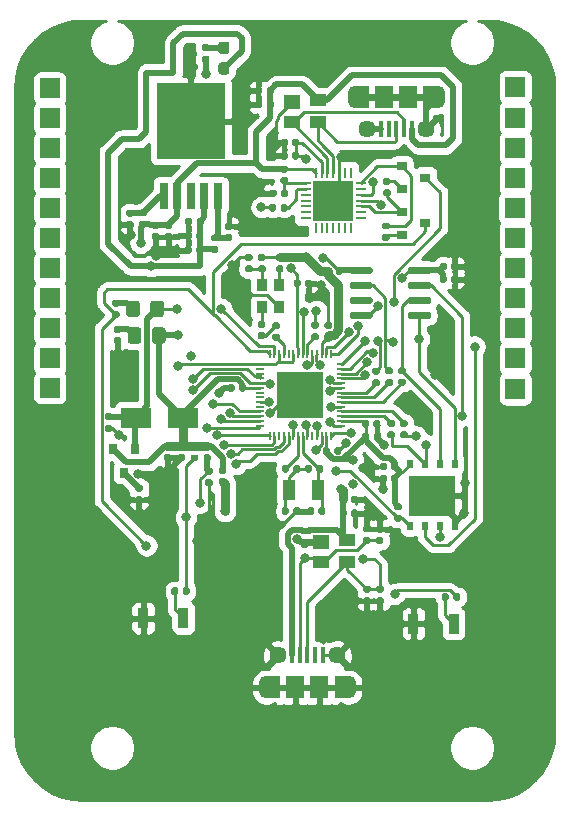
<source format=gbr>
%TF.GenerationSoftware,KiCad,Pcbnew,(5.1.6)-1*%
%TF.CreationDate,2022-05-16T14:52:33-05:00*%
%TF.ProjectId,ESP32-S2_Dev,45535033-322d-4533-925f-4465762e6b69,rev?*%
%TF.SameCoordinates,Original*%
%TF.FileFunction,Copper,L1,Top*%
%TF.FilePolarity,Positive*%
%FSLAX46Y46*%
G04 Gerber Fmt 4.6, Leading zero omitted, Abs format (unit mm)*
G04 Created by KiCad (PCBNEW (5.1.6)-1) date 2022-05-16 14:52:33*
%MOMM*%
%LPD*%
G01*
G04 APERTURE LIST*
%TA.AperFunction,ComponentPad*%
%ADD10R,1.700000X1.700000*%
%TD*%
%TA.AperFunction,SMDPad,CuDef*%
%ADD11R,4.013200X4.013200*%
%TD*%
%TA.AperFunction,SMDPad,CuDef*%
%ADD12R,0.204000X0.757199*%
%TD*%
%TA.AperFunction,SMDPad,CuDef*%
%ADD13R,0.757199X0.204000*%
%TD*%
%TA.AperFunction,SMDPad,CuDef*%
%ADD14R,1.200000X1.900000*%
%TD*%
%TA.AperFunction,ComponentPad*%
%ADD15O,1.200000X1.900000*%
%TD*%
%TA.AperFunction,SMDPad,CuDef*%
%ADD16R,1.500000X1.900000*%
%TD*%
%TA.AperFunction,ComponentPad*%
%ADD17C,1.450000*%
%TD*%
%TA.AperFunction,SMDPad,CuDef*%
%ADD18R,0.400000X1.350000*%
%TD*%
%TA.AperFunction,SMDPad,CuDef*%
%ADD19R,0.900000X1.700000*%
%TD*%
%TA.AperFunction,SMDPad,CuDef*%
%ADD20R,1.000000X1.800000*%
%TD*%
%TA.AperFunction,SMDPad,CuDef*%
%ADD21R,0.950000X1.050000*%
%TD*%
%TA.AperFunction,SMDPad,CuDef*%
%ADD22R,0.800000X2.200000*%
%TD*%
%TA.AperFunction,SMDPad,CuDef*%
%ADD23R,5.800001X6.400000*%
%TD*%
%TA.AperFunction,SMDPad,CuDef*%
%ADD24R,3.352800X3.352800*%
%TD*%
%TA.AperFunction,SMDPad,CuDef*%
%ADD25R,0.960399X0.254800*%
%TD*%
%TA.AperFunction,SMDPad,CuDef*%
%ADD26R,0.254800X0.960399*%
%TD*%
%TA.AperFunction,SMDPad,CuDef*%
%ADD27R,4.000000X3.400000*%
%TD*%
%TA.AperFunction,SMDPad,CuDef*%
%ADD28R,0.480000X0.700000*%
%TD*%
%TA.AperFunction,SMDPad,CuDef*%
%ADD29R,0.900000X0.800000*%
%TD*%
%TA.AperFunction,SMDPad,CuDef*%
%ADD30R,0.800000X0.900000*%
%TD*%
%TA.AperFunction,SMDPad,CuDef*%
%ADD31R,1.400000X1.000000*%
%TD*%
%TA.AperFunction,SMDPad,CuDef*%
%ADD32R,1.400000X1.200000*%
%TD*%
%TA.AperFunction,SMDPad,CuDef*%
%ADD33R,2.500000X1.800000*%
%TD*%
%TA.AperFunction,ViaPad*%
%ADD34C,0.800000*%
%TD*%
%TA.AperFunction,Conductor*%
%ADD35C,0.508000*%
%TD*%
%TA.AperFunction,Conductor*%
%ADD36C,0.254000*%
%TD*%
%TA.AperFunction,Conductor*%
%ADD37C,0.762000*%
%TD*%
G04 APERTURE END LIST*
%TO.P,C34,2*%
%TO.N,/MCU_3P3*%
%TA.AperFunction,SMDPad,CuDef*%
G36*
G01*
X123525500Y-95717000D02*
X123870500Y-95717000D01*
G75*
G02*
X124018000Y-95864500I0J-147500D01*
G01*
X124018000Y-96159500D01*
G75*
G02*
X123870500Y-96307000I-147500J0D01*
G01*
X123525500Y-96307000D01*
G75*
G02*
X123378000Y-96159500I0J147500D01*
G01*
X123378000Y-95864500D01*
G75*
G02*
X123525500Y-95717000I147500J0D01*
G01*
G37*
%TD.AperFunction*%
%TO.P,C34,1*%
%TO.N,GND*%
%TA.AperFunction,SMDPad,CuDef*%
G36*
G01*
X123525500Y-94747000D02*
X123870500Y-94747000D01*
G75*
G02*
X124018000Y-94894500I0J-147500D01*
G01*
X124018000Y-95189500D01*
G75*
G02*
X123870500Y-95337000I-147500J0D01*
G01*
X123525500Y-95337000D01*
G75*
G02*
X123378000Y-95189500I0J147500D01*
G01*
X123378000Y-94894500D01*
G75*
G02*
X123525500Y-94747000I147500J0D01*
G01*
G37*
%TD.AperFunction*%
%TD*%
D10*
%TO.P,IO13,1*%
%TO.N,/GPIO13*%
X100126800Y-95250000D03*
%TD*%
D11*
%TO.P,U3,57*%
%TO.N,GND*%
X121335800Y-100939600D03*
D12*
%TO.P,U3,56*%
%TO.N,/RST_PROG*%
X118735800Y-97487600D03*
%TO.P,U3,55*%
%TO.N,/GPIO46*%
X119135799Y-97487600D03*
%TO.P,U3,54*%
%TO.N,/MCU_3P3A*%
X119535801Y-97487600D03*
%TO.P,U3,53*%
%TO.N,/40MHz*%
X119935800Y-97487600D03*
%TO.P,U3,52*%
%TO.N,Net-(U3-Pad52)*%
X120335799Y-97487600D03*
%TO.P,U3,51*%
%TO.N,/MCU_3P3A*%
X120735801Y-97487600D03*
%TO.P,U3,50*%
%TO.N,/GPIO45*%
X121135800Y-97487600D03*
%TO.P,U3,49*%
%TO.N,/UART_RX*%
X121535800Y-97487600D03*
%TO.P,U3,48*%
%TO.N,Net-(R30-Pad1)*%
X121935799Y-97487600D03*
%TO.P,U3,47*%
%TO.N,/GPIO42*%
X122335801Y-97487600D03*
%TO.P,U3,46*%
%TO.N,/GPIO41*%
X122735800Y-97487600D03*
%TO.P,U3,45*%
%TO.N,/MCU_3P3*%
X123135799Y-97487600D03*
%TO.P,U3,44*%
%TO.N,/GPIO40*%
X123535801Y-97487600D03*
%TO.P,U3,43*%
%TO.N,/GPIO39*%
X123935800Y-97487600D03*
D13*
%TO.P,U3,42*%
%TO.N,/GPIO38*%
X124787800Y-98339600D03*
%TO.P,U3,41*%
%TO.N,/GPIO37*%
X124787800Y-98739599D03*
%TO.P,U3,40*%
%TO.N,/GPIO36*%
X124787800Y-99139601D03*
%TO.P,U3,39*%
%TO.N,/GPIO35*%
X124787800Y-99539600D03*
%TO.P,U3,38*%
%TO.N,/GPIO34*%
X124787800Y-99939599D03*
%TO.P,U3,37*%
%TO.N,/GPIO33*%
X124787800Y-100339601D03*
%TO.P,U3,36*%
%TO.N,Net-(R31-Pad1)*%
X124787800Y-100739600D03*
%TO.P,U3,35*%
%TO.N,Net-(R32-Pad1)*%
X124787800Y-101139600D03*
%TO.P,U3,34*%
%TO.N,Net-(R33-Pad1)*%
X124787800Y-101539599D03*
%TO.P,U3,33*%
%TO.N,/SPICS0*%
X124787800Y-101939601D03*
%TO.P,U3,32*%
%TO.N,Net-(R34-Pad1)*%
X124787800Y-102339600D03*
%TO.P,U3,31*%
%TO.N,Net-(R35-Pad1)*%
X124787800Y-102739599D03*
%TO.P,U3,30*%
%TO.N,/MCU_3P3*%
X124787800Y-103139601D03*
%TO.P,U3,29*%
%TO.N,/SPICS1*%
X124787800Y-103539600D03*
D12*
%TO.P,U3,28*%
%TO.N,/GPIO21*%
X123935800Y-104391600D03*
%TO.P,U3,27*%
%TO.N,/MCU_3P3*%
X123535801Y-104391600D03*
%TO.P,U3,26*%
%TO.N,/USB_DP*%
X123135799Y-104391600D03*
%TO.P,U3,25*%
%TO.N,/USB_DM*%
X122735800Y-104391600D03*
%TO.P,U3,24*%
%TO.N,/DAC2*%
X122335801Y-104391600D03*
%TO.P,U3,23*%
%TO.N,/DAC1*%
X121935799Y-104391600D03*
%TO.P,U3,22*%
%TO.N,/RTC_XTAL_N*%
X121535800Y-104391600D03*
%TO.P,U3,21*%
%TO.N,/RTC_XTAL_P*%
X121135800Y-104391600D03*
%TO.P,U3,20*%
%TO.N,/MCU_3P3*%
X120735801Y-104391600D03*
%TO.P,U3,19*%
%TO.N,/GPIO14*%
X120335799Y-104391600D03*
%TO.P,U3,18*%
%TO.N,/GPIO13*%
X119935800Y-104391600D03*
%TO.P,U3,17*%
%TO.N,/GPIO12*%
X119535801Y-104391600D03*
%TO.P,U3,16*%
%TO.N,/GPIO11*%
X119135799Y-104391600D03*
%TO.P,U3,15*%
%TO.N,/GPIO10*%
X118735800Y-104391600D03*
D13*
%TO.P,U3,14*%
%TO.N,/GPIO9*%
X117883800Y-103539600D03*
%TO.P,U3,13*%
%TO.N,/GPIO8*%
X117883800Y-103139601D03*
%TO.P,U3,12*%
%TO.N,/GPIO7*%
X117883800Y-102739599D03*
%TO.P,U3,11*%
%TO.N,/GPIO6*%
X117883800Y-102339600D03*
%TO.P,U3,10*%
%TO.N,/GPIO5*%
X117883800Y-101939601D03*
%TO.P,U3,9*%
%TO.N,/GPIO4*%
X117883800Y-101539599D03*
%TO.P,U3,8*%
%TO.N,/GPIO3*%
X117883800Y-101139600D03*
%TO.P,U3,7*%
%TO.N,/GPIO2*%
X117883800Y-100739600D03*
%TO.P,U3,6*%
%TO.N,/MCU_3P3*%
X117883800Y-100339601D03*
%TO.P,U3,5*%
%TO.N,/BOOT_PROG*%
X117883800Y-99939599D03*
%TO.P,U3,4*%
%TO.N,/MCU_3P3A_FILT*%
X117883800Y-99539600D03*
%TO.P,U3,3*%
X117883800Y-99139601D03*
%TO.P,U3,2*%
%TO.N,Net-(U3-Pad2)*%
X117883800Y-98739599D03*
%TO.P,U3,1*%
%TO.N,/MCU_3P3A*%
X117883800Y-98339600D03*
%TD*%
D14*
%TO.P,UART1,6*%
%TO.N,GND*%
X132349200Y-75735200D03*
X126549200Y-75735200D03*
D15*
X125949200Y-75735200D03*
X132949200Y-75735200D03*
D16*
X130449200Y-75735200D03*
D17*
X126949200Y-78435200D03*
D18*
%TO.P,UART1,3*%
%TO.N,/USB_DPlus*%
X129449200Y-78435200D03*
%TO.P,UART1,4*%
%TO.N,Net-(UART1-Pad4)*%
X128799200Y-78435200D03*
%TO.P,UART1,5*%
%TO.N,GND*%
X128149200Y-78435200D03*
%TO.P,UART1,1*%
%TO.N,/USB_5P0*%
X130749200Y-78435200D03*
%TO.P,UART1,2*%
%TO.N,/USB_DMinus*%
X130099200Y-78435200D03*
D17*
%TO.P,UART1,6*%
%TO.N,GND*%
X131949200Y-78435200D03*
D16*
X128449200Y-75735200D03*
%TD*%
%TO.P,C36,2*%
%TO.N,/MCU_3P3*%
%TA.AperFunction,SMDPad,CuDef*%
G36*
G01*
X110256100Y-105575600D02*
X109911100Y-105575600D01*
G75*
G02*
X109763600Y-105428100I0J147500D01*
G01*
X109763600Y-105133100D01*
G75*
G02*
X109911100Y-104985600I147500J0D01*
G01*
X110256100Y-104985600D01*
G75*
G02*
X110403600Y-105133100I0J-147500D01*
G01*
X110403600Y-105428100D01*
G75*
G02*
X110256100Y-105575600I-147500J0D01*
G01*
G37*
%TD.AperFunction*%
%TO.P,C36,1*%
%TO.N,GND*%
%TA.AperFunction,SMDPad,CuDef*%
G36*
G01*
X110256100Y-106545600D02*
X109911100Y-106545600D01*
G75*
G02*
X109763600Y-106398100I0J147500D01*
G01*
X109763600Y-106103100D01*
G75*
G02*
X109911100Y-105955600I147500J0D01*
G01*
X110256100Y-105955600D01*
G75*
G02*
X110403600Y-106103100I0J-147500D01*
G01*
X110403600Y-106398100D01*
G75*
G02*
X110256100Y-106545600I-147500J0D01*
G01*
G37*
%TD.AperFunction*%
%TD*%
%TO.P,R41,2*%
%TO.N,/LD0_3P3*%
%TA.AperFunction,SMDPad,CuDef*%
G36*
G01*
X113898900Y-88328000D02*
X114243900Y-88328000D01*
G75*
G02*
X114391400Y-88475500I0J-147500D01*
G01*
X114391400Y-88770500D01*
G75*
G02*
X114243900Y-88918000I-147500J0D01*
G01*
X113898900Y-88918000D01*
G75*
G02*
X113751400Y-88770500I0J147500D01*
G01*
X113751400Y-88475500D01*
G75*
G02*
X113898900Y-88328000I147500J0D01*
G01*
G37*
%TD.AperFunction*%
%TO.P,R41,1*%
%TO.N,Net-(R17-Pad2)*%
%TA.AperFunction,SMDPad,CuDef*%
G36*
G01*
X113898900Y-87358000D02*
X114243900Y-87358000D01*
G75*
G02*
X114391400Y-87505500I0J-147500D01*
G01*
X114391400Y-87800500D01*
G75*
G02*
X114243900Y-87948000I-147500J0D01*
G01*
X113898900Y-87948000D01*
G75*
G02*
X113751400Y-87800500I0J147500D01*
G01*
X113751400Y-87505500D01*
G75*
G02*
X113898900Y-87358000I147500J0D01*
G01*
G37*
%TD.AperFunction*%
%TD*%
D19*
%TO.P,RST1,2*%
%TO.N,GND*%
X130911600Y-120319800D03*
%TO.P,RST1,1*%
%TO.N,Net-(R37-Pad1)*%
X134311600Y-120319800D03*
%TD*%
%TO.P,R38,2*%
%TO.N,/BOOT_PROG*%
%TA.AperFunction,SMDPad,CuDef*%
G36*
G01*
X111363400Y-117723700D02*
X111363400Y-117378700D01*
G75*
G02*
X111510900Y-117231200I147500J0D01*
G01*
X111805900Y-117231200D01*
G75*
G02*
X111953400Y-117378700I0J-147500D01*
G01*
X111953400Y-117723700D01*
G75*
G02*
X111805900Y-117871200I-147500J0D01*
G01*
X111510900Y-117871200D01*
G75*
G02*
X111363400Y-117723700I0J147500D01*
G01*
G37*
%TD.AperFunction*%
%TO.P,R38,1*%
%TO.N,Net-(BOOT1-Pad1)*%
%TA.AperFunction,SMDPad,CuDef*%
G36*
G01*
X110393400Y-117723700D02*
X110393400Y-117378700D01*
G75*
G02*
X110540900Y-117231200I147500J0D01*
G01*
X110835900Y-117231200D01*
G75*
G02*
X110983400Y-117378700I0J-147500D01*
G01*
X110983400Y-117723700D01*
G75*
G02*
X110835900Y-117871200I-147500J0D01*
G01*
X110540900Y-117871200D01*
G75*
G02*
X110393400Y-117723700I0J147500D01*
G01*
G37*
%TD.AperFunction*%
%TD*%
%TO.P,R37,2*%
%TO.N,/RST_PROG*%
%TA.AperFunction,SMDPad,CuDef*%
G36*
G01*
X134279000Y-118206300D02*
X134279000Y-117861300D01*
G75*
G02*
X134426500Y-117713800I147500J0D01*
G01*
X134721500Y-117713800D01*
G75*
G02*
X134869000Y-117861300I0J-147500D01*
G01*
X134869000Y-118206300D01*
G75*
G02*
X134721500Y-118353800I-147500J0D01*
G01*
X134426500Y-118353800D01*
G75*
G02*
X134279000Y-118206300I0J147500D01*
G01*
G37*
%TD.AperFunction*%
%TO.P,R37,1*%
%TO.N,Net-(R37-Pad1)*%
%TA.AperFunction,SMDPad,CuDef*%
G36*
G01*
X133309000Y-118206300D02*
X133309000Y-117861300D01*
G75*
G02*
X133456500Y-117713800I147500J0D01*
G01*
X133751500Y-117713800D01*
G75*
G02*
X133899000Y-117861300I0J-147500D01*
G01*
X133899000Y-118206300D01*
G75*
G02*
X133751500Y-118353800I-147500J0D01*
G01*
X133456500Y-118353800D01*
G75*
G02*
X133309000Y-118206300I0J147500D01*
G01*
G37*
%TD.AperFunction*%
%TD*%
%TO.P,BOOT1,2*%
%TO.N,GND*%
X108028000Y-119837200D03*
%TO.P,BOOT1,1*%
%TO.N,Net-(BOOT1-Pad1)*%
X111428000Y-119837200D03*
%TD*%
D20*
%TO.P,Y2,2*%
%TO.N,Net-(C5-Pad2)*%
X120345200Y-108991400D03*
%TO.P,Y2,1*%
%TO.N,/RTC_XTAL_N*%
X122845200Y-108991400D03*
%TD*%
D21*
%TO.P,Y1,2*%
%TO.N,GND*%
X119534600Y-93522800D03*
%TO.P,Y1,3*%
%TO.N,/40MHz_RR*%
X118084600Y-93522800D03*
%TO.P,Y1,4*%
%TO.N,/MCU_3P3_R*%
X118084600Y-91672800D03*
%TO.P,Y1,1*%
%TO.N,Net-(R2-Pad1)*%
X119534600Y-91672800D03*
%TD*%
%TO.P,USER_LED1,2*%
%TO.N,/LD0_3P3*%
%TA.AperFunction,SMDPad,CuDef*%
G36*
G01*
X114621300Y-72776800D02*
X115096300Y-72776800D01*
G75*
G02*
X115333800Y-73014300I0J-237500D01*
G01*
X115333800Y-73589300D01*
G75*
G02*
X115096300Y-73826800I-237500J0D01*
G01*
X114621300Y-73826800D01*
G75*
G02*
X114383800Y-73589300I0J237500D01*
G01*
X114383800Y-73014300D01*
G75*
G02*
X114621300Y-72776800I237500J0D01*
G01*
G37*
%TD.AperFunction*%
%TO.P,USER_LED1,1*%
%TO.N,Net-(R28-Pad2)*%
%TA.AperFunction,SMDPad,CuDef*%
G36*
G01*
X114621300Y-71026800D02*
X115096300Y-71026800D01*
G75*
G02*
X115333800Y-71264300I0J-237500D01*
G01*
X115333800Y-71839300D01*
G75*
G02*
X115096300Y-72076800I-237500J0D01*
G01*
X114621300Y-72076800D01*
G75*
G02*
X114383800Y-71839300I0J237500D01*
G01*
X114383800Y-71264300D01*
G75*
G02*
X114621300Y-71026800I237500J0D01*
G01*
G37*
%TD.AperFunction*%
%TD*%
D14*
%TO.P,USB1,6*%
%TO.N,GND*%
X119020000Y-125697500D03*
X124820000Y-125697500D03*
D15*
X125420000Y-125697500D03*
X118420000Y-125697500D03*
D16*
X120920000Y-125697500D03*
D17*
X124420000Y-122997500D03*
D18*
%TO.P,USB1,3*%
%TO.N,/USB_DP*%
X121920000Y-122997500D03*
%TO.P,USB1,4*%
%TO.N,Net-(USB1-Pad4)*%
X122570000Y-122997500D03*
%TO.P,USB1,5*%
%TO.N,GND*%
X123220000Y-122997500D03*
%TO.P,USB1,1*%
%TO.N,/USB_5P0*%
X120620000Y-122997500D03*
%TO.P,USB1,2*%
%TO.N,/USB_DM*%
X121270000Y-122997500D03*
D17*
%TO.P,USB1,6*%
%TO.N,GND*%
X119420000Y-122997500D03*
D16*
X122920000Y-125697500D03*
%TD*%
D22*
%TO.P,U2,1*%
%TO.N,Net-(C6-Pad2)*%
X109784800Y-84057600D03*
%TO.P,U2,2*%
%TO.N,/USB_5P0*%
X110924800Y-84057600D03*
%TO.P,U2,3*%
%TO.N,Net-(U2-Pad3)*%
X112064800Y-84057600D03*
%TO.P,U2,4*%
%TO.N,/LD0_3P3*%
X113204800Y-84057600D03*
%TO.P,U2,5*%
%TO.N,Net-(R17-Pad2)*%
X114344800Y-84057600D03*
D23*
%TO.P,U2,FIN*%
%TO.N,GND*%
X112064800Y-77757600D03*
%TD*%
D24*
%TO.P,U1,3*%
%TO.N,GND*%
X124129800Y-84480400D03*
D25*
%TO.P,U1,28*%
%TO.N,/DTR*%
X126451500Y-82980400D03*
%TO.P,U1,27*%
%TO.N,Net-(U1-Pad27)*%
X126451500Y-83480399D03*
%TO.P,U1,26*%
%TO.N,/UART_RX*%
X126451500Y-83980401D03*
%TO.P,U1,25*%
%TO.N,/UART_TX*%
X126451500Y-84480400D03*
%TO.P,U1,24*%
%TO.N,/RTS*%
X126451500Y-84980399D03*
%TO.P,U1,23*%
%TO.N,Net-(U1-Pad23)*%
X126451500Y-85480401D03*
%TO.P,U1,22*%
%TO.N,Net-(U1-Pad22)*%
X126451500Y-85980400D03*
D26*
%TO.P,U1,21*%
%TO.N,Net-(U1-Pad21)*%
X125629800Y-86802100D03*
%TO.P,U1,20*%
%TO.N,Net-(U1-Pad20)*%
X125129801Y-86802100D03*
%TO.P,U1,19*%
%TO.N,Net-(U1-Pad19)*%
X124629799Y-86802100D03*
%TO.P,U1,18*%
%TO.N,Net-(U1-Pad18)*%
X124129800Y-86802100D03*
%TO.P,U1,17*%
%TO.N,Net-(U1-Pad17)*%
X123629801Y-86802100D03*
%TO.P,U1,16*%
%TO.N,Net-(U1-Pad16)*%
X123129799Y-86802100D03*
%TO.P,U1,15*%
%TO.N,Net-(U1-Pad15)*%
X122629800Y-86802100D03*
D25*
%TO.P,U1,14*%
%TO.N,Net-(U1-Pad14)*%
X121808100Y-85980400D03*
%TO.P,U1,13*%
%TO.N,Net-(U1-Pad13)*%
X121808100Y-85480401D03*
%TO.P,U1,12*%
%TO.N,Net-(U1-Pad12)*%
X121808100Y-84980399D03*
%TO.P,U1,11*%
%TO.N,Net-(U1-Pad11)*%
X121808100Y-84480400D03*
%TO.P,U1,10*%
%TO.N,Net-(U1-Pad10)*%
X121808100Y-83980401D03*
%TO.P,U1,9*%
%TO.N,Net-(R14-Pad2)*%
X121808100Y-83480399D03*
%TO.P,U1,8*%
%TO.N,Net-(R10-Pad2)*%
X121808100Y-82980400D03*
D26*
%TO.P,U1,7*%
%TO.N,/USB_5P0*%
X122629800Y-82158700D03*
%TO.P,U1,6*%
%TO.N,/CP2102_VDD*%
X123129799Y-82158700D03*
%TO.P,U1,5*%
%TO.N,/USB_DMinus*%
X123629801Y-82158700D03*
%TO.P,U1,4*%
%TO.N,/USB_DPlus*%
X124129800Y-82158700D03*
%TO.P,U1,3*%
%TO.N,GND*%
X124629799Y-82158700D03*
%TO.P,U1,2*%
%TO.N,Net-(U1-Pad2)*%
X125129801Y-82158700D03*
%TO.P,U1,1*%
%TO.N,Net-(U1-Pad1)*%
X125629800Y-82158700D03*
%TD*%
%TO.P,SRAM1,8*%
%TO.N,/MCU_3P3*%
%TA.AperFunction,SMDPad,CuDef*%
G36*
G01*
X130455800Y-90548600D02*
X130455800Y-90248600D01*
G75*
G02*
X130605800Y-90098600I150000J0D01*
G01*
X132255800Y-90098600D01*
G75*
G02*
X132405800Y-90248600I0J-150000D01*
G01*
X132405800Y-90548600D01*
G75*
G02*
X132255800Y-90698600I-150000J0D01*
G01*
X130605800Y-90698600D01*
G75*
G02*
X130455800Y-90548600I0J150000D01*
G01*
G37*
%TD.AperFunction*%
%TO.P,SRAM1,7*%
%TO.N,/SPIHD*%
%TA.AperFunction,SMDPad,CuDef*%
G36*
G01*
X130455800Y-91818600D02*
X130455800Y-91518600D01*
G75*
G02*
X130605800Y-91368600I150000J0D01*
G01*
X132255800Y-91368600D01*
G75*
G02*
X132405800Y-91518600I0J-150000D01*
G01*
X132405800Y-91818600D01*
G75*
G02*
X132255800Y-91968600I-150000J0D01*
G01*
X130605800Y-91968600D01*
G75*
G02*
X130455800Y-91818600I0J150000D01*
G01*
G37*
%TD.AperFunction*%
%TO.P,SRAM1,6*%
%TO.N,/SPICLK*%
%TA.AperFunction,SMDPad,CuDef*%
G36*
G01*
X130455800Y-93088600D02*
X130455800Y-92788600D01*
G75*
G02*
X130605800Y-92638600I150000J0D01*
G01*
X132255800Y-92638600D01*
G75*
G02*
X132405800Y-92788600I0J-150000D01*
G01*
X132405800Y-93088600D01*
G75*
G02*
X132255800Y-93238600I-150000J0D01*
G01*
X130605800Y-93238600D01*
G75*
G02*
X130455800Y-93088600I0J150000D01*
G01*
G37*
%TD.AperFunction*%
%TO.P,SRAM1,5*%
%TO.N,/SPID*%
%TA.AperFunction,SMDPad,CuDef*%
G36*
G01*
X130455800Y-94358600D02*
X130455800Y-94058600D01*
G75*
G02*
X130605800Y-93908600I150000J0D01*
G01*
X132255800Y-93908600D01*
G75*
G02*
X132405800Y-94058600I0J-150000D01*
G01*
X132405800Y-94358600D01*
G75*
G02*
X132255800Y-94508600I-150000J0D01*
G01*
X130605800Y-94508600D01*
G75*
G02*
X130455800Y-94358600I0J150000D01*
G01*
G37*
%TD.AperFunction*%
%TO.P,SRAM1,4*%
%TO.N,GND*%
%TA.AperFunction,SMDPad,CuDef*%
G36*
G01*
X125505800Y-94358600D02*
X125505800Y-94058600D01*
G75*
G02*
X125655800Y-93908600I150000J0D01*
G01*
X127305800Y-93908600D01*
G75*
G02*
X127455800Y-94058600I0J-150000D01*
G01*
X127455800Y-94358600D01*
G75*
G02*
X127305800Y-94508600I-150000J0D01*
G01*
X125655800Y-94508600D01*
G75*
G02*
X125505800Y-94358600I0J150000D01*
G01*
G37*
%TD.AperFunction*%
%TO.P,SRAM1,3*%
%TO.N,Net-(SRAM1-Pad3)*%
%TA.AperFunction,SMDPad,CuDef*%
G36*
G01*
X125505800Y-93088600D02*
X125505800Y-92788600D01*
G75*
G02*
X125655800Y-92638600I150000J0D01*
G01*
X127305800Y-92638600D01*
G75*
G02*
X127455800Y-92788600I0J-150000D01*
G01*
X127455800Y-93088600D01*
G75*
G02*
X127305800Y-93238600I-150000J0D01*
G01*
X125655800Y-93238600D01*
G75*
G02*
X125505800Y-93088600I0J150000D01*
G01*
G37*
%TD.AperFunction*%
%TO.P,SRAM1,2*%
%TO.N,/SPIQ*%
%TA.AperFunction,SMDPad,CuDef*%
G36*
G01*
X125505800Y-91818600D02*
X125505800Y-91518600D01*
G75*
G02*
X125655800Y-91368600I150000J0D01*
G01*
X127305800Y-91368600D01*
G75*
G02*
X127455800Y-91518600I0J-150000D01*
G01*
X127455800Y-91818600D01*
G75*
G02*
X127305800Y-91968600I-150000J0D01*
G01*
X125655800Y-91968600D01*
G75*
G02*
X125505800Y-91818600I0J150000D01*
G01*
G37*
%TD.AperFunction*%
%TO.P,SRAM1,1*%
%TO.N,/SPICS1*%
%TA.AperFunction,SMDPad,CuDef*%
G36*
G01*
X125505800Y-90548600D02*
X125505800Y-90248600D01*
G75*
G02*
X125655800Y-90098600I150000J0D01*
G01*
X127305800Y-90098600D01*
G75*
G02*
X127455800Y-90248600I0J-150000D01*
G01*
X127455800Y-90548600D01*
G75*
G02*
X127305800Y-90698600I-150000J0D01*
G01*
X125655800Y-90698600D01*
G75*
G02*
X125505800Y-90548600I0J150000D01*
G01*
G37*
%TD.AperFunction*%
%TD*%
D27*
%TO.P,SPI_FLASH_16Mb1,4*%
%TO.N,GND*%
X132490200Y-109484400D03*
D28*
%TO.P,SPI_FLASH_16Mb1,8*%
%TO.N,/MCU_3P3*%
X130593200Y-106770400D03*
%TO.P,SPI_FLASH_16Mb1,7*%
%TO.N,/SPIHD*%
X131863200Y-106770400D03*
%TO.P,SPI_FLASH_16Mb1,6*%
%TO.N,/SPICLK*%
X133133200Y-106770400D03*
%TO.P,SPI_FLASH_16Mb1,5*%
%TO.N,/SPID*%
X134403200Y-106770400D03*
%TO.P,SPI_FLASH_16Mb1,4*%
%TO.N,GND*%
X134403200Y-112070400D03*
%TO.P,SPI_FLASH_16Mb1,3*%
%TO.N,/SPIWP*%
X133133200Y-112070400D03*
%TO.P,SPI_FLASH_16Mb1,2*%
%TO.N,/SPIQ*%
X131863200Y-112070400D03*
%TO.P,SPI_FLASH_16Mb1,1*%
%TO.N,/SPICS0*%
X130593200Y-112070400D03*
%TD*%
%TO.P,RESET_EN1,2*%
%TO.N,/LD0_3P3*%
%TA.AperFunction,SMDPad,CuDef*%
G36*
G01*
X108645000Y-94099801D02*
X108645000Y-93199799D01*
G75*
G02*
X108894999Y-92949800I249999J0D01*
G01*
X109545001Y-92949800D01*
G75*
G02*
X109795000Y-93199799I0J-249999D01*
G01*
X109795000Y-94099801D01*
G75*
G02*
X109545001Y-94349800I-249999J0D01*
G01*
X108894999Y-94349800D01*
G75*
G02*
X108645000Y-94099801I0J249999D01*
G01*
G37*
%TD.AperFunction*%
%TO.P,RESET_EN1,1*%
%TO.N,Net-(R26-Pad2)*%
%TA.AperFunction,SMDPad,CuDef*%
G36*
G01*
X106595000Y-94099801D02*
X106595000Y-93199799D01*
G75*
G02*
X106844999Y-92949800I249999J0D01*
G01*
X107495001Y-92949800D01*
G75*
G02*
X107745000Y-93199799I0J-249999D01*
G01*
X107745000Y-94099801D01*
G75*
G02*
X107495001Y-94349800I-249999J0D01*
G01*
X106844999Y-94349800D01*
G75*
G02*
X106595000Y-94099801I0J249999D01*
G01*
G37*
%TD.AperFunction*%
%TD*%
%TO.P,R36,2*%
%TO.N,GND*%
%TA.AperFunction,SMDPad,CuDef*%
G36*
G01*
X121726600Y-91663300D02*
X121726600Y-91318300D01*
G75*
G02*
X121874100Y-91170800I147500J0D01*
G01*
X122169100Y-91170800D01*
G75*
G02*
X122316600Y-91318300I0J-147500D01*
G01*
X122316600Y-91663300D01*
G75*
G02*
X122169100Y-91810800I-147500J0D01*
G01*
X121874100Y-91810800D01*
G75*
G02*
X121726600Y-91663300I0J147500D01*
G01*
G37*
%TD.AperFunction*%
%TO.P,R36,1*%
%TO.N,/GPIO45*%
%TA.AperFunction,SMDPad,CuDef*%
G36*
G01*
X120756600Y-91663300D02*
X120756600Y-91318300D01*
G75*
G02*
X120904100Y-91170800I147500J0D01*
G01*
X121199100Y-91170800D01*
G75*
G02*
X121346600Y-91318300I0J-147500D01*
G01*
X121346600Y-91663300D01*
G75*
G02*
X121199100Y-91810800I-147500J0D01*
G01*
X120904100Y-91810800D01*
G75*
G02*
X120756600Y-91663300I0J147500D01*
G01*
G37*
%TD.AperFunction*%
%TD*%
%TO.P,R35,2*%
%TO.N,/SPIHD*%
%TA.AperFunction,SMDPad,CuDef*%
G36*
G01*
X128859500Y-104022800D02*
X129204500Y-104022800D01*
G75*
G02*
X129352000Y-104170300I0J-147500D01*
G01*
X129352000Y-104465300D01*
G75*
G02*
X129204500Y-104612800I-147500J0D01*
G01*
X128859500Y-104612800D01*
G75*
G02*
X128712000Y-104465300I0J147500D01*
G01*
X128712000Y-104170300D01*
G75*
G02*
X128859500Y-104022800I147500J0D01*
G01*
G37*
%TD.AperFunction*%
%TO.P,R35,1*%
%TO.N,Net-(R35-Pad1)*%
%TA.AperFunction,SMDPad,CuDef*%
G36*
G01*
X128859500Y-103052800D02*
X129204500Y-103052800D01*
G75*
G02*
X129352000Y-103200300I0J-147500D01*
G01*
X129352000Y-103495300D01*
G75*
G02*
X129204500Y-103642800I-147500J0D01*
G01*
X128859500Y-103642800D01*
G75*
G02*
X128712000Y-103495300I0J147500D01*
G01*
X128712000Y-103200300D01*
G75*
G02*
X128859500Y-103052800I147500J0D01*
G01*
G37*
%TD.AperFunction*%
%TD*%
%TO.P,R34,2*%
%TO.N,/SPIWP*%
%TA.AperFunction,SMDPad,CuDef*%
G36*
G01*
X129926300Y-104027600D02*
X130271300Y-104027600D01*
G75*
G02*
X130418800Y-104175100I0J-147500D01*
G01*
X130418800Y-104470100D01*
G75*
G02*
X130271300Y-104617600I-147500J0D01*
G01*
X129926300Y-104617600D01*
G75*
G02*
X129778800Y-104470100I0J147500D01*
G01*
X129778800Y-104175100D01*
G75*
G02*
X129926300Y-104027600I147500J0D01*
G01*
G37*
%TD.AperFunction*%
%TO.P,R34,1*%
%TO.N,Net-(R34-Pad1)*%
%TA.AperFunction,SMDPad,CuDef*%
G36*
G01*
X129926300Y-103057600D02*
X130271300Y-103057600D01*
G75*
G02*
X130418800Y-103205100I0J-147500D01*
G01*
X130418800Y-103500100D01*
G75*
G02*
X130271300Y-103647600I-147500J0D01*
G01*
X129926300Y-103647600D01*
G75*
G02*
X129778800Y-103500100I0J147500D01*
G01*
X129778800Y-103205100D01*
G75*
G02*
X129926300Y-103057600I147500J0D01*
G01*
G37*
%TD.AperFunction*%
%TD*%
%TO.P,R33,2*%
%TO.N,/SPICLK*%
%TA.AperFunction,SMDPad,CuDef*%
G36*
G01*
X130118900Y-99202600D02*
X129773900Y-99202600D01*
G75*
G02*
X129626400Y-99055100I0J147500D01*
G01*
X129626400Y-98760100D01*
G75*
G02*
X129773900Y-98612600I147500J0D01*
G01*
X130118900Y-98612600D01*
G75*
G02*
X130266400Y-98760100I0J-147500D01*
G01*
X130266400Y-99055100D01*
G75*
G02*
X130118900Y-99202600I-147500J0D01*
G01*
G37*
%TD.AperFunction*%
%TO.P,R33,1*%
%TO.N,Net-(R33-Pad1)*%
%TA.AperFunction,SMDPad,CuDef*%
G36*
G01*
X130118900Y-100172600D02*
X129773900Y-100172600D01*
G75*
G02*
X129626400Y-100025100I0J147500D01*
G01*
X129626400Y-99730100D01*
G75*
G02*
X129773900Y-99582600I147500J0D01*
G01*
X130118900Y-99582600D01*
G75*
G02*
X130266400Y-99730100I0J-147500D01*
G01*
X130266400Y-100025100D01*
G75*
G02*
X130118900Y-100172600I-147500J0D01*
G01*
G37*
%TD.AperFunction*%
%TD*%
%TO.P,R32,2*%
%TO.N,/SPIQ*%
%TA.AperFunction,SMDPad,CuDef*%
G36*
G01*
X129026700Y-99202600D02*
X128681700Y-99202600D01*
G75*
G02*
X128534200Y-99055100I0J147500D01*
G01*
X128534200Y-98760100D01*
G75*
G02*
X128681700Y-98612600I147500J0D01*
G01*
X129026700Y-98612600D01*
G75*
G02*
X129174200Y-98760100I0J-147500D01*
G01*
X129174200Y-99055100D01*
G75*
G02*
X129026700Y-99202600I-147500J0D01*
G01*
G37*
%TD.AperFunction*%
%TO.P,R32,1*%
%TO.N,Net-(R32-Pad1)*%
%TA.AperFunction,SMDPad,CuDef*%
G36*
G01*
X129026700Y-100172600D02*
X128681700Y-100172600D01*
G75*
G02*
X128534200Y-100025100I0J147500D01*
G01*
X128534200Y-99730100D01*
G75*
G02*
X128681700Y-99582600I147500J0D01*
G01*
X129026700Y-99582600D01*
G75*
G02*
X129174200Y-99730100I0J-147500D01*
G01*
X129174200Y-100025100D01*
G75*
G02*
X129026700Y-100172600I-147500J0D01*
G01*
G37*
%TD.AperFunction*%
%TD*%
%TO.P,R31,2*%
%TO.N,/SPID*%
%TA.AperFunction,SMDPad,CuDef*%
G36*
G01*
X127909100Y-99225600D02*
X127564100Y-99225600D01*
G75*
G02*
X127416600Y-99078100I0J147500D01*
G01*
X127416600Y-98783100D01*
G75*
G02*
X127564100Y-98635600I147500J0D01*
G01*
X127909100Y-98635600D01*
G75*
G02*
X128056600Y-98783100I0J-147500D01*
G01*
X128056600Y-99078100D01*
G75*
G02*
X127909100Y-99225600I-147500J0D01*
G01*
G37*
%TD.AperFunction*%
%TO.P,R31,1*%
%TO.N,Net-(R31-Pad1)*%
%TA.AperFunction,SMDPad,CuDef*%
G36*
G01*
X127909100Y-100195600D02*
X127564100Y-100195600D01*
G75*
G02*
X127416600Y-100048100I0J147500D01*
G01*
X127416600Y-99753100D01*
G75*
G02*
X127564100Y-99605600I147500J0D01*
G01*
X127909100Y-99605600D01*
G75*
G02*
X128056600Y-99753100I0J-147500D01*
G01*
X128056600Y-100048100D01*
G75*
G02*
X127909100Y-100195600I-147500J0D01*
G01*
G37*
%TD.AperFunction*%
%TD*%
%TO.P,R30,2*%
%TO.N,/UART_TX*%
%TA.AperFunction,SMDPad,CuDef*%
G36*
G01*
X122752900Y-95337000D02*
X122407900Y-95337000D01*
G75*
G02*
X122260400Y-95189500I0J147500D01*
G01*
X122260400Y-94894500D01*
G75*
G02*
X122407900Y-94747000I147500J0D01*
G01*
X122752900Y-94747000D01*
G75*
G02*
X122900400Y-94894500I0J-147500D01*
G01*
X122900400Y-95189500D01*
G75*
G02*
X122752900Y-95337000I-147500J0D01*
G01*
G37*
%TD.AperFunction*%
%TO.P,R30,1*%
%TO.N,Net-(R30-Pad1)*%
%TA.AperFunction,SMDPad,CuDef*%
G36*
G01*
X122752900Y-96307000D02*
X122407900Y-96307000D01*
G75*
G02*
X122260400Y-96159500I0J147500D01*
G01*
X122260400Y-95864500D01*
G75*
G02*
X122407900Y-95717000I147500J0D01*
G01*
X122752900Y-95717000D01*
G75*
G02*
X122900400Y-95864500I0J-147500D01*
G01*
X122900400Y-96159500D01*
G75*
G02*
X122752900Y-96307000I-147500J0D01*
G01*
G37*
%TD.AperFunction*%
%TD*%
%TO.P,R28,2*%
%TO.N,Net-(R28-Pad2)*%
%TA.AperFunction,SMDPad,CuDef*%
G36*
G01*
X113481900Y-71827400D02*
X113136900Y-71827400D01*
G75*
G02*
X112989400Y-71679900I0J147500D01*
G01*
X112989400Y-71384900D01*
G75*
G02*
X113136900Y-71237400I147500J0D01*
G01*
X113481900Y-71237400D01*
G75*
G02*
X113629400Y-71384900I0J-147500D01*
G01*
X113629400Y-71679900D01*
G75*
G02*
X113481900Y-71827400I-147500J0D01*
G01*
G37*
%TD.AperFunction*%
%TO.P,R28,1*%
%TO.N,/GPIO4*%
%TA.AperFunction,SMDPad,CuDef*%
G36*
G01*
X113481900Y-72797400D02*
X113136900Y-72797400D01*
G75*
G02*
X112989400Y-72649900I0J147500D01*
G01*
X112989400Y-72354900D01*
G75*
G02*
X113136900Y-72207400I147500J0D01*
G01*
X113481900Y-72207400D01*
G75*
G02*
X113629400Y-72354900I0J-147500D01*
G01*
X113629400Y-72649900D01*
G75*
G02*
X113481900Y-72797400I-147500J0D01*
G01*
G37*
%TD.AperFunction*%
%TD*%
%TO.P,R26,2*%
%TO.N,Net-(R26-Pad2)*%
%TA.AperFunction,SMDPad,CuDef*%
G36*
G01*
X105887300Y-93462200D02*
X105542300Y-93462200D01*
G75*
G02*
X105394800Y-93314700I0J147500D01*
G01*
X105394800Y-93019700D01*
G75*
G02*
X105542300Y-92872200I147500J0D01*
G01*
X105887300Y-92872200D01*
G75*
G02*
X106034800Y-93019700I0J-147500D01*
G01*
X106034800Y-93314700D01*
G75*
G02*
X105887300Y-93462200I-147500J0D01*
G01*
G37*
%TD.AperFunction*%
%TO.P,R26,1*%
%TO.N,/RST_PROG*%
%TA.AperFunction,SMDPad,CuDef*%
G36*
G01*
X105887300Y-94432200D02*
X105542300Y-94432200D01*
G75*
G02*
X105394800Y-94284700I0J147500D01*
G01*
X105394800Y-93989700D01*
G75*
G02*
X105542300Y-93842200I147500J0D01*
G01*
X105887300Y-93842200D01*
G75*
G02*
X106034800Y-93989700I0J-147500D01*
G01*
X106034800Y-94284700D01*
G75*
G02*
X105887300Y-94432200I-147500J0D01*
G01*
G37*
%TD.AperFunction*%
%TD*%
%TO.P,R24,2*%
%TO.N,GND*%
%TA.AperFunction,SMDPad,CuDef*%
G36*
G01*
X128213900Y-112588400D02*
X127868900Y-112588400D01*
G75*
G02*
X127721400Y-112440900I0J147500D01*
G01*
X127721400Y-112145900D01*
G75*
G02*
X127868900Y-111998400I147500J0D01*
G01*
X128213900Y-111998400D01*
G75*
G02*
X128361400Y-112145900I0J-147500D01*
G01*
X128361400Y-112440900D01*
G75*
G02*
X128213900Y-112588400I-147500J0D01*
G01*
G37*
%TD.AperFunction*%
%TO.P,R24,1*%
%TO.N,/USB_DM*%
%TA.AperFunction,SMDPad,CuDef*%
G36*
G01*
X128213900Y-113558400D02*
X127868900Y-113558400D01*
G75*
G02*
X127721400Y-113410900I0J147500D01*
G01*
X127721400Y-113115900D01*
G75*
G02*
X127868900Y-112968400I147500J0D01*
G01*
X128213900Y-112968400D01*
G75*
G02*
X128361400Y-113115900I0J-147500D01*
G01*
X128361400Y-113410900D01*
G75*
G02*
X128213900Y-113558400I-147500J0D01*
G01*
G37*
%TD.AperFunction*%
%TD*%
%TO.P,R23,2*%
%TO.N,/LD0_3P3*%
%TA.AperFunction,SMDPad,CuDef*%
G36*
G01*
X112531800Y-88843900D02*
X112531800Y-88498900D01*
G75*
G02*
X112679300Y-88351400I147500J0D01*
G01*
X112974300Y-88351400D01*
G75*
G02*
X113121800Y-88498900I0J-147500D01*
G01*
X113121800Y-88843900D01*
G75*
G02*
X112974300Y-88991400I-147500J0D01*
G01*
X112679300Y-88991400D01*
G75*
G02*
X112531800Y-88843900I0J147500D01*
G01*
G37*
%TD.AperFunction*%
%TO.P,R23,1*%
%TO.N,GND*%
%TA.AperFunction,SMDPad,CuDef*%
G36*
G01*
X111561800Y-88843900D02*
X111561800Y-88498900D01*
G75*
G02*
X111709300Y-88351400I147500J0D01*
G01*
X112004300Y-88351400D01*
G75*
G02*
X112151800Y-88498900I0J-147500D01*
G01*
X112151800Y-88843900D01*
G75*
G02*
X112004300Y-88991400I-147500J0D01*
G01*
X111709300Y-88991400D01*
G75*
G02*
X111561800Y-88843900I0J147500D01*
G01*
G37*
%TD.AperFunction*%
%TD*%
%TO.P,R22,2*%
%TO.N,/DTR*%
%TA.AperFunction,SMDPad,CuDef*%
G36*
G01*
X128747300Y-86932000D02*
X128402300Y-86932000D01*
G75*
G02*
X128254800Y-86784500I0J147500D01*
G01*
X128254800Y-86489500D01*
G75*
G02*
X128402300Y-86342000I147500J0D01*
G01*
X128747300Y-86342000D01*
G75*
G02*
X128894800Y-86489500I0J-147500D01*
G01*
X128894800Y-86784500D01*
G75*
G02*
X128747300Y-86932000I-147500J0D01*
G01*
G37*
%TD.AperFunction*%
%TO.P,R22,1*%
%TO.N,Net-(Q3-Pad2)*%
%TA.AperFunction,SMDPad,CuDef*%
G36*
G01*
X128747300Y-87902000D02*
X128402300Y-87902000D01*
G75*
G02*
X128254800Y-87754500I0J147500D01*
G01*
X128254800Y-87459500D01*
G75*
G02*
X128402300Y-87312000I147500J0D01*
G01*
X128747300Y-87312000D01*
G75*
G02*
X128894800Y-87459500I0J-147500D01*
G01*
X128894800Y-87754500D01*
G75*
G02*
X128747300Y-87902000I-147500J0D01*
G01*
G37*
%TD.AperFunction*%
%TD*%
%TO.P,R21,2*%
%TO.N,/RTS*%
%TA.AperFunction,SMDPad,CuDef*%
G36*
G01*
X128478500Y-83529800D02*
X128823500Y-83529800D01*
G75*
G02*
X128971000Y-83677300I0J-147500D01*
G01*
X128971000Y-83972300D01*
G75*
G02*
X128823500Y-84119800I-147500J0D01*
G01*
X128478500Y-84119800D01*
G75*
G02*
X128331000Y-83972300I0J147500D01*
G01*
X128331000Y-83677300D01*
G75*
G02*
X128478500Y-83529800I147500J0D01*
G01*
G37*
%TD.AperFunction*%
%TO.P,R21,1*%
%TO.N,Net-(Q2-Pad2)*%
%TA.AperFunction,SMDPad,CuDef*%
G36*
G01*
X128478500Y-82559800D02*
X128823500Y-82559800D01*
G75*
G02*
X128971000Y-82707300I0J-147500D01*
G01*
X128971000Y-83002300D01*
G75*
G02*
X128823500Y-83149800I-147500J0D01*
G01*
X128478500Y-83149800D01*
G75*
G02*
X128331000Y-83002300I0J147500D01*
G01*
X128331000Y-82707300D01*
G75*
G02*
X128478500Y-82559800I147500J0D01*
G01*
G37*
%TD.AperFunction*%
%TD*%
%TO.P,R20,2*%
%TO.N,/MCU_3P3A*%
%TA.AperFunction,SMDPad,CuDef*%
G36*
G01*
X114584700Y-107990000D02*
X114929700Y-107990000D01*
G75*
G02*
X115077200Y-108137500I0J-147500D01*
G01*
X115077200Y-108432500D01*
G75*
G02*
X114929700Y-108580000I-147500J0D01*
G01*
X114584700Y-108580000D01*
G75*
G02*
X114437200Y-108432500I0J147500D01*
G01*
X114437200Y-108137500D01*
G75*
G02*
X114584700Y-107990000I147500J0D01*
G01*
G37*
%TD.AperFunction*%
%TO.P,R20,1*%
%TO.N,/MCU_3P3*%
%TA.AperFunction,SMDPad,CuDef*%
G36*
G01*
X114584700Y-107020000D02*
X114929700Y-107020000D01*
G75*
G02*
X115077200Y-107167500I0J-147500D01*
G01*
X115077200Y-107462500D01*
G75*
G02*
X114929700Y-107610000I-147500J0D01*
G01*
X114584700Y-107610000D01*
G75*
G02*
X114437200Y-107462500I0J147500D01*
G01*
X114437200Y-107167500D01*
G75*
G02*
X114584700Y-107020000I147500J0D01*
G01*
G37*
%TD.AperFunction*%
%TD*%
%TO.P,R19,2*%
%TO.N,GND*%
%TA.AperFunction,SMDPad,CuDef*%
G36*
G01*
X127894300Y-118071400D02*
X128239300Y-118071400D01*
G75*
G02*
X128386800Y-118218900I0J-147500D01*
G01*
X128386800Y-118513900D01*
G75*
G02*
X128239300Y-118661400I-147500J0D01*
G01*
X127894300Y-118661400D01*
G75*
G02*
X127746800Y-118513900I0J147500D01*
G01*
X127746800Y-118218900D01*
G75*
G02*
X127894300Y-118071400I147500J0D01*
G01*
G37*
%TD.AperFunction*%
%TO.P,R19,1*%
%TO.N,/USB_DP*%
%TA.AperFunction,SMDPad,CuDef*%
G36*
G01*
X127894300Y-117101400D02*
X128239300Y-117101400D01*
G75*
G02*
X128386800Y-117248900I0J-147500D01*
G01*
X128386800Y-117543900D01*
G75*
G02*
X128239300Y-117691400I-147500J0D01*
G01*
X127894300Y-117691400D01*
G75*
G02*
X127746800Y-117543900I0J147500D01*
G01*
X127746800Y-117248900D01*
G75*
G02*
X127894300Y-117101400I147500J0D01*
G01*
G37*
%TD.AperFunction*%
%TD*%
%TO.P,R18,2*%
%TO.N,Net-(POWER_ON1-Pad1)*%
%TA.AperFunction,SMDPad,CuDef*%
G36*
G01*
X106014300Y-95669600D02*
X105669300Y-95669600D01*
G75*
G02*
X105521800Y-95522100I0J147500D01*
G01*
X105521800Y-95227100D01*
G75*
G02*
X105669300Y-95079600I147500J0D01*
G01*
X106014300Y-95079600D01*
G75*
G02*
X106161800Y-95227100I0J-147500D01*
G01*
X106161800Y-95522100D01*
G75*
G02*
X106014300Y-95669600I-147500J0D01*
G01*
G37*
%TD.AperFunction*%
%TO.P,R18,1*%
%TO.N,GND*%
%TA.AperFunction,SMDPad,CuDef*%
G36*
G01*
X106014300Y-96639600D02*
X105669300Y-96639600D01*
G75*
G02*
X105521800Y-96492100I0J147500D01*
G01*
X105521800Y-96197100D01*
G75*
G02*
X105669300Y-96049600I147500J0D01*
G01*
X106014300Y-96049600D01*
G75*
G02*
X106161800Y-96197100I0J-147500D01*
G01*
X106161800Y-96492100D01*
G75*
G02*
X106014300Y-96639600I-147500J0D01*
G01*
G37*
%TD.AperFunction*%
%TD*%
%TO.P,R17,2*%
%TO.N,Net-(R17-Pad2)*%
%TA.AperFunction,SMDPad,CuDef*%
G36*
G01*
X115092700Y-87335000D02*
X115437700Y-87335000D01*
G75*
G02*
X115585200Y-87482500I0J-147500D01*
G01*
X115585200Y-87777500D01*
G75*
G02*
X115437700Y-87925000I-147500J0D01*
G01*
X115092700Y-87925000D01*
G75*
G02*
X114945200Y-87777500I0J147500D01*
G01*
X114945200Y-87482500D01*
G75*
G02*
X115092700Y-87335000I147500J0D01*
G01*
G37*
%TD.AperFunction*%
%TO.P,R17,1*%
%TO.N,GND*%
%TA.AperFunction,SMDPad,CuDef*%
G36*
G01*
X115092700Y-86365000D02*
X115437700Y-86365000D01*
G75*
G02*
X115585200Y-86512500I0J-147500D01*
G01*
X115585200Y-86807500D01*
G75*
G02*
X115437700Y-86955000I-147500J0D01*
G01*
X115092700Y-86955000D01*
G75*
G02*
X114945200Y-86807500I0J147500D01*
G01*
X114945200Y-86512500D01*
G75*
G02*
X115092700Y-86365000I147500J0D01*
G01*
G37*
%TD.AperFunction*%
%TD*%
%TO.P,R16,2*%
%TO.N,/40MHz*%
%TA.AperFunction,SMDPad,CuDef*%
G36*
G01*
X119105900Y-95747200D02*
X119450900Y-95747200D01*
G75*
G02*
X119598400Y-95894700I0J-147500D01*
G01*
X119598400Y-96189700D01*
G75*
G02*
X119450900Y-96337200I-147500J0D01*
G01*
X119105900Y-96337200D01*
G75*
G02*
X118958400Y-96189700I0J147500D01*
G01*
X118958400Y-95894700D01*
G75*
G02*
X119105900Y-95747200I147500J0D01*
G01*
G37*
%TD.AperFunction*%
%TO.P,R16,1*%
%TO.N,/40MHz_R*%
%TA.AperFunction,SMDPad,CuDef*%
G36*
G01*
X119105900Y-94777200D02*
X119450900Y-94777200D01*
G75*
G02*
X119598400Y-94924700I0J-147500D01*
G01*
X119598400Y-95219700D01*
G75*
G02*
X119450900Y-95367200I-147500J0D01*
G01*
X119105900Y-95367200D01*
G75*
G02*
X118958400Y-95219700I0J147500D01*
G01*
X118958400Y-94924700D01*
G75*
G02*
X119105900Y-94777200I147500J0D01*
G01*
G37*
%TD.AperFunction*%
%TD*%
%TO.P,R15,2*%
%TO.N,/MCU_3P3*%
%TA.AperFunction,SMDPad,CuDef*%
G36*
G01*
X112542100Y-105603400D02*
X112197100Y-105603400D01*
G75*
G02*
X112049600Y-105455900I0J147500D01*
G01*
X112049600Y-105160900D01*
G75*
G02*
X112197100Y-105013400I147500J0D01*
G01*
X112542100Y-105013400D01*
G75*
G02*
X112689600Y-105160900I0J-147500D01*
G01*
X112689600Y-105455900D01*
G75*
G02*
X112542100Y-105603400I-147500J0D01*
G01*
G37*
%TD.AperFunction*%
%TO.P,R15,1*%
%TO.N,/BOOT_PROG*%
%TA.AperFunction,SMDPad,CuDef*%
G36*
G01*
X112542100Y-106573400D02*
X112197100Y-106573400D01*
G75*
G02*
X112049600Y-106425900I0J147500D01*
G01*
X112049600Y-106130900D01*
G75*
G02*
X112197100Y-105983400I147500J0D01*
G01*
X112542100Y-105983400D01*
G75*
G02*
X112689600Y-106130900I0J-147500D01*
G01*
X112689600Y-106425900D01*
G75*
G02*
X112542100Y-106573400I-147500J0D01*
G01*
G37*
%TD.AperFunction*%
%TD*%
%TO.P,R14,2*%
%TO.N,Net-(R14-Pad2)*%
%TA.AperFunction,SMDPad,CuDef*%
G36*
G01*
X119669200Y-85262500D02*
X119669200Y-84917500D01*
G75*
G02*
X119816700Y-84770000I147500J0D01*
G01*
X120111700Y-84770000D01*
G75*
G02*
X120259200Y-84917500I0J-147500D01*
G01*
X120259200Y-85262500D01*
G75*
G02*
X120111700Y-85410000I-147500J0D01*
G01*
X119816700Y-85410000D01*
G75*
G02*
X119669200Y-85262500I0J147500D01*
G01*
G37*
%TD.AperFunction*%
%TO.P,R14,1*%
%TO.N,/CP2102_VDD*%
%TA.AperFunction,SMDPad,CuDef*%
G36*
G01*
X118699200Y-85262500D02*
X118699200Y-84917500D01*
G75*
G02*
X118846700Y-84770000I147500J0D01*
G01*
X119141700Y-84770000D01*
G75*
G02*
X119289200Y-84917500I0J-147500D01*
G01*
X119289200Y-85262500D01*
G75*
G02*
X119141700Y-85410000I-147500J0D01*
G01*
X118846700Y-85410000D01*
G75*
G02*
X118699200Y-85262500I0J147500D01*
G01*
G37*
%TD.AperFunction*%
%TD*%
%TO.P,R13,2*%
%TO.N,/MCU_3P3*%
%TA.AperFunction,SMDPad,CuDef*%
G36*
G01*
X118257100Y-89599000D02*
X117912100Y-89599000D01*
G75*
G02*
X117764600Y-89451500I0J147500D01*
G01*
X117764600Y-89156500D01*
G75*
G02*
X117912100Y-89009000I147500J0D01*
G01*
X118257100Y-89009000D01*
G75*
G02*
X118404600Y-89156500I0J-147500D01*
G01*
X118404600Y-89451500D01*
G75*
G02*
X118257100Y-89599000I-147500J0D01*
G01*
G37*
%TD.AperFunction*%
%TO.P,R13,1*%
%TO.N,/MCU_3P3_R*%
%TA.AperFunction,SMDPad,CuDef*%
G36*
G01*
X118257100Y-90569000D02*
X117912100Y-90569000D01*
G75*
G02*
X117764600Y-90421500I0J147500D01*
G01*
X117764600Y-90126500D01*
G75*
G02*
X117912100Y-89979000I147500J0D01*
G01*
X118257100Y-89979000D01*
G75*
G02*
X118404600Y-90126500I0J-147500D01*
G01*
X118404600Y-90421500D01*
G75*
G02*
X118257100Y-90569000I-147500J0D01*
G01*
G37*
%TD.AperFunction*%
%TD*%
%TO.P,R12,2*%
%TO.N,/MCU_3P3*%
%TA.AperFunction,SMDPad,CuDef*%
G36*
G01*
X113634300Y-105598600D02*
X113289300Y-105598600D01*
G75*
G02*
X113141800Y-105451100I0J147500D01*
G01*
X113141800Y-105156100D01*
G75*
G02*
X113289300Y-105008600I147500J0D01*
G01*
X113634300Y-105008600D01*
G75*
G02*
X113781800Y-105156100I0J-147500D01*
G01*
X113781800Y-105451100D01*
G75*
G02*
X113634300Y-105598600I-147500J0D01*
G01*
G37*
%TD.AperFunction*%
%TO.P,R12,1*%
%TO.N,/RST_PROG*%
%TA.AperFunction,SMDPad,CuDef*%
G36*
G01*
X113634300Y-106568600D02*
X113289300Y-106568600D01*
G75*
G02*
X113141800Y-106421100I0J147500D01*
G01*
X113141800Y-106126100D01*
G75*
G02*
X113289300Y-105978600I147500J0D01*
G01*
X113634300Y-105978600D01*
G75*
G02*
X113781800Y-106126100I0J-147500D01*
G01*
X113781800Y-106421100D01*
G75*
G02*
X113634300Y-106568600I-147500J0D01*
G01*
G37*
%TD.AperFunction*%
%TD*%
%TO.P,R11,2*%
%TO.N,Net-(R10-Pad2)*%
%TA.AperFunction,SMDPad,CuDef*%
G36*
G01*
X119694600Y-84043300D02*
X119694600Y-83698300D01*
G75*
G02*
X119842100Y-83550800I147500J0D01*
G01*
X120137100Y-83550800D01*
G75*
G02*
X120284600Y-83698300I0J-147500D01*
G01*
X120284600Y-84043300D01*
G75*
G02*
X120137100Y-84190800I-147500J0D01*
G01*
X119842100Y-84190800D01*
G75*
G02*
X119694600Y-84043300I0J147500D01*
G01*
G37*
%TD.AperFunction*%
%TO.P,R11,1*%
%TO.N,GND*%
%TA.AperFunction,SMDPad,CuDef*%
G36*
G01*
X118724600Y-84043300D02*
X118724600Y-83698300D01*
G75*
G02*
X118872100Y-83550800I147500J0D01*
G01*
X119167100Y-83550800D01*
G75*
G02*
X119314600Y-83698300I0J-147500D01*
G01*
X119314600Y-84043300D01*
G75*
G02*
X119167100Y-84190800I-147500J0D01*
G01*
X118872100Y-84190800D01*
G75*
G02*
X118724600Y-84043300I0J147500D01*
G01*
G37*
%TD.AperFunction*%
%TD*%
%TO.P,R10,2*%
%TO.N,Net-(R10-Pad2)*%
%TA.AperFunction,SMDPad,CuDef*%
G36*
G01*
X119791700Y-82488400D02*
X120136700Y-82488400D01*
G75*
G02*
X120284200Y-82635900I0J-147500D01*
G01*
X120284200Y-82930900D01*
G75*
G02*
X120136700Y-83078400I-147500J0D01*
G01*
X119791700Y-83078400D01*
G75*
G02*
X119644200Y-82930900I0J147500D01*
G01*
X119644200Y-82635900D01*
G75*
G02*
X119791700Y-82488400I147500J0D01*
G01*
G37*
%TD.AperFunction*%
%TO.P,R10,1*%
%TO.N,/USB_5P0*%
%TA.AperFunction,SMDPad,CuDef*%
G36*
G01*
X119791700Y-81518400D02*
X120136700Y-81518400D01*
G75*
G02*
X120284200Y-81665900I0J-147500D01*
G01*
X120284200Y-81960900D01*
G75*
G02*
X120136700Y-82108400I-147500J0D01*
G01*
X119791700Y-82108400D01*
G75*
G02*
X119644200Y-81960900I0J147500D01*
G01*
X119644200Y-81665900D01*
G75*
G02*
X119791700Y-81518400I147500J0D01*
G01*
G37*
%TD.AperFunction*%
%TD*%
%TO.P,R8,2*%
%TO.N,/RTC_XTAL_N*%
%TA.AperFunction,SMDPad,CuDef*%
G36*
G01*
X122691800Y-107360500D02*
X122691800Y-107015500D01*
G75*
G02*
X122839300Y-106868000I147500J0D01*
G01*
X123134300Y-106868000D01*
G75*
G02*
X123281800Y-107015500I0J-147500D01*
G01*
X123281800Y-107360500D01*
G75*
G02*
X123134300Y-107508000I-147500J0D01*
G01*
X122839300Y-107508000D01*
G75*
G02*
X122691800Y-107360500I0J147500D01*
G01*
G37*
%TD.AperFunction*%
%TO.P,R8,1*%
%TO.N,Net-(C5-Pad2)*%
%TA.AperFunction,SMDPad,CuDef*%
G36*
G01*
X121721800Y-107360500D02*
X121721800Y-107015500D01*
G75*
G02*
X121869300Y-106868000I147500J0D01*
G01*
X122164300Y-106868000D01*
G75*
G02*
X122311800Y-107015500I0J-147500D01*
G01*
X122311800Y-107360500D01*
G75*
G02*
X122164300Y-107508000I-147500J0D01*
G01*
X121869300Y-107508000D01*
G75*
G02*
X121721800Y-107360500I0J147500D01*
G01*
G37*
%TD.AperFunction*%
%TD*%
%TO.P,R7,2*%
%TO.N,/USB_5P0*%
%TA.AperFunction,SMDPad,CuDef*%
G36*
G01*
X107828300Y-86194400D02*
X108173300Y-86194400D01*
G75*
G02*
X108320800Y-86341900I0J-147500D01*
G01*
X108320800Y-86636900D01*
G75*
G02*
X108173300Y-86784400I-147500J0D01*
G01*
X107828300Y-86784400D01*
G75*
G02*
X107680800Y-86636900I0J147500D01*
G01*
X107680800Y-86341900D01*
G75*
G02*
X107828300Y-86194400I147500J0D01*
G01*
G37*
%TD.AperFunction*%
%TO.P,R7,1*%
%TO.N,Net-(C6-Pad2)*%
%TA.AperFunction,SMDPad,CuDef*%
G36*
G01*
X107828300Y-85224400D02*
X108173300Y-85224400D01*
G75*
G02*
X108320800Y-85371900I0J-147500D01*
G01*
X108320800Y-85666900D01*
G75*
G02*
X108173300Y-85814400I-147500J0D01*
G01*
X107828300Y-85814400D01*
G75*
G02*
X107680800Y-85666900I0J147500D01*
G01*
X107680800Y-85371900D01*
G75*
G02*
X107828300Y-85224400I147500J0D01*
G01*
G37*
%TD.AperFunction*%
%TD*%
%TO.P,R6,2*%
%TO.N,Net-(Q1-Pad3)*%
%TA.AperFunction,SMDPad,CuDef*%
G36*
G01*
X107843100Y-109129200D02*
X107498100Y-109129200D01*
G75*
G02*
X107350600Y-108981700I0J147500D01*
G01*
X107350600Y-108686700D01*
G75*
G02*
X107498100Y-108539200I147500J0D01*
G01*
X107843100Y-108539200D01*
G75*
G02*
X107990600Y-108686700I0J-147500D01*
G01*
X107990600Y-108981700D01*
G75*
G02*
X107843100Y-109129200I-147500J0D01*
G01*
G37*
%TD.AperFunction*%
%TO.P,R6,1*%
%TO.N,GND*%
%TA.AperFunction,SMDPad,CuDef*%
G36*
G01*
X107843100Y-110099200D02*
X107498100Y-110099200D01*
G75*
G02*
X107350600Y-109951700I0J147500D01*
G01*
X107350600Y-109656700D01*
G75*
G02*
X107498100Y-109509200I147500J0D01*
G01*
X107843100Y-109509200D01*
G75*
G02*
X107990600Y-109656700I0J-147500D01*
G01*
X107990600Y-109951700D01*
G75*
G02*
X107843100Y-110099200I-147500J0D01*
G01*
G37*
%TD.AperFunction*%
%TD*%
%TO.P,R5,2*%
%TO.N,Net-(C5-Pad2)*%
%TA.AperFunction,SMDPad,CuDef*%
G36*
G01*
X120740800Y-107360500D02*
X120740800Y-107015500D01*
G75*
G02*
X120888300Y-106868000I147500J0D01*
G01*
X121183300Y-106868000D01*
G75*
G02*
X121330800Y-107015500I0J-147500D01*
G01*
X121330800Y-107360500D01*
G75*
G02*
X121183300Y-107508000I-147500J0D01*
G01*
X120888300Y-107508000D01*
G75*
G02*
X120740800Y-107360500I0J147500D01*
G01*
G37*
%TD.AperFunction*%
%TO.P,R5,1*%
%TO.N,/RTC_XTAL_P*%
%TA.AperFunction,SMDPad,CuDef*%
G36*
G01*
X119770800Y-107360500D02*
X119770800Y-107015500D01*
G75*
G02*
X119918300Y-106868000I147500J0D01*
G01*
X120213300Y-106868000D01*
G75*
G02*
X120360800Y-107015500I0J-147500D01*
G01*
X120360800Y-107360500D01*
G75*
G02*
X120213300Y-107508000I-147500J0D01*
G01*
X119918300Y-107508000D01*
G75*
G02*
X119770800Y-107360500I0J147500D01*
G01*
G37*
%TD.AperFunction*%
%TD*%
%TO.P,R4,2*%
%TO.N,/SPICS1*%
%TA.AperFunction,SMDPad,CuDef*%
G36*
G01*
X124322200Y-90596500D02*
X124322200Y-90251500D01*
G75*
G02*
X124469700Y-90104000I147500J0D01*
G01*
X124764700Y-90104000D01*
G75*
G02*
X124912200Y-90251500I0J-147500D01*
G01*
X124912200Y-90596500D01*
G75*
G02*
X124764700Y-90744000I-147500J0D01*
G01*
X124469700Y-90744000D01*
G75*
G02*
X124322200Y-90596500I0J147500D01*
G01*
G37*
%TD.AperFunction*%
%TO.P,R4,1*%
%TO.N,/MCU_3P3*%
%TA.AperFunction,SMDPad,CuDef*%
G36*
G01*
X123352200Y-90596500D02*
X123352200Y-90251500D01*
G75*
G02*
X123499700Y-90104000I147500J0D01*
G01*
X123794700Y-90104000D01*
G75*
G02*
X123942200Y-90251500I0J-147500D01*
G01*
X123942200Y-90596500D01*
G75*
G02*
X123794700Y-90744000I-147500J0D01*
G01*
X123499700Y-90744000D01*
G75*
G02*
X123352200Y-90596500I0J147500D01*
G01*
G37*
%TD.AperFunction*%
%TD*%
%TO.P,R3,2*%
%TO.N,/SPICS0*%
%TA.AperFunction,SMDPad,CuDef*%
G36*
G01*
X129443700Y-111084000D02*
X129788700Y-111084000D01*
G75*
G02*
X129936200Y-111231500I0J-147500D01*
G01*
X129936200Y-111526500D01*
G75*
G02*
X129788700Y-111674000I-147500J0D01*
G01*
X129443700Y-111674000D01*
G75*
G02*
X129296200Y-111526500I0J147500D01*
G01*
X129296200Y-111231500D01*
G75*
G02*
X129443700Y-111084000I147500J0D01*
G01*
G37*
%TD.AperFunction*%
%TO.P,R3,1*%
%TO.N,/MCU_3P3*%
%TA.AperFunction,SMDPad,CuDef*%
G36*
G01*
X129443700Y-110114000D02*
X129788700Y-110114000D01*
G75*
G02*
X129936200Y-110261500I0J-147500D01*
G01*
X129936200Y-110556500D01*
G75*
G02*
X129788700Y-110704000I-147500J0D01*
G01*
X129443700Y-110704000D01*
G75*
G02*
X129296200Y-110556500I0J147500D01*
G01*
X129296200Y-110261500D01*
G75*
G02*
X129443700Y-110114000I147500J0D01*
G01*
G37*
%TD.AperFunction*%
%TD*%
%TO.P,R2,2*%
%TO.N,/MCU_3P3*%
%TA.AperFunction,SMDPad,CuDef*%
G36*
G01*
X119755700Y-89599000D02*
X119410700Y-89599000D01*
G75*
G02*
X119263200Y-89451500I0J147500D01*
G01*
X119263200Y-89156500D01*
G75*
G02*
X119410700Y-89009000I147500J0D01*
G01*
X119755700Y-89009000D01*
G75*
G02*
X119903200Y-89156500I0J-147500D01*
G01*
X119903200Y-89451500D01*
G75*
G02*
X119755700Y-89599000I-147500J0D01*
G01*
G37*
%TD.AperFunction*%
%TO.P,R2,1*%
%TO.N,Net-(R2-Pad1)*%
%TA.AperFunction,SMDPad,CuDef*%
G36*
G01*
X119755700Y-90569000D02*
X119410700Y-90569000D01*
G75*
G02*
X119263200Y-90421500I0J147500D01*
G01*
X119263200Y-90126500D01*
G75*
G02*
X119410700Y-89979000I147500J0D01*
G01*
X119755700Y-89979000D01*
G75*
G02*
X119903200Y-90126500I0J-147500D01*
G01*
X119903200Y-90421500D01*
G75*
G02*
X119755700Y-90569000I-147500J0D01*
G01*
G37*
%TD.AperFunction*%
%TD*%
%TO.P,R1,2*%
%TO.N,/LD0_3P3*%
%TA.AperFunction,SMDPad,CuDef*%
G36*
G01*
X105252300Y-103084000D02*
X104907300Y-103084000D01*
G75*
G02*
X104759800Y-102936500I0J147500D01*
G01*
X104759800Y-102641500D01*
G75*
G02*
X104907300Y-102494000I147500J0D01*
G01*
X105252300Y-102494000D01*
G75*
G02*
X105399800Y-102641500I0J-147500D01*
G01*
X105399800Y-102936500D01*
G75*
G02*
X105252300Y-103084000I-147500J0D01*
G01*
G37*
%TD.AperFunction*%
%TO.P,R1,1*%
%TO.N,GND*%
%TA.AperFunction,SMDPad,CuDef*%
G36*
G01*
X105252300Y-104054000D02*
X104907300Y-104054000D01*
G75*
G02*
X104759800Y-103906500I0J147500D01*
G01*
X104759800Y-103611500D01*
G75*
G02*
X104907300Y-103464000I147500J0D01*
G01*
X105252300Y-103464000D01*
G75*
G02*
X105399800Y-103611500I0J-147500D01*
G01*
X105399800Y-103906500D01*
G75*
G02*
X105252300Y-104054000I-147500J0D01*
G01*
G37*
%TD.AperFunction*%
%TD*%
D29*
%TO.P,Q3,3*%
%TO.N,/RST_PROG*%
X131921000Y-86421000D03*
%TO.P,Q3,2*%
%TO.N,Net-(Q3-Pad2)*%
X129921000Y-87371000D03*
%TO.P,Q3,1*%
%TO.N,/RTS*%
X129921000Y-85471000D03*
%TD*%
%TO.P,Q2,3*%
%TO.N,/BOOT_PROG*%
X131921000Y-82534800D03*
%TO.P,Q2,2*%
%TO.N,Net-(Q2-Pad2)*%
X129921000Y-83484800D03*
%TO.P,Q2,1*%
%TO.N,/DTR*%
X129921000Y-81584800D03*
%TD*%
D30*
%TO.P,Q1,3*%
%TO.N,Net-(Q1-Pad3)*%
X106410800Y-107511600D03*
%TO.P,Q1,2*%
%TO.N,/MCU_3P3*%
X105460800Y-105511600D03*
%TO.P,Q1,1*%
%TO.N,/LD0_3P3*%
X107360800Y-105511600D03*
%TD*%
%TO.P,POWER_ON1,2*%
%TO.N,/MCU_3P3*%
%TA.AperFunction,SMDPad,CuDef*%
G36*
G01*
X108772000Y-96360401D02*
X108772000Y-95460399D01*
G75*
G02*
X109021999Y-95210400I249999J0D01*
G01*
X109672001Y-95210400D01*
G75*
G02*
X109922000Y-95460399I0J-249999D01*
G01*
X109922000Y-96360401D01*
G75*
G02*
X109672001Y-96610400I-249999J0D01*
G01*
X109021999Y-96610400D01*
G75*
G02*
X108772000Y-96360401I0J249999D01*
G01*
G37*
%TD.AperFunction*%
%TO.P,POWER_ON1,1*%
%TO.N,Net-(POWER_ON1-Pad1)*%
%TA.AperFunction,SMDPad,CuDef*%
G36*
G01*
X106722000Y-96360401D02*
X106722000Y-95460399D01*
G75*
G02*
X106971999Y-95210400I249999J0D01*
G01*
X107622001Y-95210400D01*
G75*
G02*
X107872000Y-95460399I0J-249999D01*
G01*
X107872000Y-96360401D01*
G75*
G02*
X107622001Y-96610400I-249999J0D01*
G01*
X106971999Y-96610400D01*
G75*
G02*
X106722000Y-96360401I0J249999D01*
G01*
G37*
%TD.AperFunction*%
%TD*%
D10*
%TO.P,DAC1,1*%
%TO.N,/DAC1*%
X100126800Y-100330000D03*
%TD*%
%TO.P,IO46,1*%
%TO.N,/GPIO46*%
X100126800Y-77470000D03*
%TD*%
%TO.P,IO45,1*%
%TO.N,/GPIO45*%
X100126800Y-74955400D03*
%TD*%
%TO.P,IO42,1*%
%TO.N,/GPIO42*%
X139522200Y-74853800D03*
%TD*%
%TO.P,IO41,1*%
%TO.N,/GPIO41*%
X139522200Y-77470000D03*
%TD*%
%TO.P,IO40,1*%
%TO.N,/GPIO40*%
X139522200Y-80010000D03*
%TD*%
%TO.P,IO39,1*%
%TO.N,/GPIO39*%
X139522200Y-82550000D03*
%TD*%
%TO.P,IO38,1*%
%TO.N,/GPIO38*%
X139496800Y-85090000D03*
%TD*%
%TO.P,IO37,1*%
%TO.N,/GPIO37*%
X139522200Y-87630000D03*
%TD*%
%TO.P,IO36,1*%
%TO.N,/GPIO36*%
X139522200Y-90170000D03*
%TD*%
%TO.P,IO35,1*%
%TO.N,/GPIO35*%
X139522200Y-92710000D03*
%TD*%
%TO.P,IO34,1*%
%TO.N,/GPIO34*%
X139522200Y-95250000D03*
%TD*%
%TO.P,IO33,1*%
%TO.N,/GPIO33*%
X139522200Y-97790000D03*
%TD*%
%TO.P,IO21,1*%
%TO.N,/GPIO21*%
X139522200Y-100431600D03*
%TD*%
%TO.P,IO14,1*%
%TO.N,/GPIO14*%
X100126800Y-97790000D03*
%TD*%
%TO.P,IO11,1*%
%TO.N,/GPIO11*%
X100126800Y-92710000D03*
%TD*%
%TO.P,IO10,1*%
%TO.N,/GPIO10*%
X100126800Y-90170000D03*
%TD*%
%TO.P,IO9,1*%
%TO.N,/GPIO9*%
X100126800Y-87630000D03*
%TD*%
%TO.P,IO8,1*%
%TO.N,/GPIO8*%
X100126800Y-85090000D03*
%TD*%
%TO.P,IO7,1*%
%TO.N,/GPIO7*%
X100126800Y-82550000D03*
%TD*%
%TO.P,IO6,1*%
%TO.N,/GPIO6*%
X100126800Y-80010000D03*
%TD*%
D31*
%TO.P,D3,4*%
%TO.N,/USB_5P0*%
X122799200Y-75943800D03*
%TO.P,D3,3*%
%TO.N,/USB_DPlus*%
X122799200Y-77843800D03*
%TO.P,D3,2*%
%TO.N,/USB_DMinus*%
X120599200Y-77843800D03*
D32*
%TO.P,D3,1*%
%TO.N,GND*%
X120599200Y-76123800D03*
%TD*%
D31*
%TO.P,D2,4*%
%TO.N,/USB_5P0*%
X125316200Y-113215200D03*
%TO.P,D2,3*%
%TO.N,/USB_DP*%
X125316200Y-115115200D03*
%TO.P,D2,2*%
%TO.N,/USB_DM*%
X123116200Y-115115200D03*
D32*
%TO.P,D2,1*%
%TO.N,GND*%
X123116200Y-113395200D03*
%TD*%
D33*
%TO.P,D1,2*%
%TO.N,/LD0_3P3*%
X107391200Y-102870000D03*
%TO.P,D1,1*%
%TO.N,/MCU_3P3*%
X111391200Y-102870000D03*
%TD*%
%TO.P,C35,2*%
%TO.N,/MCU_3P3*%
%TA.AperFunction,SMDPad,CuDef*%
G36*
G01*
X127140200Y-103205500D02*
X127140200Y-103550500D01*
G75*
G02*
X126992700Y-103698000I-147500J0D01*
G01*
X126697700Y-103698000D01*
G75*
G02*
X126550200Y-103550500I0J147500D01*
G01*
X126550200Y-103205500D01*
G75*
G02*
X126697700Y-103058000I147500J0D01*
G01*
X126992700Y-103058000D01*
G75*
G02*
X127140200Y-103205500I0J-147500D01*
G01*
G37*
%TD.AperFunction*%
%TO.P,C35,1*%
%TO.N,GND*%
%TA.AperFunction,SMDPad,CuDef*%
G36*
G01*
X128110200Y-103205500D02*
X128110200Y-103550500D01*
G75*
G02*
X127962700Y-103698000I-147500J0D01*
G01*
X127667700Y-103698000D01*
G75*
G02*
X127520200Y-103550500I0J147500D01*
G01*
X127520200Y-103205500D01*
G75*
G02*
X127667700Y-103058000I147500J0D01*
G01*
X127962700Y-103058000D01*
G75*
G02*
X128110200Y-103205500I0J-147500D01*
G01*
G37*
%TD.AperFunction*%
%TD*%
%TO.P,C33,2*%
%TO.N,/MCU_3P3*%
%TA.AperFunction,SMDPad,CuDef*%
G36*
G01*
X127149600Y-104298700D02*
X127149600Y-104643700D01*
G75*
G02*
X127002100Y-104791200I-147500J0D01*
G01*
X126707100Y-104791200D01*
G75*
G02*
X126559600Y-104643700I0J147500D01*
G01*
X126559600Y-104298700D01*
G75*
G02*
X126707100Y-104151200I147500J0D01*
G01*
X127002100Y-104151200D01*
G75*
G02*
X127149600Y-104298700I0J-147500D01*
G01*
G37*
%TD.AperFunction*%
%TO.P,C33,1*%
%TO.N,GND*%
%TA.AperFunction,SMDPad,CuDef*%
G36*
G01*
X128119600Y-104298700D02*
X128119600Y-104643700D01*
G75*
G02*
X127972100Y-104791200I-147500J0D01*
G01*
X127677100Y-104791200D01*
G75*
G02*
X127529600Y-104643700I0J147500D01*
G01*
X127529600Y-104298700D01*
G75*
G02*
X127677100Y-104151200I147500J0D01*
G01*
X127972100Y-104151200D01*
G75*
G02*
X128119600Y-104298700I0J-147500D01*
G01*
G37*
%TD.AperFunction*%
%TD*%
%TO.P,C31,2*%
%TO.N,/MCU_3P3*%
%TA.AperFunction,SMDPad,CuDef*%
G36*
G01*
X123815200Y-105516900D02*
X123815200Y-105861900D01*
G75*
G02*
X123667700Y-106009400I-147500J0D01*
G01*
X123372700Y-106009400D01*
G75*
G02*
X123225200Y-105861900I0J147500D01*
G01*
X123225200Y-105516900D01*
G75*
G02*
X123372700Y-105369400I147500J0D01*
G01*
X123667700Y-105369400D01*
G75*
G02*
X123815200Y-105516900I0J-147500D01*
G01*
G37*
%TD.AperFunction*%
%TO.P,C31,1*%
%TO.N,GND*%
%TA.AperFunction,SMDPad,CuDef*%
G36*
G01*
X124785200Y-105516900D02*
X124785200Y-105861900D01*
G75*
G02*
X124637700Y-106009400I-147500J0D01*
G01*
X124342700Y-106009400D01*
G75*
G02*
X124195200Y-105861900I0J147500D01*
G01*
X124195200Y-105516900D01*
G75*
G02*
X124342700Y-105369400I147500J0D01*
G01*
X124637700Y-105369400D01*
G75*
G02*
X124785200Y-105516900I0J-147500D01*
G01*
G37*
%TD.AperFunction*%
%TD*%
%TO.P,C29,2*%
%TO.N,/MCU_3P3*%
%TA.AperFunction,SMDPad,CuDef*%
G36*
G01*
X116138600Y-100502500D02*
X116138600Y-100157500D01*
G75*
G02*
X116286100Y-100010000I147500J0D01*
G01*
X116581100Y-100010000D01*
G75*
G02*
X116728600Y-100157500I0J-147500D01*
G01*
X116728600Y-100502500D01*
G75*
G02*
X116581100Y-100650000I-147500J0D01*
G01*
X116286100Y-100650000D01*
G75*
G02*
X116138600Y-100502500I0J147500D01*
G01*
G37*
%TD.AperFunction*%
%TO.P,C29,1*%
%TO.N,GND*%
%TA.AperFunction,SMDPad,CuDef*%
G36*
G01*
X115168600Y-100502500D02*
X115168600Y-100157500D01*
G75*
G02*
X115316100Y-100010000I147500J0D01*
G01*
X115611100Y-100010000D01*
G75*
G02*
X115758600Y-100157500I0J-147500D01*
G01*
X115758600Y-100502500D01*
G75*
G02*
X115611100Y-100650000I-147500J0D01*
G01*
X115316100Y-100650000D01*
G75*
G02*
X115168600Y-100502500I0J147500D01*
G01*
G37*
%TD.AperFunction*%
%TD*%
%TO.P,C25,2*%
%TO.N,/USB_DM*%
%TA.AperFunction,SMDPad,CuDef*%
G36*
G01*
X126776700Y-112966000D02*
X127121700Y-112966000D01*
G75*
G02*
X127269200Y-113113500I0J-147500D01*
G01*
X127269200Y-113408500D01*
G75*
G02*
X127121700Y-113556000I-147500J0D01*
G01*
X126776700Y-113556000D01*
G75*
G02*
X126629200Y-113408500I0J147500D01*
G01*
X126629200Y-113113500D01*
G75*
G02*
X126776700Y-112966000I147500J0D01*
G01*
G37*
%TD.AperFunction*%
%TO.P,C25,1*%
%TO.N,GND*%
%TA.AperFunction,SMDPad,CuDef*%
G36*
G01*
X126776700Y-111996000D02*
X127121700Y-111996000D01*
G75*
G02*
X127269200Y-112143500I0J-147500D01*
G01*
X127269200Y-112438500D01*
G75*
G02*
X127121700Y-112586000I-147500J0D01*
G01*
X126776700Y-112586000D01*
G75*
G02*
X126629200Y-112438500I0J147500D01*
G01*
X126629200Y-112143500D01*
G75*
G02*
X126776700Y-111996000I147500J0D01*
G01*
G37*
%TD.AperFunction*%
%TD*%
%TO.P,C23,2*%
%TO.N,/LD0_3P3*%
%TA.AperFunction,SMDPad,CuDef*%
G36*
G01*
X112536600Y-87624700D02*
X112536600Y-87279700D01*
G75*
G02*
X112684100Y-87132200I147500J0D01*
G01*
X112979100Y-87132200D01*
G75*
G02*
X113126600Y-87279700I0J-147500D01*
G01*
X113126600Y-87624700D01*
G75*
G02*
X112979100Y-87772200I-147500J0D01*
G01*
X112684100Y-87772200D01*
G75*
G02*
X112536600Y-87624700I0J147500D01*
G01*
G37*
%TD.AperFunction*%
%TO.P,C23,1*%
%TO.N,GND*%
%TA.AperFunction,SMDPad,CuDef*%
G36*
G01*
X111566600Y-87624700D02*
X111566600Y-87279700D01*
G75*
G02*
X111714100Y-87132200I147500J0D01*
G01*
X112009100Y-87132200D01*
G75*
G02*
X112156600Y-87279700I0J-147500D01*
G01*
X112156600Y-87624700D01*
G75*
G02*
X112009100Y-87772200I-147500J0D01*
G01*
X111714100Y-87772200D01*
G75*
G02*
X111566600Y-87624700I0J147500D01*
G01*
G37*
%TD.AperFunction*%
%TD*%
%TO.P,C21,2*%
%TO.N,/USB_DP*%
%TA.AperFunction,SMDPad,CuDef*%
G36*
G01*
X127147100Y-117691400D02*
X126802100Y-117691400D01*
G75*
G02*
X126654600Y-117543900I0J147500D01*
G01*
X126654600Y-117248900D01*
G75*
G02*
X126802100Y-117101400I147500J0D01*
G01*
X127147100Y-117101400D01*
G75*
G02*
X127294600Y-117248900I0J-147500D01*
G01*
X127294600Y-117543900D01*
G75*
G02*
X127147100Y-117691400I-147500J0D01*
G01*
G37*
%TD.AperFunction*%
%TO.P,C21,1*%
%TO.N,GND*%
%TA.AperFunction,SMDPad,CuDef*%
G36*
G01*
X127147100Y-118661400D02*
X126802100Y-118661400D01*
G75*
G02*
X126654600Y-118513900I0J147500D01*
G01*
X126654600Y-118218900D01*
G75*
G02*
X126802100Y-118071400I147500J0D01*
G01*
X127147100Y-118071400D01*
G75*
G02*
X127294600Y-118218900I0J-147500D01*
G01*
X127294600Y-118513900D01*
G75*
G02*
X127147100Y-118661400I-147500J0D01*
G01*
G37*
%TD.AperFunction*%
%TD*%
%TO.P,C20,2*%
%TO.N,/LD0_3P3*%
%TA.AperFunction,SMDPad,CuDef*%
G36*
G01*
X112557200Y-86430900D02*
X112557200Y-86085900D01*
G75*
G02*
X112704700Y-85938400I147500J0D01*
G01*
X112999700Y-85938400D01*
G75*
G02*
X113147200Y-86085900I0J-147500D01*
G01*
X113147200Y-86430900D01*
G75*
G02*
X112999700Y-86578400I-147500J0D01*
G01*
X112704700Y-86578400D01*
G75*
G02*
X112557200Y-86430900I0J147500D01*
G01*
G37*
%TD.AperFunction*%
%TO.P,C20,1*%
%TO.N,GND*%
%TA.AperFunction,SMDPad,CuDef*%
G36*
G01*
X111587200Y-86430900D02*
X111587200Y-86085900D01*
G75*
G02*
X111734700Y-85938400I147500J0D01*
G01*
X112029700Y-85938400D01*
G75*
G02*
X112177200Y-86085900I0J-147500D01*
G01*
X112177200Y-86430900D01*
G75*
G02*
X112029700Y-86578400I-147500J0D01*
G01*
X111734700Y-86578400D01*
G75*
G02*
X111587200Y-86430900I0J147500D01*
G01*
G37*
%TD.AperFunction*%
%TD*%
%TO.P,C19,2*%
%TO.N,/MCU_3P3*%
%TA.AperFunction,SMDPad,CuDef*%
G36*
G01*
X133721200Y-89895900D02*
X133721200Y-90240900D01*
G75*
G02*
X133573700Y-90388400I-147500J0D01*
G01*
X133278700Y-90388400D01*
G75*
G02*
X133131200Y-90240900I0J147500D01*
G01*
X133131200Y-89895900D01*
G75*
G02*
X133278700Y-89748400I147500J0D01*
G01*
X133573700Y-89748400D01*
G75*
G02*
X133721200Y-89895900I0J-147500D01*
G01*
G37*
%TD.AperFunction*%
%TO.P,C19,1*%
%TO.N,GND*%
%TA.AperFunction,SMDPad,CuDef*%
G36*
G01*
X134691200Y-89895900D02*
X134691200Y-90240900D01*
G75*
G02*
X134543700Y-90388400I-147500J0D01*
G01*
X134248700Y-90388400D01*
G75*
G02*
X134101200Y-90240900I0J147500D01*
G01*
X134101200Y-89895900D01*
G75*
G02*
X134248700Y-89748400I147500J0D01*
G01*
X134543700Y-89748400D01*
G75*
G02*
X134691200Y-89895900I0J-147500D01*
G01*
G37*
%TD.AperFunction*%
%TD*%
%TO.P,C18,2*%
%TO.N,/MCU_3P3*%
%TA.AperFunction,SMDPad,CuDef*%
G36*
G01*
X129041800Y-108198700D02*
X129041800Y-107853700D01*
G75*
G02*
X129189300Y-107706200I147500J0D01*
G01*
X129484300Y-107706200D01*
G75*
G02*
X129631800Y-107853700I0J-147500D01*
G01*
X129631800Y-108198700D01*
G75*
G02*
X129484300Y-108346200I-147500J0D01*
G01*
X129189300Y-108346200D01*
G75*
G02*
X129041800Y-108198700I0J147500D01*
G01*
G37*
%TD.AperFunction*%
%TO.P,C18,1*%
%TO.N,GND*%
%TA.AperFunction,SMDPad,CuDef*%
G36*
G01*
X128071800Y-108198700D02*
X128071800Y-107853700D01*
G75*
G02*
X128219300Y-107706200I147500J0D01*
G01*
X128514300Y-107706200D01*
G75*
G02*
X128661800Y-107853700I0J-147500D01*
G01*
X128661800Y-108198700D01*
G75*
G02*
X128514300Y-108346200I-147500J0D01*
G01*
X128219300Y-108346200D01*
G75*
G02*
X128071800Y-108198700I0J147500D01*
G01*
G37*
%TD.AperFunction*%
%TD*%
%TO.P,C17,2*%
%TO.N,/MCU_3P3*%
%TA.AperFunction,SMDPad,CuDef*%
G36*
G01*
X133721200Y-90962700D02*
X133721200Y-91307700D01*
G75*
G02*
X133573700Y-91455200I-147500J0D01*
G01*
X133278700Y-91455200D01*
G75*
G02*
X133131200Y-91307700I0J147500D01*
G01*
X133131200Y-90962700D01*
G75*
G02*
X133278700Y-90815200I147500J0D01*
G01*
X133573700Y-90815200D01*
G75*
G02*
X133721200Y-90962700I0J-147500D01*
G01*
G37*
%TD.AperFunction*%
%TO.P,C17,1*%
%TO.N,GND*%
%TA.AperFunction,SMDPad,CuDef*%
G36*
G01*
X134691200Y-90962700D02*
X134691200Y-91307700D01*
G75*
G02*
X134543700Y-91455200I-147500J0D01*
G01*
X134248700Y-91455200D01*
G75*
G02*
X134101200Y-91307700I0J147500D01*
G01*
X134101200Y-90962700D01*
G75*
G02*
X134248700Y-90815200I147500J0D01*
G01*
X134543700Y-90815200D01*
G75*
G02*
X134691200Y-90962700I0J-147500D01*
G01*
G37*
%TD.AperFunction*%
%TD*%
%TO.P,C16,2*%
%TO.N,/USB_5P0*%
%TA.AperFunction,SMDPad,CuDef*%
G36*
G01*
X118500800Y-76499500D02*
X118500800Y-76154500D01*
G75*
G02*
X118648300Y-76007000I147500J0D01*
G01*
X118943300Y-76007000D01*
G75*
G02*
X119090800Y-76154500I0J-147500D01*
G01*
X119090800Y-76499500D01*
G75*
G02*
X118943300Y-76647000I-147500J0D01*
G01*
X118648300Y-76647000D01*
G75*
G02*
X118500800Y-76499500I0J147500D01*
G01*
G37*
%TD.AperFunction*%
%TO.P,C16,1*%
%TO.N,GND*%
%TA.AperFunction,SMDPad,CuDef*%
G36*
G01*
X117530800Y-76499500D02*
X117530800Y-76154500D01*
G75*
G02*
X117678300Y-76007000I147500J0D01*
G01*
X117973300Y-76007000D01*
G75*
G02*
X118120800Y-76154500I0J-147500D01*
G01*
X118120800Y-76499500D01*
G75*
G02*
X117973300Y-76647000I-147500J0D01*
G01*
X117678300Y-76647000D01*
G75*
G02*
X117530800Y-76499500I0J147500D01*
G01*
G37*
%TD.AperFunction*%
%TD*%
%TO.P,C15,2*%
%TO.N,/MCU_3P3*%
%TA.AperFunction,SMDPad,CuDef*%
G36*
G01*
X129041800Y-107182700D02*
X129041800Y-106837700D01*
G75*
G02*
X129189300Y-106690200I147500J0D01*
G01*
X129484300Y-106690200D01*
G75*
G02*
X129631800Y-106837700I0J-147500D01*
G01*
X129631800Y-107182700D01*
G75*
G02*
X129484300Y-107330200I-147500J0D01*
G01*
X129189300Y-107330200D01*
G75*
G02*
X129041800Y-107182700I0J147500D01*
G01*
G37*
%TD.AperFunction*%
%TO.P,C15,1*%
%TO.N,GND*%
%TA.AperFunction,SMDPad,CuDef*%
G36*
G01*
X128071800Y-107182700D02*
X128071800Y-106837700D01*
G75*
G02*
X128219300Y-106690200I147500J0D01*
G01*
X128514300Y-106690200D01*
G75*
G02*
X128661800Y-106837700I0J-147500D01*
G01*
X128661800Y-107182700D01*
G75*
G02*
X128514300Y-107330200I-147500J0D01*
G01*
X128219300Y-107330200D01*
G75*
G02*
X128071800Y-107182700I0J147500D01*
G01*
G37*
%TD.AperFunction*%
%TD*%
%TO.P,C14,2*%
%TO.N,/USB_5P0*%
%TA.AperFunction,SMDPad,CuDef*%
G36*
G01*
X125263000Y-109606300D02*
X125263000Y-109951300D01*
G75*
G02*
X125115500Y-110098800I-147500J0D01*
G01*
X124820500Y-110098800D01*
G75*
G02*
X124673000Y-109951300I0J147500D01*
G01*
X124673000Y-109606300D01*
G75*
G02*
X124820500Y-109458800I147500J0D01*
G01*
X125115500Y-109458800D01*
G75*
G02*
X125263000Y-109606300I0J-147500D01*
G01*
G37*
%TD.AperFunction*%
%TO.P,C14,1*%
%TO.N,GND*%
%TA.AperFunction,SMDPad,CuDef*%
G36*
G01*
X126233000Y-109606300D02*
X126233000Y-109951300D01*
G75*
G02*
X126085500Y-110098800I-147500J0D01*
G01*
X125790500Y-110098800D01*
G75*
G02*
X125643000Y-109951300I0J147500D01*
G01*
X125643000Y-109606300D01*
G75*
G02*
X125790500Y-109458800I147500J0D01*
G01*
X126085500Y-109458800D01*
G75*
G02*
X126233000Y-109606300I0J-147500D01*
G01*
G37*
%TD.AperFunction*%
%TD*%
%TO.P,C13,2*%
%TO.N,/RST_PROG*%
%TA.AperFunction,SMDPad,CuDef*%
G36*
G01*
X113761300Y-107681400D02*
X113416300Y-107681400D01*
G75*
G02*
X113268800Y-107533900I0J147500D01*
G01*
X113268800Y-107238900D01*
G75*
G02*
X113416300Y-107091400I147500J0D01*
G01*
X113761300Y-107091400D01*
G75*
G02*
X113908800Y-107238900I0J-147500D01*
G01*
X113908800Y-107533900D01*
G75*
G02*
X113761300Y-107681400I-147500J0D01*
G01*
G37*
%TD.AperFunction*%
%TO.P,C13,1*%
%TO.N,GND*%
%TA.AperFunction,SMDPad,CuDef*%
G36*
G01*
X113761300Y-108651400D02*
X113416300Y-108651400D01*
G75*
G02*
X113268800Y-108503900I0J147500D01*
G01*
X113268800Y-108208900D01*
G75*
G02*
X113416300Y-108061400I147500J0D01*
G01*
X113761300Y-108061400D01*
G75*
G02*
X113908800Y-108208900I0J-147500D01*
G01*
X113908800Y-108503900D01*
G75*
G02*
X113761300Y-108651400I-147500J0D01*
G01*
G37*
%TD.AperFunction*%
%TD*%
%TO.P,C12,2*%
%TO.N,/40MHz_R*%
%TA.AperFunction,SMDPad,CuDef*%
G36*
G01*
X117861300Y-95645600D02*
X118206300Y-95645600D01*
G75*
G02*
X118353800Y-95793100I0J-147500D01*
G01*
X118353800Y-96088100D01*
G75*
G02*
X118206300Y-96235600I-147500J0D01*
G01*
X117861300Y-96235600D01*
G75*
G02*
X117713800Y-96088100I0J147500D01*
G01*
X117713800Y-95793100D01*
G75*
G02*
X117861300Y-95645600I147500J0D01*
G01*
G37*
%TD.AperFunction*%
%TO.P,C12,1*%
%TO.N,/40MHz_RR*%
%TA.AperFunction,SMDPad,CuDef*%
G36*
G01*
X117861300Y-94675600D02*
X118206300Y-94675600D01*
G75*
G02*
X118353800Y-94823100I0J-147500D01*
G01*
X118353800Y-95118100D01*
G75*
G02*
X118206300Y-95265600I-147500J0D01*
G01*
X117861300Y-95265600D01*
G75*
G02*
X117713800Y-95118100I0J147500D01*
G01*
X117713800Y-94823100D01*
G75*
G02*
X117861300Y-94675600I147500J0D01*
G01*
G37*
%TD.AperFunction*%
%TD*%
%TO.P,C11,2*%
%TO.N,/USB_5P0*%
%TA.AperFunction,SMDPad,CuDef*%
G36*
G01*
X118480200Y-75356500D02*
X118480200Y-75011500D01*
G75*
G02*
X118627700Y-74864000I147500J0D01*
G01*
X118922700Y-74864000D01*
G75*
G02*
X119070200Y-75011500I0J-147500D01*
G01*
X119070200Y-75356500D01*
G75*
G02*
X118922700Y-75504000I-147500J0D01*
G01*
X118627700Y-75504000D01*
G75*
G02*
X118480200Y-75356500I0J147500D01*
G01*
G37*
%TD.AperFunction*%
%TO.P,C11,1*%
%TO.N,GND*%
%TA.AperFunction,SMDPad,CuDef*%
G36*
G01*
X117510200Y-75356500D02*
X117510200Y-75011500D01*
G75*
G02*
X117657700Y-74864000I147500J0D01*
G01*
X117952700Y-74864000D01*
G75*
G02*
X118100200Y-75011500I0J-147500D01*
G01*
X118100200Y-75356500D01*
G75*
G02*
X117952700Y-75504000I-147500J0D01*
G01*
X117657700Y-75504000D01*
G75*
G02*
X117510200Y-75356500I0J147500D01*
G01*
G37*
%TD.AperFunction*%
%TD*%
%TO.P,C10,2*%
%TO.N,/USB_5P0*%
%TA.AperFunction,SMDPad,CuDef*%
G36*
G01*
X125245000Y-110781700D02*
X125245000Y-111126700D01*
G75*
G02*
X125097500Y-111274200I-147500J0D01*
G01*
X124802500Y-111274200D01*
G75*
G02*
X124655000Y-111126700I0J147500D01*
G01*
X124655000Y-110781700D01*
G75*
G02*
X124802500Y-110634200I147500J0D01*
G01*
X125097500Y-110634200D01*
G75*
G02*
X125245000Y-110781700I0J-147500D01*
G01*
G37*
%TD.AperFunction*%
%TO.P,C10,1*%
%TO.N,GND*%
%TA.AperFunction,SMDPad,CuDef*%
G36*
G01*
X126215000Y-110781700D02*
X126215000Y-111126700D01*
G75*
G02*
X126067500Y-111274200I-147500J0D01*
G01*
X125772500Y-111274200D01*
G75*
G02*
X125625000Y-111126700I0J147500D01*
G01*
X125625000Y-110781700D01*
G75*
G02*
X125772500Y-110634200I147500J0D01*
G01*
X126067500Y-110634200D01*
G75*
G02*
X126215000Y-110781700I0J-147500D01*
G01*
G37*
%TD.AperFunction*%
%TD*%
%TO.P,C9,2*%
%TO.N,/MCU_3P3_R*%
%TA.AperFunction,SMDPad,CuDef*%
G36*
G01*
X116794500Y-89979000D02*
X117139500Y-89979000D01*
G75*
G02*
X117287000Y-90126500I0J-147500D01*
G01*
X117287000Y-90421500D01*
G75*
G02*
X117139500Y-90569000I-147500J0D01*
G01*
X116794500Y-90569000D01*
G75*
G02*
X116647000Y-90421500I0J147500D01*
G01*
X116647000Y-90126500D01*
G75*
G02*
X116794500Y-89979000I147500J0D01*
G01*
G37*
%TD.AperFunction*%
%TO.P,C9,1*%
%TO.N,GND*%
%TA.AperFunction,SMDPad,CuDef*%
G36*
G01*
X116794500Y-89009000D02*
X117139500Y-89009000D01*
G75*
G02*
X117287000Y-89156500I0J-147500D01*
G01*
X117287000Y-89451500D01*
G75*
G02*
X117139500Y-89599000I-147500J0D01*
G01*
X116794500Y-89599000D01*
G75*
G02*
X116647000Y-89451500I0J147500D01*
G01*
X116647000Y-89156500D01*
G75*
G02*
X116794500Y-89009000I147500J0D01*
G01*
G37*
%TD.AperFunction*%
%TD*%
%TO.P,C8,2*%
%TO.N,/MCU_3P3*%
%TA.AperFunction,SMDPad,CuDef*%
G36*
G01*
X111424500Y-105578000D02*
X111079500Y-105578000D01*
G75*
G02*
X110932000Y-105430500I0J147500D01*
G01*
X110932000Y-105135500D01*
G75*
G02*
X111079500Y-104988000I147500J0D01*
G01*
X111424500Y-104988000D01*
G75*
G02*
X111572000Y-105135500I0J-147500D01*
G01*
X111572000Y-105430500D01*
G75*
G02*
X111424500Y-105578000I-147500J0D01*
G01*
G37*
%TD.AperFunction*%
%TO.P,C8,1*%
%TO.N,GND*%
%TA.AperFunction,SMDPad,CuDef*%
G36*
G01*
X111424500Y-106548000D02*
X111079500Y-106548000D01*
G75*
G02*
X110932000Y-106400500I0J147500D01*
G01*
X110932000Y-106105500D01*
G75*
G02*
X111079500Y-105958000I147500J0D01*
G01*
X111424500Y-105958000D01*
G75*
G02*
X111572000Y-106105500I0J-147500D01*
G01*
X111572000Y-106400500D01*
G75*
G02*
X111424500Y-106548000I-147500J0D01*
G01*
G37*
%TD.AperFunction*%
%TD*%
%TO.P,C7,2*%
%TO.N,/RTC_XTAL_N*%
%TA.AperFunction,SMDPad,CuDef*%
G36*
G01*
X122869600Y-110941900D02*
X122869600Y-110596900D01*
G75*
G02*
X123017100Y-110449400I147500J0D01*
G01*
X123312100Y-110449400D01*
G75*
G02*
X123459600Y-110596900I0J-147500D01*
G01*
X123459600Y-110941900D01*
G75*
G02*
X123312100Y-111089400I-147500J0D01*
G01*
X123017100Y-111089400D01*
G75*
G02*
X122869600Y-110941900I0J147500D01*
G01*
G37*
%TD.AperFunction*%
%TO.P,C7,1*%
%TO.N,GND*%
%TA.AperFunction,SMDPad,CuDef*%
G36*
G01*
X121899600Y-110941900D02*
X121899600Y-110596900D01*
G75*
G02*
X122047100Y-110449400I147500J0D01*
G01*
X122342100Y-110449400D01*
G75*
G02*
X122489600Y-110596900I0J-147500D01*
G01*
X122489600Y-110941900D01*
G75*
G02*
X122342100Y-111089400I-147500J0D01*
G01*
X122047100Y-111089400D01*
G75*
G02*
X121899600Y-110941900I0J147500D01*
G01*
G37*
%TD.AperFunction*%
%TD*%
%TO.P,C6,2*%
%TO.N,Net-(C6-Pad2)*%
%TA.AperFunction,SMDPad,CuDef*%
G36*
G01*
X107081100Y-85837400D02*
X106736100Y-85837400D01*
G75*
G02*
X106588600Y-85689900I0J147500D01*
G01*
X106588600Y-85394900D01*
G75*
G02*
X106736100Y-85247400I147500J0D01*
G01*
X107081100Y-85247400D01*
G75*
G02*
X107228600Y-85394900I0J-147500D01*
G01*
X107228600Y-85689900D01*
G75*
G02*
X107081100Y-85837400I-147500J0D01*
G01*
G37*
%TD.AperFunction*%
%TO.P,C6,1*%
%TO.N,GND*%
%TA.AperFunction,SMDPad,CuDef*%
G36*
G01*
X107081100Y-86807400D02*
X106736100Y-86807400D01*
G75*
G02*
X106588600Y-86659900I0J147500D01*
G01*
X106588600Y-86364900D01*
G75*
G02*
X106736100Y-86217400I147500J0D01*
G01*
X107081100Y-86217400D01*
G75*
G02*
X107228600Y-86364900I0J-147500D01*
G01*
X107228600Y-86659900D01*
G75*
G02*
X107081100Y-86807400I-147500J0D01*
G01*
G37*
%TD.AperFunction*%
%TD*%
%TO.P,C5,2*%
%TO.N,Net-(C5-Pad2)*%
%TA.AperFunction,SMDPad,CuDef*%
G36*
G01*
X120360800Y-110596900D02*
X120360800Y-110941900D01*
G75*
G02*
X120213300Y-111089400I-147500J0D01*
G01*
X119918300Y-111089400D01*
G75*
G02*
X119770800Y-110941900I0J147500D01*
G01*
X119770800Y-110596900D01*
G75*
G02*
X119918300Y-110449400I147500J0D01*
G01*
X120213300Y-110449400D01*
G75*
G02*
X120360800Y-110596900I0J-147500D01*
G01*
G37*
%TD.AperFunction*%
%TO.P,C5,1*%
%TO.N,GND*%
%TA.AperFunction,SMDPad,CuDef*%
G36*
G01*
X121330800Y-110596900D02*
X121330800Y-110941900D01*
G75*
G02*
X121183300Y-111089400I-147500J0D01*
G01*
X120888300Y-111089400D01*
G75*
G02*
X120740800Y-110941900I0J147500D01*
G01*
X120740800Y-110596900D01*
G75*
G02*
X120888300Y-110449400I147500J0D01*
G01*
X121183300Y-110449400D01*
G75*
G02*
X121330800Y-110596900I0J-147500D01*
G01*
G37*
%TD.AperFunction*%
%TD*%
%TO.P,C4,2*%
%TO.N,GND*%
%TA.AperFunction,SMDPad,CuDef*%
G36*
G01*
X120259200Y-79405700D02*
X120259200Y-79750700D01*
G75*
G02*
X120111700Y-79898200I-147500J0D01*
G01*
X119816700Y-79898200D01*
G75*
G02*
X119669200Y-79750700I0J147500D01*
G01*
X119669200Y-79405700D01*
G75*
G02*
X119816700Y-79258200I147500J0D01*
G01*
X120111700Y-79258200D01*
G75*
G02*
X120259200Y-79405700I0J-147500D01*
G01*
G37*
%TD.AperFunction*%
%TO.P,C4,1*%
%TO.N,/CP2102_VDD*%
%TA.AperFunction,SMDPad,CuDef*%
G36*
G01*
X121229200Y-79405700D02*
X121229200Y-79750700D01*
G75*
G02*
X121081700Y-79898200I-147500J0D01*
G01*
X120786700Y-79898200D01*
G75*
G02*
X120639200Y-79750700I0J147500D01*
G01*
X120639200Y-79405700D01*
G75*
G02*
X120786700Y-79258200I147500J0D01*
G01*
X121081700Y-79258200D01*
G75*
G02*
X121229200Y-79405700I0J-147500D01*
G01*
G37*
%TD.AperFunction*%
%TD*%
%TO.P,C3,2*%
%TO.N,/USB_5P0*%
%TA.AperFunction,SMDPad,CuDef*%
G36*
G01*
X110332300Y-86858200D02*
X109987300Y-86858200D01*
G75*
G02*
X109839800Y-86710700I0J147500D01*
G01*
X109839800Y-86415700D01*
G75*
G02*
X109987300Y-86268200I147500J0D01*
G01*
X110332300Y-86268200D01*
G75*
G02*
X110479800Y-86415700I0J-147500D01*
G01*
X110479800Y-86710700D01*
G75*
G02*
X110332300Y-86858200I-147500J0D01*
G01*
G37*
%TD.AperFunction*%
%TO.P,C3,1*%
%TO.N,GND*%
%TA.AperFunction,SMDPad,CuDef*%
G36*
G01*
X110332300Y-87828200D02*
X109987300Y-87828200D01*
G75*
G02*
X109839800Y-87680700I0J147500D01*
G01*
X109839800Y-87385700D01*
G75*
G02*
X109987300Y-87238200I147500J0D01*
G01*
X110332300Y-87238200D01*
G75*
G02*
X110479800Y-87385700I0J-147500D01*
G01*
X110479800Y-87680700D01*
G75*
G02*
X110332300Y-87828200I-147500J0D01*
G01*
G37*
%TD.AperFunction*%
%TD*%
%TO.P,C2,2*%
%TO.N,GND*%
%TA.AperFunction,SMDPad,CuDef*%
G36*
G01*
X120259200Y-80523300D02*
X120259200Y-80868300D01*
G75*
G02*
X120111700Y-81015800I-147500J0D01*
G01*
X119816700Y-81015800D01*
G75*
G02*
X119669200Y-80868300I0J147500D01*
G01*
X119669200Y-80523300D01*
G75*
G02*
X119816700Y-80375800I147500J0D01*
G01*
X120111700Y-80375800D01*
G75*
G02*
X120259200Y-80523300I0J-147500D01*
G01*
G37*
%TD.AperFunction*%
%TO.P,C2,1*%
%TO.N,/CP2102_VDD*%
%TA.AperFunction,SMDPad,CuDef*%
G36*
G01*
X121229200Y-80523300D02*
X121229200Y-80868300D01*
G75*
G02*
X121081700Y-81015800I-147500J0D01*
G01*
X120786700Y-81015800D01*
G75*
G02*
X120639200Y-80868300I0J147500D01*
G01*
X120639200Y-80523300D01*
G75*
G02*
X120786700Y-80375800I147500J0D01*
G01*
X121081700Y-80375800D01*
G75*
G02*
X121229200Y-80523300I0J-147500D01*
G01*
G37*
%TD.AperFunction*%
%TD*%
%TO.P,C1,2*%
%TO.N,/USB_5P0*%
%TA.AperFunction,SMDPad,CuDef*%
G36*
G01*
X109240100Y-86858200D02*
X108895100Y-86858200D01*
G75*
G02*
X108747600Y-86710700I0J147500D01*
G01*
X108747600Y-86415700D01*
G75*
G02*
X108895100Y-86268200I147500J0D01*
G01*
X109240100Y-86268200D01*
G75*
G02*
X109387600Y-86415700I0J-147500D01*
G01*
X109387600Y-86710700D01*
G75*
G02*
X109240100Y-86858200I-147500J0D01*
G01*
G37*
%TD.AperFunction*%
%TO.P,C1,1*%
%TO.N,GND*%
%TA.AperFunction,SMDPad,CuDef*%
G36*
G01*
X109240100Y-87828200D02*
X108895100Y-87828200D01*
G75*
G02*
X108747600Y-87680700I0J147500D01*
G01*
X108747600Y-87385700D01*
G75*
G02*
X108895100Y-87238200I147500J0D01*
G01*
X109240100Y-87238200D01*
G75*
G02*
X109387600Y-87385700I0J-147500D01*
G01*
X109387600Y-87680700D01*
G75*
G02*
X109240100Y-87828200I-147500J0D01*
G01*
G37*
%TD.AperFunction*%
%TD*%
D34*
%TO.N,/LD0_3P3*%
X110896400Y-93624400D03*
X108686600Y-90043000D03*
%TO.N,/USB_5P0*%
X124815600Y-108864400D03*
X107803751Y-88055649D03*
%TO.N,GND*%
X124783800Y-80811524D03*
X125194449Y-105026849D03*
X128447800Y-105206800D03*
X112598200Y-113284000D03*
X107721400Y-110972600D03*
X128371600Y-108915200D03*
X135204200Y-110947200D03*
X135305800Y-108407200D03*
X130683000Y-101625400D03*
X132892800Y-96215200D03*
X131394200Y-114808000D03*
X134975600Y-114960400D03*
X117271800Y-110439200D03*
X118465600Y-113284000D03*
X110642400Y-108813600D03*
X107579166Y-107604566D03*
X107010200Y-87376000D03*
X109093000Y-89154000D03*
X116636800Y-91821000D03*
X115544600Y-89941400D03*
X123063000Y-91592400D03*
X127914400Y-93446600D03*
X118788560Y-102471370D03*
X114427000Y-100761800D03*
X112039400Y-97685600D03*
X121037400Y-113131600D03*
X125826352Y-108514048D03*
X106070400Y-98526600D03*
X105943400Y-104343200D03*
X126619000Y-107086400D03*
X116967000Y-82778600D03*
X118821200Y-80467200D03*
X132765800Y-99288600D03*
%TO.N,/CP2102_VDD*%
X121793000Y-80949800D03*
X118033800Y-85039200D03*
%TO.N,/MCU_3P3*%
X120726200Y-103479600D03*
X125806200Y-106476800D03*
X110947200Y-95885000D03*
X121843758Y-89304000D03*
X124507183Y-95458455D03*
X129913548Y-91000748D03*
%TO.N,/RST_PROG*%
X112877600Y-110058200D03*
X129311400Y-117779800D03*
X108305600Y-113690400D03*
%TO.N,/USB_DP*%
X122631200Y-105613200D03*
X126657100Y-114795300D03*
%TO.N,/MCU_3P3A*%
X114935000Y-110769400D03*
X110947200Y-98501200D03*
%TO.N,/USB_DM*%
X122738014Y-103576834D03*
X121691400Y-114757200D03*
%TO.N,/MCU_3P3A_FILT*%
X112268000Y-99568000D03*
%TO.N,/GPIO6*%
X113969800Y-101688999D03*
%TO.N,/GPIO7*%
X115417600Y-102485601D03*
%TO.N,/GPIO8*%
X114579590Y-102996999D03*
%TO.N,/GPIO9*%
X113461800Y-103708200D03*
%TO.N,/GPIO10*%
X114300000Y-104362200D03*
%TO.N,/GPIO11*%
X114909600Y-105156000D03*
%TO.N,/GPIO13*%
X115448357Y-105915320D03*
%TO.N,/GPIO14*%
X115874800Y-106807000D03*
%TO.N,/GPIO21*%
X125603000Y-104140000D03*
%TO.N,/GPIO33*%
X123875524Y-100571574D03*
%TO.N,/GPIO34*%
X123869402Y-99644593D03*
%TO.N,/GPIO35*%
X126848110Y-99263711D03*
%TO.N,/GPIO36*%
X126995701Y-98191224D03*
%TO.N,/GPIO37*%
X127457200Y-97409000D03*
%TO.N,/GPIO38*%
X126847600Y-96342200D03*
%TO.N,/GPIO39*%
X126238281Y-95137623D03*
%TO.N,/GPIO40*%
X125425681Y-95583730D03*
%TO.N,/GPIO41*%
X123037600Y-98399600D03*
%TO.N,/GPIO42*%
X121869200Y-98393202D03*
%TO.N,/GPIO45*%
X120523001Y-90220800D03*
%TO.N,/GPIO46*%
X114655600Y-93675200D03*
%TO.N,/DAC1*%
X121777072Y-103504735D03*
%TO.N,/BOOT_PROG*%
X112268000Y-100558600D03*
X111633000Y-111302800D03*
X129235200Y-93065600D03*
X118802198Y-99974400D03*
%TO.N,/SPICS0*%
X124333000Y-107340400D03*
X123944605Y-101988841D03*
%TO.N,/SPICS1*%
X123825000Y-103200200D03*
X123215400Y-89331800D03*
%TO.N,/GPIO4*%
X113360200Y-73761600D03*
X118700642Y-101544898D03*
%TO.N,/UART_TX*%
X122687248Y-93832848D03*
X128134349Y-84817000D03*
%TO.N,/SPID*%
X127876399Y-96397317D03*
X131368800Y-96196100D03*
%TO.N,/SPIQ*%
X136093200Y-96850200D03*
X129184400Y-96494600D03*
%TO.N,/SPIWP*%
X133172200Y-113004600D03*
X131114800Y-104444800D03*
%TO.N,/SPIHD*%
X135057200Y-102692200D03*
X131953000Y-105181400D03*
%TO.N,/UART_RX*%
X127480349Y-82876447D03*
X121666000Y-93929200D03*
%TD*%
D35*
%TO.N,/LD0_3P3*%
X113204800Y-85905800D02*
X112852200Y-86258400D01*
X113204800Y-84057600D02*
X113204800Y-85905800D01*
X112852200Y-88646000D02*
X112826800Y-88671400D01*
X112852200Y-86258400D02*
X112852200Y-88646000D01*
X112875200Y-88623000D02*
X112826800Y-88671400D01*
X114071400Y-88623000D02*
X112875200Y-88623000D01*
X107360800Y-102900400D02*
X107391200Y-102870000D01*
X107360800Y-105511600D02*
X107360800Y-102900400D01*
X107310200Y-102789000D02*
X107391200Y-102870000D01*
X105079800Y-102789000D02*
X107310200Y-102789000D01*
X112826800Y-88671400D02*
X112826800Y-90043000D01*
X112826800Y-90043000D02*
X108686600Y-90043000D01*
X108390990Y-101870210D02*
X107391200Y-102870000D01*
X108390990Y-94478810D02*
X108390990Y-101870210D01*
X109220000Y-93649800D02*
X108390990Y-94478810D01*
D36*
X109220000Y-93649800D02*
X110871000Y-93649800D01*
X110871000Y-93649800D02*
X110896400Y-93624400D01*
D35*
X116357400Y-71803200D02*
X114858800Y-73301800D01*
X116357400Y-70739000D02*
X116357400Y-71803200D01*
X115976400Y-70358000D02*
X116357400Y-70739000D01*
X106207590Y-79263210D02*
X107680790Y-79263210D01*
X110591600Y-73657400D02*
X110591600Y-71145400D01*
X105054400Y-80416400D02*
X106207590Y-79263210D01*
X108298792Y-78645208D02*
X108298792Y-73657400D01*
X110591600Y-71145400D02*
X111379000Y-70358000D01*
X105054400Y-88138000D02*
X105054400Y-80416400D01*
X108686600Y-90043000D02*
X106959400Y-90043000D01*
X106959400Y-90043000D02*
X105054400Y-88138000D01*
X111379000Y-70358000D02*
X115976400Y-70358000D01*
X107680790Y-79263210D02*
X108298792Y-78645208D01*
X108298792Y-73657400D02*
X110591600Y-73657400D01*
%TO.N,/USB_5P0*%
X109067600Y-86563200D02*
X110159800Y-86563200D01*
X110924800Y-85798200D02*
X110159800Y-86563200D01*
X110924800Y-84057600D02*
X110924800Y-85798200D01*
X122799200Y-75943800D02*
X121506000Y-74650600D01*
X119308600Y-74650600D02*
X118775200Y-75184000D01*
X121506000Y-74650600D02*
X119308600Y-74650600D01*
X118795800Y-75204600D02*
X118775200Y-75184000D01*
X118795800Y-76327000D02*
X118795800Y-75204600D01*
D36*
X122284500Y-81813400D02*
X122629800Y-82158700D01*
X119964200Y-81813400D02*
X122284500Y-81813400D01*
D35*
X122799200Y-75943800D02*
X123624000Y-75943800D01*
X123624000Y-75943800D02*
X125704600Y-73863200D01*
X125704600Y-73863200D02*
X133248400Y-73863200D01*
X133248400Y-73863200D02*
X134239000Y-74853800D01*
X130753201Y-79242001D02*
X130753201Y-78435200D01*
X133654800Y-79806800D02*
X131318000Y-79806800D01*
X131318000Y-79806800D02*
X130753201Y-79242001D01*
D36*
X124569199Y-112468199D02*
X122154599Y-112468199D01*
X125316200Y-113215200D02*
X124569199Y-112468199D01*
D35*
X124950000Y-112849000D02*
X124950000Y-110954200D01*
X125316200Y-113215200D02*
X124950000Y-112849000D01*
X124968000Y-110936200D02*
X124950000Y-110954200D01*
X124968000Y-109778800D02*
X124968000Y-110936200D01*
X125316200Y-113215200D02*
X124442199Y-112341199D01*
X124442199Y-112341199D02*
X122052999Y-112341199D01*
X108000800Y-86489400D02*
X108511200Y-86489400D01*
X108585000Y-86563200D02*
X109067600Y-86563200D01*
X108511200Y-86489400D02*
X108585000Y-86563200D01*
X134239000Y-79222600D02*
X133654800Y-79806800D01*
X134239000Y-74853800D02*
X134239000Y-79222600D01*
X110924800Y-83011798D02*
X112597997Y-81338601D01*
X110924800Y-84057600D02*
X110924800Y-83011798D01*
X118059200Y-81813400D02*
X117584401Y-81338601D01*
X119964200Y-81813400D02*
X118059200Y-81813400D01*
X112597997Y-81338601D02*
X117584401Y-81338601D01*
X117584401Y-81338601D02*
X117584401Y-78681399D01*
X118795800Y-77470000D02*
X118795800Y-76327000D01*
X117584401Y-78681399D02*
X118795800Y-77470000D01*
D37*
X124968000Y-109778800D02*
X124968000Y-109016800D01*
X124968000Y-109016800D02*
X124815600Y-108864400D01*
D35*
X107803751Y-86686449D02*
X108000800Y-86489400D01*
X107803751Y-88055649D02*
X107803751Y-86686449D01*
X120256399Y-113526199D02*
X120562199Y-113831999D01*
X120662519Y-112350599D02*
X120256399Y-112756719D01*
X121529881Y-112468199D02*
X121412281Y-112350599D01*
X120256399Y-112756719D02*
X120256399Y-113526199D01*
X121412281Y-112350599D02*
X120662519Y-112350599D01*
X122154599Y-112468199D02*
X121529881Y-112468199D01*
X120566200Y-113836000D02*
X120256399Y-113526199D01*
X120620000Y-113889800D02*
X120566200Y-113836000D01*
X120620000Y-122997500D02*
X120620000Y-113889800D01*
D36*
%TO.N,GND*%
X127815200Y-104461800D02*
X127824600Y-104471200D01*
X127815200Y-103378000D02*
X127815200Y-104461800D01*
D35*
X126549200Y-75735200D02*
X132949200Y-75735200D01*
X131949200Y-76735200D02*
X132949200Y-75735200D01*
X131949200Y-78435200D02*
X131949200Y-76735200D01*
X126949200Y-78435200D02*
X128149200Y-78435200D01*
X119964200Y-80695800D02*
X119049800Y-80695800D01*
X119049800Y-80695800D02*
X118821200Y-80467200D01*
D36*
X124629799Y-82158700D02*
X124629799Y-80965525D01*
X124629799Y-80965525D02*
X124783800Y-80811524D01*
X124629799Y-83980401D02*
X124629799Y-82158700D01*
X124129800Y-84480400D02*
X124629799Y-83980401D01*
X124490200Y-105689400D02*
X124531898Y-105689400D01*
X124531898Y-105689400D02*
X125194449Y-105026849D01*
D35*
X127824600Y-104471200D02*
X127824600Y-104583600D01*
X127824600Y-104583600D02*
X128447800Y-105206800D01*
D36*
X113588800Y-108356400D02*
X113588800Y-112293400D01*
X113588800Y-112293400D02*
X112598200Y-113284000D01*
X107721400Y-109855000D02*
X107670600Y-109804200D01*
X107721400Y-110972600D02*
X107721400Y-109855000D01*
D35*
X134403200Y-111397400D02*
X132490200Y-109484400D01*
X134403200Y-112070400D02*
X134403200Y-111397400D01*
X128366800Y-108026200D02*
X128366800Y-108910400D01*
X128366800Y-108910400D02*
X128371600Y-108915200D01*
X134403200Y-112070400D02*
X134403200Y-111748200D01*
X134403200Y-111748200D02*
X135204200Y-110947200D01*
X110642400Y-106862600D02*
X110642400Y-108813600D01*
X111252000Y-106253000D02*
X110642400Y-106862600D01*
D36*
X107010200Y-86614000D02*
X106908600Y-86512400D01*
X107010200Y-87376000D02*
X107010200Y-86614000D01*
X122961400Y-91490800D02*
X123063000Y-91592400D01*
X122021600Y-91490800D02*
X122961400Y-91490800D01*
X117267601Y-92451801D02*
X116636800Y-91821000D01*
X119534600Y-93472800D02*
X118513601Y-92451801D01*
X118513601Y-92451801D02*
X117267601Y-92451801D01*
X119534600Y-93522800D02*
X119534600Y-93472800D01*
X123698000Y-92227400D02*
X123063000Y-91592400D01*
X123698000Y-95042000D02*
X123698000Y-92227400D01*
X116182000Y-89304000D02*
X115544600Y-89941400D01*
X116967000Y-89304000D02*
X116182000Y-89304000D01*
X127101600Y-94208600D02*
X126480800Y-94208600D01*
X127990600Y-93319600D02*
X127101600Y-94208600D01*
X121335800Y-100939600D02*
X120320330Y-100939600D01*
X120320330Y-100939600D02*
X118788560Y-102471370D01*
D35*
X115463600Y-100330000D02*
X114858800Y-100330000D01*
X114858800Y-100330000D02*
X114427000Y-100761800D01*
X123116200Y-113395200D02*
X121301000Y-113395200D01*
X121301000Y-113395200D02*
X121037400Y-113131600D01*
D36*
X118821200Y-80467200D02*
X118821200Y-80467200D01*
X119278400Y-77705834D02*
X119405400Y-77578834D01*
X119278400Y-80010000D02*
X119278400Y-77705834D01*
X119405400Y-77317600D02*
X120599200Y-76123800D01*
X119405400Y-77578834D02*
X119405400Y-77317600D01*
X119710200Y-79578200D02*
X118821200Y-80467200D01*
X119964200Y-79578200D02*
X119710200Y-79578200D01*
X105841800Y-96344600D02*
X105841800Y-98298000D01*
X105841800Y-98298000D02*
X106070400Y-98526600D01*
X105079800Y-103759000D02*
X105359200Y-103759000D01*
X105359200Y-103759000D02*
X105943400Y-104343200D01*
X128366800Y-107010200D02*
X126695200Y-107010200D01*
X126695200Y-107010200D02*
X126619000Y-107086400D01*
X120980200Y-110769400D02*
X118465600Y-113284000D01*
X121035800Y-110769400D02*
X120980200Y-110769400D01*
X118821200Y-80467200D02*
X119278400Y-80010000D01*
X127152400Y-94208600D02*
X126480800Y-94208600D01*
X127914400Y-93446600D02*
X127152400Y-94208600D01*
X123220000Y-122997500D02*
X124420000Y-122997500D01*
D35*
X111249600Y-106250600D02*
X111252000Y-106253000D01*
X110083600Y-106250600D02*
X111249600Y-106250600D01*
D36*
%TO.N,/CP2102_VDD*%
X123129799Y-82158700D02*
X123129799Y-81219799D01*
X121488200Y-79578200D02*
X120934200Y-79578200D01*
X123129799Y-81219799D02*
X121488200Y-79578200D01*
X120934200Y-80695800D02*
X120934200Y-79578200D01*
X120934200Y-80695800D02*
X121539000Y-80695800D01*
X121539000Y-80695800D02*
X121793000Y-80949800D01*
X118943400Y-85039200D02*
X118994200Y-85090000D01*
X118033800Y-85039200D02*
X118943400Y-85039200D01*
%TO.N,Net-(C5-Pad2)*%
X120065800Y-109270800D02*
X120345200Y-108991400D01*
X120065800Y-110769400D02*
X120065800Y-109270800D01*
X120345200Y-107878600D02*
X121035800Y-107188000D01*
X120345200Y-108991400D02*
X120345200Y-107878600D01*
X122016800Y-107188000D02*
X121035800Y-107188000D01*
D35*
%TO.N,Net-(C6-Pad2)*%
X109462600Y-84057600D02*
X108000800Y-85519400D01*
X109784800Y-84057600D02*
X109462600Y-84057600D01*
X107977800Y-85542400D02*
X108000800Y-85519400D01*
X106908600Y-85542400D02*
X107977800Y-85542400D01*
D36*
%TO.N,/RTC_XTAL_N*%
X123164600Y-109310800D02*
X122845200Y-108991400D01*
X123164600Y-110769400D02*
X123164600Y-109310800D01*
X122845200Y-107329600D02*
X122986800Y-107188000D01*
X122845200Y-108991400D02*
X122845200Y-107329600D01*
X122904622Y-107188000D02*
X122986800Y-107188000D01*
X121535800Y-105819178D02*
X122904622Y-107188000D01*
X121535800Y-104391600D02*
X121535800Y-105819178D01*
D37*
%TO.N,/MCU_3P3*%
X110106600Y-105303600D02*
X110083600Y-105280600D01*
X113461800Y-105303600D02*
X110106600Y-105303600D01*
X111391200Y-105143800D02*
X111252000Y-105283000D01*
X111391200Y-102870000D02*
X111391200Y-105143800D01*
D35*
X108555935Y-106607599D02*
X109882934Y-105280600D01*
X106556799Y-106607599D02*
X108555935Y-106607599D01*
X109882934Y-105280600D02*
X110083600Y-105280600D01*
X105460800Y-105511600D02*
X106556799Y-106607599D01*
X113781800Y-105303600D02*
X113461800Y-105303600D01*
X114757200Y-106279000D02*
X113781800Y-105303600D01*
X114757200Y-107315000D02*
X114757200Y-106279000D01*
X129807600Y-107481000D02*
X129336800Y-107010200D01*
X129336800Y-107951800D02*
X129807600Y-107481000D01*
X129336800Y-108026200D02*
X129336800Y-107951800D01*
X133096000Y-90398600D02*
X133426200Y-90068400D01*
X131430800Y-90398600D02*
X133096000Y-90398600D01*
X133426200Y-90728800D02*
X133096000Y-90398600D01*
X133426200Y-91135200D02*
X133426200Y-90728800D01*
D36*
X119456200Y-89276200D02*
X119583200Y-89149200D01*
X118084600Y-89304000D02*
X119583200Y-89304000D01*
X117874199Y-100330000D02*
X117883800Y-100339601D01*
X116433600Y-100330000D02*
X117874199Y-100330000D01*
X120751600Y-104407399D02*
X120735801Y-104391600D01*
X126854600Y-103387400D02*
X126845200Y-103378000D01*
X126854600Y-104471200D02*
X126854600Y-103387400D01*
X126606801Y-103139601D02*
X124787800Y-103139601D01*
X126845200Y-103378000D02*
X126606801Y-103139601D01*
X123135799Y-96574201D02*
X123135799Y-97487600D01*
X123698000Y-96012000D02*
X123135799Y-96574201D01*
X123520200Y-104407201D02*
X123535801Y-104391600D01*
X123520200Y-105689400D02*
X123520200Y-104407201D01*
X129807600Y-107481000D02*
X129958200Y-107481000D01*
X130593200Y-106846000D02*
X130593200Y-106770400D01*
X129958200Y-107481000D02*
X130593200Y-106846000D01*
D35*
X109347000Y-100825800D02*
X111391200Y-102870000D01*
X109347000Y-95910400D02*
X109347000Y-100825800D01*
D37*
X123647200Y-90744000D02*
X123647200Y-90424000D01*
X124526010Y-91622810D02*
X123647200Y-90744000D01*
X124526010Y-95461022D02*
X124526010Y-91622810D01*
X124142022Y-95845010D02*
X124526010Y-95461022D01*
X123788790Y-95845010D02*
X124142022Y-95845010D01*
X123698000Y-95935800D02*
X123788790Y-95845010D01*
X123698000Y-96012000D02*
X123698000Y-95935800D01*
X122963758Y-90424000D02*
X123647200Y-90424000D01*
X121843758Y-89304000D02*
X122963758Y-90424000D01*
D35*
X124935390Y-106390410D02*
X126854600Y-104471200D01*
X123520200Y-105786828D02*
X124123782Y-106390410D01*
X124123782Y-106390410D02*
X124935390Y-106390410D01*
X123520200Y-105689400D02*
X123520200Y-105786828D01*
X126854600Y-104791200D02*
X126854600Y-104471200D01*
X129336800Y-110129600D02*
X129616200Y-110409000D01*
X129336800Y-108026200D02*
X129336800Y-110129600D01*
D37*
X119583200Y-89304000D02*
X120647600Y-89304000D01*
X120647600Y-89304000D02*
X121843758Y-89304000D01*
D36*
X120726200Y-104381999D02*
X120735801Y-104391600D01*
X120726200Y-103479600D02*
X120726200Y-104381999D01*
D35*
X124935390Y-106390410D02*
X125719810Y-106390410D01*
X125719810Y-106390410D02*
X125806200Y-106476800D01*
X109372400Y-95885000D02*
X109347000Y-95910400D01*
X110947200Y-95885000D02*
X109372400Y-95885000D01*
X129336800Y-106690200D02*
X129336800Y-107010200D01*
X128372590Y-106309190D02*
X128955790Y-106309190D01*
X127046200Y-104982800D02*
X128372590Y-106309190D01*
X127235610Y-105172210D02*
X127046200Y-104982800D01*
X128955790Y-106309190D02*
X129336800Y-106690200D01*
X127046200Y-104982800D02*
X126854600Y-104791200D01*
X124526010Y-95461022D02*
X124509750Y-95461022D01*
X124509750Y-95461022D02*
X124507183Y-95458455D01*
D36*
X131430800Y-90398600D02*
X130515696Y-90398600D01*
X130515696Y-90398600D02*
X129913548Y-91000748D01*
D35*
X114353492Y-99628990D02*
X111391200Y-102591282D01*
X116433600Y-100010000D02*
X116052590Y-99628990D01*
X116052590Y-99628990D02*
X114353492Y-99628990D01*
X116433600Y-100330000D02*
X116433600Y-100010000D01*
X111391200Y-102591282D02*
X111391200Y-102870000D01*
D36*
%TO.N,/MCU_3P3_R*%
X118084600Y-91672800D02*
X118084600Y-90274000D01*
X116967000Y-90274000D02*
X118084600Y-90274000D01*
%TO.N,/40MHz_R*%
X119222200Y-95072200D02*
X119278400Y-95072200D01*
X118353800Y-95940600D02*
X119222200Y-95072200D01*
X118033800Y-95940600D02*
X118353800Y-95940600D01*
D35*
%TO.N,/RST_PROG*%
X113461800Y-107259400D02*
X113588800Y-107386400D01*
X113461800Y-106273600D02*
X113461800Y-107259400D01*
D36*
X117094000Y-97205800D02*
X114071400Y-94183200D01*
X117094000Y-97205800D02*
X118454000Y-97205800D01*
X118454000Y-97205800D02*
X118735800Y-97487600D01*
X131921000Y-86421000D02*
X131921000Y-87075000D01*
X130839990Y-88156010D02*
X116324610Y-88156010D01*
X131921000Y-87075000D02*
X130839990Y-88156010D01*
X116324610Y-88156010D02*
X113969800Y-90510820D01*
X113969800Y-90510820D02*
X113969800Y-94183200D01*
X114071400Y-94183200D02*
X114020600Y-94183200D01*
X114020600Y-94183200D02*
X111836200Y-91998800D01*
X111836200Y-91998800D02*
X104978200Y-91998800D01*
X104978200Y-91998800D02*
X104698800Y-92278200D01*
X104698800Y-93121200D02*
X105714800Y-94137200D01*
X104698800Y-92278200D02*
X104698800Y-93121200D01*
X113588800Y-107386400D02*
X112877600Y-108097600D01*
X112877600Y-108097600D02*
X112877600Y-110058200D01*
X129631410Y-117459790D02*
X129311400Y-117779800D01*
X134574000Y-118033800D02*
X133999990Y-117459790D01*
X133999990Y-117459790D02*
X129631410Y-117459790D01*
X105714800Y-94137200D02*
X104505790Y-95346210D01*
X104505790Y-109890590D02*
X108305600Y-113690400D01*
X104505790Y-95346210D02*
X104505790Y-109890590D01*
%TO.N,/USB_DP*%
X125316200Y-115738000D02*
X126974600Y-117396400D01*
X125316200Y-115115200D02*
X125316200Y-115738000D01*
X128066800Y-117396400D02*
X126974600Y-117396400D01*
X123135799Y-104391600D02*
X123135799Y-105108601D01*
X123135799Y-105108601D02*
X122631200Y-105613200D01*
X128041400Y-117371000D02*
X128066800Y-117396400D01*
X128066800Y-117396400D02*
X128066800Y-115290600D01*
X127571500Y-114795300D02*
X126657100Y-114795300D01*
X128066800Y-115290600D02*
X127571500Y-114795300D01*
X121920000Y-118511400D02*
X125316200Y-115115200D01*
X121920000Y-122997500D02*
X121920000Y-118511400D01*
D35*
%TO.N,/MCU_3P3A*%
X114863600Y-108391400D02*
X114757200Y-108285000D01*
D36*
X119535801Y-98025400D02*
X119535801Y-97487600D01*
X119221601Y-98339600D02*
X119535801Y-98025400D01*
X117883800Y-98339600D02*
X119221601Y-98339600D01*
X119535803Y-98120201D02*
X119535801Y-98120199D01*
X120641000Y-98120201D02*
X119535803Y-98120201D01*
X119535801Y-98120199D02*
X119535801Y-97487600D01*
X120735801Y-98025400D02*
X120641000Y-98120201D01*
X120735801Y-97487600D02*
X120735801Y-98025400D01*
D35*
X114863600Y-109189800D02*
X114863600Y-108391400D01*
D37*
X114935000Y-108462800D02*
X114757200Y-108285000D01*
X114935000Y-110769400D02*
X114935000Y-108462800D01*
D36*
X111108800Y-98339600D02*
X117883800Y-98339600D01*
X110947200Y-98501200D02*
X111108800Y-98339600D01*
%TO.N,/USB_DM*%
X126167999Y-114042201D02*
X126949200Y-113261000D01*
X124389199Y-114042201D02*
X126167999Y-114042201D01*
X123316200Y-115115200D02*
X124389199Y-114042201D01*
X123116200Y-115115200D02*
X123316200Y-115115200D01*
X128039000Y-113261000D02*
X128041400Y-113263400D01*
X126949200Y-113261000D02*
X128039000Y-113261000D01*
X122735800Y-104391600D02*
X122735800Y-103579048D01*
X122735800Y-103579048D02*
X122738014Y-103576834D01*
X122758200Y-114757200D02*
X123116200Y-115115200D01*
X121691400Y-114757200D02*
X122758200Y-114757200D01*
X121270000Y-115178600D02*
X121270000Y-122997500D01*
X121691400Y-114757200D02*
X121270000Y-115178600D01*
%TO.N,/MCU_3P3A_FILT*%
X117453400Y-99341800D02*
X117883800Y-99341800D01*
X116851570Y-98739970D02*
X117453400Y-99341800D01*
X113096030Y-98739970D02*
X116851570Y-98739970D01*
X112268000Y-99568000D02*
X113096030Y-98739970D01*
X117883800Y-99139601D02*
X117883800Y-99341800D01*
X117883800Y-99341800D02*
X117883800Y-99539600D01*
%TO.N,/USB_DPlus*%
X122799200Y-77843800D02*
X122799200Y-79390600D01*
X123266200Y-79868734D02*
X124129800Y-80732334D01*
X123266200Y-79857600D02*
X123266200Y-79868734D01*
X124129800Y-80732334D02*
X124129800Y-82158700D01*
X122799200Y-79390600D02*
X123266200Y-79857600D01*
X124442601Y-79487201D02*
X122799200Y-77843800D01*
X129326199Y-79487201D02*
X124442601Y-79487201D01*
X129449200Y-79364200D02*
X129326199Y-79487201D01*
X129449200Y-78435200D02*
X129449200Y-79364200D01*
%TO.N,/USB_DMinus*%
X123629801Y-80874401D02*
X123629801Y-82158700D01*
X120599200Y-77843800D02*
X123629801Y-80874401D01*
X129489812Y-77012210D02*
X130099200Y-77621598D01*
X121630790Y-77012210D02*
X129489812Y-77012210D01*
X120799200Y-77843800D02*
X121630790Y-77012210D01*
X130099200Y-77621598D02*
X130099200Y-78435200D01*
X120599200Y-77843800D02*
X120799200Y-77843800D01*
%TO.N,/GPIO6*%
X115588920Y-101688999D02*
X116239521Y-102339600D01*
X116239521Y-102339600D02*
X117883800Y-102339600D01*
X113969800Y-101688999D02*
X115588920Y-101688999D01*
%TO.N,/GPIO7*%
X115671598Y-102739599D02*
X117883800Y-102739599D01*
X115417600Y-102485601D02*
X115671598Y-102739599D01*
%TO.N,/GPIO8*%
X114722192Y-103139601D02*
X117883800Y-103139601D01*
X114579590Y-102996999D02*
X114722192Y-103139601D01*
%TO.N,/GPIO9*%
X117715200Y-103708200D02*
X117883800Y-103539600D01*
X113461800Y-103708200D02*
X117715200Y-103708200D01*
%TO.N,/GPIO10*%
X118706400Y-104362200D02*
X118735800Y-104391600D01*
X114300000Y-104362200D02*
X118706400Y-104362200D01*
%TO.N,/GPIO11*%
X114909600Y-105156000D02*
X118909202Y-105156000D01*
X118909202Y-105156000D02*
X119135799Y-104929403D01*
X119135799Y-104929403D02*
X119135799Y-104391600D01*
%TO.N,/GPIO13*%
X115448357Y-105915320D02*
X116014042Y-105915320D01*
X119554790Y-105310413D02*
X119935800Y-104929403D01*
X119935800Y-104929403D02*
X119935800Y-104391600D01*
X119067021Y-105537010D02*
X119293618Y-105310413D01*
X116392352Y-105537010D02*
X119067021Y-105537010D01*
X119293618Y-105310413D02*
X119554790Y-105310413D01*
X116014042Y-105915320D02*
X116392352Y-105537010D01*
%TO.N,/GPIO14*%
X117652780Y-105918020D02*
X117043200Y-106527600D01*
X117043200Y-106527600D02*
X116154180Y-106527600D01*
X120335799Y-105068233D02*
X119709203Y-105694829D01*
X119709203Y-105694829D02*
X119448031Y-105694829D01*
X120335799Y-104391600D02*
X120335799Y-105068233D01*
X119448031Y-105694829D02*
X119224840Y-105918020D01*
X119224840Y-105918020D02*
X117652780Y-105918020D01*
%TO.N,/GPIO21*%
X124187400Y-104140000D02*
X123935800Y-104391600D01*
X125603000Y-104140000D02*
X124187400Y-104140000D01*
%TO.N,/GPIO33*%
X124787800Y-100339601D02*
X124107497Y-100339601D01*
X124107497Y-100339601D02*
X123875524Y-100571574D01*
%TO.N,/GPIO34*%
X124164408Y-99939599D02*
X124787800Y-99939599D01*
X123869402Y-99644593D02*
X124164408Y-99939599D01*
%TO.N,/GPIO35*%
X124787800Y-99539600D02*
X126572221Y-99539600D01*
X126572221Y-99539600D02*
X126848110Y-99263711D01*
%TO.N,/GPIO36*%
X126047324Y-99139601D02*
X124787800Y-99139601D01*
X126995701Y-98191224D02*
X126047324Y-99139601D01*
%TO.N,/GPIO37*%
X127011827Y-97250201D02*
X125522429Y-98739599D01*
X127615999Y-97250201D02*
X127011827Y-97250201D01*
X125522429Y-98739599D02*
X124787800Y-98739599D01*
X127457200Y-97409000D02*
X127615999Y-97250201D01*
%TO.N,/GPIO38*%
X124850200Y-98339600D02*
X124787800Y-98339600D01*
X126847600Y-96342200D02*
X124850200Y-98339600D01*
%TO.N,/GPIO39*%
X126238281Y-95739052D02*
X126238281Y-95137623D01*
X123935800Y-97487600D02*
X124489733Y-97487600D01*
X124489733Y-97487600D02*
X126238281Y-95739052D01*
%TO.N,/GPIO40*%
X123630599Y-96855000D02*
X123516809Y-96968790D01*
X125425681Y-95583730D02*
X124154411Y-96855000D01*
X124154411Y-96855000D02*
X123630599Y-96855000D01*
X123516809Y-97468608D02*
X123535801Y-97487600D01*
X123516809Y-96968790D02*
X123516809Y-97468608D01*
%TO.N,/GPIO41*%
X123037600Y-98399600D02*
X122691802Y-98053802D01*
X122691802Y-97531598D02*
X122735800Y-97487600D01*
X122691802Y-98053802D02*
X122691802Y-97531598D01*
%TO.N,/GPIO42*%
X122310792Y-98211621D02*
X122310792Y-97651436D01*
X121869200Y-98393202D02*
X122129211Y-98393202D01*
X122129211Y-98393202D02*
X122310792Y-98211621D01*
%TO.N,/GPIO45*%
X121011999Y-96855000D02*
X121135800Y-96978801D01*
X121011999Y-91530401D02*
X121011999Y-96855000D01*
X121135800Y-96978801D02*
X121135800Y-97487600D01*
X121051600Y-91490800D02*
X121011999Y-91530401D01*
X121051600Y-91490800D02*
X121051600Y-90673200D01*
X121051600Y-90673200D02*
X120975401Y-90673200D01*
X120975401Y-90673200D02*
X120523001Y-90220800D01*
%TO.N,/GPIO46*%
X117805190Y-96824790D02*
X114655600Y-93675200D01*
X119105588Y-96824790D02*
X117805190Y-96824790D01*
X119135799Y-97487600D02*
X119135799Y-96855001D01*
X119135799Y-96855001D02*
X119105588Y-96824790D01*
%TO.N,/DAC1*%
X121935799Y-103663462D02*
X121935799Y-104391600D01*
X121777072Y-103504735D02*
X121935799Y-103663462D01*
D35*
%TO.N,Net-(POWER_ON1-Pad1)*%
X106761200Y-95374600D02*
X107297000Y-95910400D01*
X105841800Y-95374600D02*
X106761200Y-95374600D01*
%TO.N,Net-(Q1-Pad3)*%
X106410800Y-107574400D02*
X107670600Y-108834200D01*
X106410800Y-107511600D02*
X106410800Y-107574400D01*
D36*
%TO.N,/BOOT_PROG*%
X111658400Y-106989600D02*
X111658400Y-117551200D01*
X112369600Y-106278400D02*
X111658400Y-106989600D01*
X113705620Y-99120980D02*
X112268000Y-100558600D01*
X116263014Y-99120980D02*
X113705620Y-99120980D01*
X117883800Y-99939599D02*
X117081633Y-99939599D01*
X117081633Y-99939599D02*
X116263014Y-99120980D01*
X131921000Y-82534800D02*
X133172200Y-83786000D01*
X133172200Y-83786000D02*
X133172200Y-86817200D01*
X133172200Y-86817200D02*
X129235200Y-90754200D01*
X129235200Y-90754200D02*
X129235200Y-93065600D01*
X118767397Y-99939599D02*
X117883800Y-99939599D01*
X118802198Y-99974400D02*
X118767397Y-99939599D01*
%TO.N,Net-(Q2-Pad2)*%
X129291000Y-82854800D02*
X129921000Y-83484800D01*
X128651000Y-82854800D02*
X129291000Y-82854800D01*
%TO.N,/DTR*%
X130698001Y-82361801D02*
X129921000Y-81584800D01*
X130698001Y-86132601D02*
X130698001Y-82361801D01*
X130193602Y-86637000D02*
X130698001Y-86132601D01*
X128574800Y-86637000D02*
X130193602Y-86637000D01*
X127847100Y-81584800D02*
X126451500Y-82980400D01*
X129921000Y-81584800D02*
X127847100Y-81584800D01*
%TO.N,Net-(Q3-Pad2)*%
X128810800Y-87371000D02*
X128574800Y-87607000D01*
X129921000Y-87371000D02*
X128810800Y-87371000D01*
%TO.N,/RTS*%
X127185699Y-84980399D02*
X127676300Y-85471000D01*
X126451500Y-84980399D02*
X127185699Y-84980399D01*
X127676300Y-85471000D02*
X129921000Y-85471000D01*
X128651000Y-84201000D02*
X129921000Y-85471000D01*
X128651000Y-83824800D02*
X128651000Y-84201000D01*
%TO.N,Net-(R2-Pad1)*%
X119534600Y-90322600D02*
X119583200Y-90274000D01*
X119534600Y-91672800D02*
X119534600Y-90322600D01*
%TO.N,/SPICS0*%
X129901800Y-111379000D02*
X130593200Y-112070400D01*
X129616200Y-111379000D02*
X129901800Y-111379000D01*
X129616200Y-111379000D02*
X125577600Y-107340400D01*
X125577600Y-107340400D02*
X124333000Y-107340400D01*
X123993845Y-101939601D02*
X124787800Y-101939601D01*
X123944605Y-101988841D02*
X123993845Y-101939601D01*
D35*
%TO.N,/SPICS1*%
X124642600Y-90398600D02*
X124617200Y-90424000D01*
X126480800Y-90398600D02*
X124642600Y-90398600D01*
D36*
X124787800Y-103539600D02*
X124164400Y-103539600D01*
X124164400Y-103539600D02*
X123825000Y-103200200D01*
X123525000Y-89331800D02*
X124617200Y-90424000D01*
X123215400Y-89331800D02*
X123525000Y-89331800D01*
%TO.N,/RTC_XTAL_P*%
X121135800Y-106118000D02*
X120065800Y-107188000D01*
X121135800Y-104391600D02*
X121135800Y-106118000D01*
%TO.N,Net-(R10-Pad2)*%
X119989600Y-82808800D02*
X119964200Y-82783400D01*
X119989600Y-83870800D02*
X119989600Y-82808800D01*
X120161200Y-82980400D02*
X119964200Y-82783400D01*
X121808100Y-82980400D02*
X120161200Y-82980400D01*
%TO.N,Net-(R14-Pad2)*%
X121111900Y-83480399D02*
X121808100Y-83480399D01*
X121000899Y-83591400D02*
X121111900Y-83480399D01*
X120259200Y-85090000D02*
X121000899Y-84348301D01*
X121000899Y-84348301D02*
X121000899Y-83591400D01*
X119964200Y-85090000D02*
X120259200Y-85090000D01*
%TO.N,/40MHz*%
X119935800Y-96699600D02*
X119278400Y-96042200D01*
X119935800Y-97487600D02*
X119935800Y-96699600D01*
D35*
%TO.N,Net-(R26-Pad2)*%
X106687400Y-93167200D02*
X107170000Y-93649800D01*
X105714800Y-93167200D02*
X106687400Y-93167200D01*
%TO.N,/GPIO4*%
X113360200Y-73761600D02*
X113360200Y-72553200D01*
X113360200Y-72553200D02*
X113309400Y-72502400D01*
D36*
X118695343Y-101539599D02*
X118700642Y-101544898D01*
X117883800Y-101539599D02*
X118695343Y-101539599D01*
%TO.N,/UART_TX*%
X122580400Y-95042000D02*
X122580400Y-93939696D01*
X122580400Y-93939696D02*
X122687248Y-93832848D01*
X127797749Y-84480400D02*
X126451500Y-84480400D01*
X128134349Y-84817000D02*
X127797749Y-84480400D01*
%TO.N,Net-(R30-Pad1)*%
X121935799Y-96656601D02*
X121935799Y-97487600D01*
X122580400Y-96012000D02*
X121935799Y-96656601D01*
%TO.N,/SPID*%
X131368800Y-94270600D02*
X131430800Y-94208600D01*
X131368800Y-95275400D02*
X131368800Y-94270600D01*
X134403200Y-106770400D02*
X134403200Y-102018200D01*
X131368800Y-98983800D02*
X131368800Y-95275400D01*
X134403200Y-102018200D02*
X131368800Y-98983800D01*
X128111201Y-98555999D02*
X128111201Y-96615201D01*
X127736600Y-98930600D02*
X128111201Y-98555999D01*
X128111201Y-96615201D02*
X127990600Y-96494600D01*
X127990600Y-96494600D02*
X127973682Y-96494600D01*
X127973682Y-96494600D02*
X127876399Y-96397317D01*
%TO.N,Net-(R31-Pad1)*%
X126897600Y-100739600D02*
X127736600Y-99900600D01*
X124787800Y-100739600D02*
X126897600Y-100739600D01*
%TO.N,/SPIQ*%
X128530399Y-92743199D02*
X127455800Y-91668600D01*
X127455800Y-91668600D02*
X126480800Y-91668600D01*
X128854200Y-98907600D02*
X128530399Y-98583799D01*
X128530399Y-95980201D02*
X128530399Y-92743199D01*
X131863200Y-112070400D02*
X131863200Y-112965600D01*
X131863200Y-112965600D02*
X132562600Y-113665000D01*
X133855802Y-113665000D02*
X136093200Y-111427602D01*
X132562600Y-113665000D02*
X133855802Y-113665000D01*
X136093200Y-111427602D02*
X136093200Y-96850200D01*
X129184400Y-96494600D02*
X129000201Y-96310401D01*
X129000201Y-96310401D02*
X128530399Y-96310401D01*
X128530399Y-98583799D02*
X128530399Y-96310401D01*
X128530399Y-96310401D02*
X128530399Y-95980201D01*
%TO.N,Net-(R32-Pad1)*%
X127592200Y-101139600D02*
X128854200Y-99877600D01*
X124787800Y-101139600D02*
X127592200Y-101139600D01*
%TO.N,/SPICLK*%
X130455800Y-92938600D02*
X131430800Y-92938600D01*
X129946400Y-93448000D02*
X130455800Y-92938600D01*
X129946400Y-98907600D02*
X129946400Y-93448000D01*
X133133200Y-102094400D02*
X129946400Y-98907600D01*
X133133200Y-106770400D02*
X133133200Y-102094400D01*
%TO.N,Net-(R33-Pad1)*%
X128303390Y-101520610D02*
X129946400Y-99877600D01*
X125028188Y-101520610D02*
X128303390Y-101520610D01*
X125009199Y-101539599D02*
X125028188Y-101520610D01*
X124787800Y-101539599D02*
X125009199Y-101539599D01*
%TO.N,/SPIWP*%
X133133200Y-112070400D02*
X133133200Y-112965600D01*
X133133200Y-112965600D02*
X133172200Y-113004600D01*
X130221000Y-104444800D02*
X130098800Y-104322600D01*
X131114800Y-104444800D02*
X130221000Y-104444800D01*
%TO.N,Net-(R34-Pad1)*%
X129085800Y-102339600D02*
X124787800Y-102339600D01*
X130098800Y-103352600D02*
X129085800Y-102339600D01*
%TO.N,/SPIHD*%
X129108200Y-104394000D02*
X129032000Y-104317800D01*
X129108200Y-105232200D02*
X129108200Y-104394000D01*
X130325000Y-105232200D02*
X129108200Y-105232200D01*
X131863200Y-106770400D02*
X130325000Y-105232200D01*
X135057200Y-94320000D02*
X135057200Y-102692200D01*
X131430800Y-91668600D02*
X132405800Y-91668600D01*
X132405800Y-91668600D02*
X135057200Y-94320000D01*
X131953000Y-106680600D02*
X131863200Y-106770400D01*
X131953000Y-105181400D02*
X131953000Y-106680600D01*
%TO.N,Net-(R35-Pad1)*%
X124787800Y-102739599D02*
X128444399Y-102739599D01*
X129032000Y-103327200D02*
X129032000Y-103347800D01*
X128444399Y-102739599D02*
X129032000Y-103327200D01*
%TO.N,/UART_RX*%
X121535800Y-97487600D02*
X121535800Y-94796000D01*
X127480349Y-83802164D02*
X127480349Y-82876447D01*
X126451500Y-83980401D02*
X127302112Y-83980401D01*
X127302112Y-83980401D02*
X127480349Y-83802164D01*
X121516810Y-97468610D02*
X121535800Y-97487600D01*
X121516810Y-94078390D02*
X121516810Y-97468610D01*
X121666000Y-93929200D02*
X121516810Y-94078390D01*
%TO.N,Net-(BOOT1-Pad1)*%
X110688400Y-119097600D02*
X111428000Y-119837200D01*
X110688400Y-117551200D02*
X110688400Y-119097600D01*
%TO.N,Net-(R37-Pad1)*%
X133604000Y-119612200D02*
X134311600Y-120319800D01*
X133604000Y-118033800D02*
X133604000Y-119612200D01*
D35*
%TO.N,Net-(R17-Pad2)*%
X114094400Y-87630000D02*
X114071400Y-87653000D01*
X115265200Y-87630000D02*
X114094400Y-87630000D01*
X114344800Y-87379600D02*
X114071400Y-87653000D01*
X114344800Y-84057600D02*
X114344800Y-87379600D01*
D36*
%TO.N,/40MHz_RR*%
X118084600Y-94919800D02*
X118033800Y-94970600D01*
X118084600Y-93522800D02*
X118084600Y-94919800D01*
D35*
%TO.N,Net-(R28-Pad2)*%
X113328800Y-71551800D02*
X113309400Y-71532400D01*
X114858800Y-71551800D02*
X113328800Y-71551800D01*
%TD*%
D36*
%TO.N,GND*%
G36*
X104843945Y-69253966D02*
G01*
X104490776Y-69400254D01*
X104172933Y-69612630D01*
X103902630Y-69882933D01*
X103690254Y-70200776D01*
X103543966Y-70553945D01*
X103469390Y-70928867D01*
X103469390Y-71311133D01*
X103543966Y-71686055D01*
X103690254Y-72039224D01*
X103902630Y-72357067D01*
X104172933Y-72627370D01*
X104490776Y-72839746D01*
X104843945Y-72986034D01*
X105218867Y-73060610D01*
X105601133Y-73060610D01*
X105976055Y-72986034D01*
X106329224Y-72839746D01*
X106647067Y-72627370D01*
X106917370Y-72357067D01*
X107129746Y-72039224D01*
X107276034Y-71686055D01*
X107350610Y-71311133D01*
X107350610Y-70928867D01*
X107276034Y-70553945D01*
X107129746Y-70200776D01*
X106917370Y-69882933D01*
X106647067Y-69612630D01*
X106329224Y-69400254D01*
X105976055Y-69253966D01*
X105905843Y-69240000D01*
X135394157Y-69240000D01*
X135323945Y-69253966D01*
X134970776Y-69400254D01*
X134652933Y-69612630D01*
X134382630Y-69882933D01*
X134170254Y-70200776D01*
X134023966Y-70553945D01*
X133949390Y-70928867D01*
X133949390Y-71311133D01*
X134023966Y-71686055D01*
X134170254Y-72039224D01*
X134382630Y-72357067D01*
X134652933Y-72627370D01*
X134970776Y-72839746D01*
X135323945Y-72986034D01*
X135698867Y-73060610D01*
X136081133Y-73060610D01*
X136456055Y-72986034D01*
X136809224Y-72839746D01*
X137127067Y-72627370D01*
X137397370Y-72357067D01*
X137609746Y-72039224D01*
X137756034Y-71686055D01*
X137830610Y-71311133D01*
X137830610Y-70928867D01*
X137756034Y-70553945D01*
X137609746Y-70200776D01*
X137397370Y-69882933D01*
X137127067Y-69612630D01*
X136809224Y-69400254D01*
X136456055Y-69253966D01*
X136385843Y-69240000D01*
X137134074Y-69240000D01*
X138049791Y-69312068D01*
X138917678Y-69520430D01*
X139742275Y-69861989D01*
X140503299Y-70328345D01*
X141181994Y-70908006D01*
X141761655Y-71586701D01*
X142228009Y-72347720D01*
X142569570Y-73172322D01*
X142777931Y-74040207D01*
X142850001Y-74955939D01*
X142850000Y-129514074D01*
X142777931Y-130429793D01*
X142569570Y-131297678D01*
X142228009Y-132122280D01*
X141761655Y-132883299D01*
X141181994Y-133561994D01*
X140503299Y-134141655D01*
X139742275Y-134608011D01*
X138917678Y-134949570D01*
X138049791Y-135157932D01*
X137134074Y-135230000D01*
X102895926Y-135230000D01*
X101980207Y-135157931D01*
X101112322Y-134949570D01*
X100287720Y-134608009D01*
X99526701Y-134141655D01*
X98848006Y-133561994D01*
X98268345Y-132883299D01*
X97801989Y-132122275D01*
X97460430Y-131297678D01*
X97297462Y-130618867D01*
X103469390Y-130618867D01*
X103469390Y-131001133D01*
X103543966Y-131376055D01*
X103690254Y-131729224D01*
X103902630Y-132047067D01*
X104172933Y-132317370D01*
X104490776Y-132529746D01*
X104843945Y-132676034D01*
X105218867Y-132750610D01*
X105601133Y-132750610D01*
X105976055Y-132676034D01*
X106329224Y-132529746D01*
X106647067Y-132317370D01*
X106917370Y-132047067D01*
X107129746Y-131729224D01*
X107276034Y-131376055D01*
X107350610Y-131001133D01*
X107350610Y-130618867D01*
X133949390Y-130618867D01*
X133949390Y-131001133D01*
X134023966Y-131376055D01*
X134170254Y-131729224D01*
X134382630Y-132047067D01*
X134652933Y-132317370D01*
X134970776Y-132529746D01*
X135323945Y-132676034D01*
X135698867Y-132750610D01*
X136081133Y-132750610D01*
X136456055Y-132676034D01*
X136809224Y-132529746D01*
X137127067Y-132317370D01*
X137397370Y-132047067D01*
X137609746Y-131729224D01*
X137756034Y-131376055D01*
X137830610Y-131001133D01*
X137830610Y-130618867D01*
X137756034Y-130243945D01*
X137609746Y-129890776D01*
X137397370Y-129572933D01*
X137127067Y-129302630D01*
X136809224Y-129090254D01*
X136456055Y-128943966D01*
X136081133Y-128869390D01*
X135698867Y-128869390D01*
X135323945Y-128943966D01*
X134970776Y-129090254D01*
X134652933Y-129302630D01*
X134382630Y-129572933D01*
X134170254Y-129890776D01*
X134023966Y-130243945D01*
X133949390Y-130618867D01*
X107350610Y-130618867D01*
X107276034Y-130243945D01*
X107129746Y-129890776D01*
X106917370Y-129572933D01*
X106647067Y-129302630D01*
X106329224Y-129090254D01*
X105976055Y-128943966D01*
X105601133Y-128869390D01*
X105218867Y-128869390D01*
X104843945Y-128943966D01*
X104490776Y-129090254D01*
X104172933Y-129302630D01*
X103902630Y-129572933D01*
X103690254Y-129890776D01*
X103543966Y-130243945D01*
X103469390Y-130618867D01*
X97297462Y-130618867D01*
X97252068Y-130429791D01*
X97180000Y-129514074D01*
X97180000Y-125824500D01*
X117185000Y-125824500D01*
X117185000Y-126174500D01*
X117233507Y-126412996D01*
X117327610Y-126637446D01*
X117463693Y-126839225D01*
X117636526Y-127010578D01*
X117839467Y-127144921D01*
X118064718Y-127237091D01*
X118102391Y-127240962D01*
X118138735Y-127217179D01*
X118175820Y-127237002D01*
X118292998Y-127272548D01*
X118292998Y-127282500D01*
X118388808Y-127282500D01*
X118420000Y-127285572D01*
X118734250Y-127282500D01*
X118782690Y-127234060D01*
X119000533Y-127144921D01*
X119147000Y-127047963D01*
X119147000Y-127123750D01*
X119305750Y-127282500D01*
X119620000Y-127285572D01*
X119744482Y-127273312D01*
X119864180Y-127237002D01*
X119895000Y-127220528D01*
X119925820Y-127237002D01*
X120045518Y-127273312D01*
X120170000Y-127285572D01*
X120634250Y-127282500D01*
X120793000Y-127123750D01*
X120793000Y-125824500D01*
X121047000Y-125824500D01*
X121047000Y-127123750D01*
X121205750Y-127282500D01*
X121670000Y-127285572D01*
X121794482Y-127273312D01*
X121914180Y-127237002D01*
X121920000Y-127233891D01*
X121925820Y-127237002D01*
X122045518Y-127273312D01*
X122170000Y-127285572D01*
X122634250Y-127282500D01*
X122793000Y-127123750D01*
X122793000Y-125824500D01*
X123047000Y-125824500D01*
X123047000Y-127123750D01*
X123205750Y-127282500D01*
X123670000Y-127285572D01*
X123794482Y-127273312D01*
X123914180Y-127237002D01*
X123945000Y-127220528D01*
X123975820Y-127237002D01*
X124095518Y-127273312D01*
X124220000Y-127285572D01*
X124534250Y-127282500D01*
X124693000Y-127123750D01*
X124693000Y-127047963D01*
X124839467Y-127144921D01*
X125057310Y-127234060D01*
X125105750Y-127282500D01*
X125420000Y-127285572D01*
X125451192Y-127282500D01*
X125547002Y-127282500D01*
X125547002Y-127272548D01*
X125664180Y-127237002D01*
X125701265Y-127217179D01*
X125737609Y-127240962D01*
X125775282Y-127237091D01*
X126000533Y-127144921D01*
X126203474Y-127010578D01*
X126376307Y-126839225D01*
X126512390Y-126637446D01*
X126606493Y-126412996D01*
X126655000Y-126174500D01*
X126655000Y-125824500D01*
X123047000Y-125824500D01*
X122793000Y-125824500D01*
X121047000Y-125824500D01*
X120793000Y-125824500D01*
X117185000Y-125824500D01*
X97180000Y-125824500D01*
X97180000Y-123070982D01*
X118055396Y-123070982D01*
X118095952Y-123335791D01*
X118187391Y-123587600D01*
X118244550Y-123694535D01*
X118480867Y-123757028D01*
X119240395Y-122997500D01*
X118480867Y-122237972D01*
X118244550Y-122300465D01*
X118131150Y-122543178D01*
X118067281Y-122803349D01*
X118055396Y-123070982D01*
X97180000Y-123070982D01*
X97180000Y-120687200D01*
X106939928Y-120687200D01*
X106952188Y-120811682D01*
X106988498Y-120931380D01*
X107047463Y-121041694D01*
X107126815Y-121138385D01*
X107223506Y-121217737D01*
X107333820Y-121276702D01*
X107453518Y-121313012D01*
X107578000Y-121325272D01*
X107742250Y-121322200D01*
X107901000Y-121163450D01*
X107901000Y-119964200D01*
X108155000Y-119964200D01*
X108155000Y-121163450D01*
X108313750Y-121322200D01*
X108478000Y-121325272D01*
X108602482Y-121313012D01*
X108722180Y-121276702D01*
X108832494Y-121217737D01*
X108929185Y-121138385D01*
X109008537Y-121041694D01*
X109067502Y-120931380D01*
X109103812Y-120811682D01*
X109116072Y-120687200D01*
X109113000Y-120122950D01*
X108954250Y-119964200D01*
X108155000Y-119964200D01*
X107901000Y-119964200D01*
X107101750Y-119964200D01*
X106943000Y-120122950D01*
X106939928Y-120687200D01*
X97180000Y-120687200D01*
X97180000Y-118987200D01*
X106939928Y-118987200D01*
X106943000Y-119551450D01*
X107101750Y-119710200D01*
X107901000Y-119710200D01*
X107901000Y-118510950D01*
X108155000Y-118510950D01*
X108155000Y-119710200D01*
X108954250Y-119710200D01*
X109113000Y-119551450D01*
X109116072Y-118987200D01*
X109103812Y-118862718D01*
X109067502Y-118743020D01*
X109008537Y-118632706D01*
X108929185Y-118536015D01*
X108832494Y-118456663D01*
X108722180Y-118397698D01*
X108602482Y-118361388D01*
X108478000Y-118349128D01*
X108313750Y-118352200D01*
X108155000Y-118510950D01*
X107901000Y-118510950D01*
X107742250Y-118352200D01*
X107578000Y-118349128D01*
X107453518Y-118361388D01*
X107333820Y-118397698D01*
X107223506Y-118456663D01*
X107126815Y-118536015D01*
X107047463Y-118632706D01*
X106988498Y-118743020D01*
X106952188Y-118862718D01*
X106939928Y-118987200D01*
X97180000Y-118987200D01*
X97180000Y-74955926D01*
X97246937Y-74105400D01*
X98638728Y-74105400D01*
X98638728Y-75805400D01*
X98650988Y-75929882D01*
X98687298Y-76049580D01*
X98746263Y-76159894D01*
X98789600Y-76212700D01*
X98746263Y-76265506D01*
X98687298Y-76375820D01*
X98650988Y-76495518D01*
X98638728Y-76620000D01*
X98638728Y-78320000D01*
X98650988Y-78444482D01*
X98687298Y-78564180D01*
X98746263Y-78674494D01*
X98800022Y-78740000D01*
X98746263Y-78805506D01*
X98687298Y-78915820D01*
X98650988Y-79035518D01*
X98638728Y-79160000D01*
X98638728Y-80860000D01*
X98650988Y-80984482D01*
X98687298Y-81104180D01*
X98746263Y-81214494D01*
X98800022Y-81280000D01*
X98746263Y-81345506D01*
X98687298Y-81455820D01*
X98650988Y-81575518D01*
X98638728Y-81700000D01*
X98638728Y-83400000D01*
X98650988Y-83524482D01*
X98687298Y-83644180D01*
X98746263Y-83754494D01*
X98800022Y-83820000D01*
X98746263Y-83885506D01*
X98687298Y-83995820D01*
X98650988Y-84115518D01*
X98638728Y-84240000D01*
X98638728Y-85940000D01*
X98650988Y-86064482D01*
X98687298Y-86184180D01*
X98746263Y-86294494D01*
X98800022Y-86360000D01*
X98746263Y-86425506D01*
X98687298Y-86535820D01*
X98650988Y-86655518D01*
X98638728Y-86780000D01*
X98638728Y-88480000D01*
X98650988Y-88604482D01*
X98687298Y-88724180D01*
X98746263Y-88834494D01*
X98800022Y-88900000D01*
X98746263Y-88965506D01*
X98687298Y-89075820D01*
X98650988Y-89195518D01*
X98638728Y-89320000D01*
X98638728Y-91020000D01*
X98650988Y-91144482D01*
X98687298Y-91264180D01*
X98746263Y-91374494D01*
X98800022Y-91440000D01*
X98746263Y-91505506D01*
X98687298Y-91615820D01*
X98650988Y-91735518D01*
X98638728Y-91860000D01*
X98638728Y-93560000D01*
X98650988Y-93684482D01*
X98687298Y-93804180D01*
X98746263Y-93914494D01*
X98800022Y-93980000D01*
X98746263Y-94045506D01*
X98687298Y-94155820D01*
X98650988Y-94275518D01*
X98638728Y-94400000D01*
X98638728Y-96100000D01*
X98650988Y-96224482D01*
X98687298Y-96344180D01*
X98746263Y-96454494D01*
X98800022Y-96520000D01*
X98746263Y-96585506D01*
X98687298Y-96695820D01*
X98650988Y-96815518D01*
X98638728Y-96940000D01*
X98638728Y-98640000D01*
X98650988Y-98764482D01*
X98687298Y-98884180D01*
X98746263Y-98994494D01*
X98800022Y-99060000D01*
X98746263Y-99125506D01*
X98687298Y-99235820D01*
X98650988Y-99355518D01*
X98638728Y-99480000D01*
X98638728Y-101180000D01*
X98650988Y-101304482D01*
X98687298Y-101424180D01*
X98746263Y-101534494D01*
X98825615Y-101631185D01*
X98922306Y-101710537D01*
X99032620Y-101769502D01*
X99152318Y-101805812D01*
X99276800Y-101818072D01*
X100976800Y-101818072D01*
X101101282Y-101805812D01*
X101220980Y-101769502D01*
X101331294Y-101710537D01*
X101427985Y-101631185D01*
X101507337Y-101534494D01*
X101566302Y-101424180D01*
X101602612Y-101304482D01*
X101614872Y-101180000D01*
X101614872Y-99480000D01*
X101602612Y-99355518D01*
X101566302Y-99235820D01*
X101507337Y-99125506D01*
X101453578Y-99060000D01*
X101507337Y-98994494D01*
X101566302Y-98884180D01*
X101602612Y-98764482D01*
X101614872Y-98640000D01*
X101614872Y-96940000D01*
X101602612Y-96815518D01*
X101566302Y-96695820D01*
X101507337Y-96585506D01*
X101453578Y-96520000D01*
X101507337Y-96454494D01*
X101566302Y-96344180D01*
X101602612Y-96224482D01*
X101614872Y-96100000D01*
X101614872Y-95346210D01*
X103740104Y-95346210D01*
X103743790Y-95383633D01*
X103743791Y-109853157D01*
X103740104Y-109890590D01*
X103754817Y-110039968D01*
X103798389Y-110183605D01*
X103869145Y-110315982D01*
X103928036Y-110387740D01*
X103964369Y-110432012D01*
X103993439Y-110455869D01*
X107270600Y-113733031D01*
X107270600Y-113792339D01*
X107310374Y-113992298D01*
X107388395Y-114180656D01*
X107501663Y-114350174D01*
X107645826Y-114494337D01*
X107815344Y-114607605D01*
X108003702Y-114685626D01*
X108203661Y-114725400D01*
X108407539Y-114725400D01*
X108607498Y-114685626D01*
X108795856Y-114607605D01*
X108965374Y-114494337D01*
X109109537Y-114350174D01*
X109222805Y-114180656D01*
X109300826Y-113992298D01*
X109340600Y-113792339D01*
X109340600Y-113588461D01*
X109300826Y-113388502D01*
X109222805Y-113200144D01*
X109109537Y-113030626D01*
X108965374Y-112886463D01*
X108795856Y-112773195D01*
X108607498Y-112695174D01*
X108407539Y-112655400D01*
X108348231Y-112655400D01*
X105792031Y-110099200D01*
X106712528Y-110099200D01*
X106724788Y-110223682D01*
X106761098Y-110343380D01*
X106820063Y-110453694D01*
X106899415Y-110550385D01*
X106996106Y-110629737D01*
X107106420Y-110688702D01*
X107226118Y-110725012D01*
X107350600Y-110737272D01*
X107384850Y-110734200D01*
X107543600Y-110575450D01*
X107543600Y-109931200D01*
X107797600Y-109931200D01*
X107797600Y-110575450D01*
X107956350Y-110734200D01*
X107990600Y-110737272D01*
X108115082Y-110725012D01*
X108234780Y-110688702D01*
X108345094Y-110629737D01*
X108441785Y-110550385D01*
X108521137Y-110453694D01*
X108580102Y-110343380D01*
X108616412Y-110223682D01*
X108628672Y-110099200D01*
X108625600Y-110089950D01*
X108466850Y-109931200D01*
X107797600Y-109931200D01*
X107543600Y-109931200D01*
X106874350Y-109931200D01*
X106715600Y-110089950D01*
X106712528Y-110099200D01*
X105792031Y-110099200D01*
X105267790Y-109574960D01*
X105267790Y-106599672D01*
X105291637Y-106599672D01*
X105451981Y-106760017D01*
X105421298Y-106817420D01*
X105384988Y-106937118D01*
X105372728Y-107061600D01*
X105372728Y-107961600D01*
X105384988Y-108086082D01*
X105421298Y-108205780D01*
X105480263Y-108316094D01*
X105559615Y-108412785D01*
X105656306Y-108492137D01*
X105766620Y-108551102D01*
X105886318Y-108587412D01*
X106010800Y-108599672D01*
X106178837Y-108599672D01*
X106733502Y-109154337D01*
X106764912Y-109257884D01*
X106761098Y-109265020D01*
X106724788Y-109384718D01*
X106712528Y-109509200D01*
X106715600Y-109518450D01*
X106874350Y-109677200D01*
X107140837Y-109677200D01*
X107197475Y-109707474D01*
X107344843Y-109752177D01*
X107498100Y-109767272D01*
X107843100Y-109767272D01*
X107996357Y-109752177D01*
X108143725Y-109707474D01*
X108200363Y-109677200D01*
X108466850Y-109677200D01*
X108625600Y-109518450D01*
X108628672Y-109509200D01*
X108616412Y-109384718D01*
X108580102Y-109265020D01*
X108576288Y-109257884D01*
X108613577Y-109134957D01*
X108628672Y-108981700D01*
X108628672Y-108686700D01*
X108613577Y-108533443D01*
X108568874Y-108386075D01*
X108496279Y-108250260D01*
X108398583Y-108131217D01*
X108279540Y-108033521D01*
X108143725Y-107960926D01*
X108015737Y-107922102D01*
X107590234Y-107496599D01*
X108512275Y-107496599D01*
X108555935Y-107500899D01*
X108599595Y-107496599D01*
X108599602Y-107496599D01*
X108730209Y-107483735D01*
X108897786Y-107432902D01*
X109052226Y-107350352D01*
X109187594Y-107239258D01*
X109215434Y-107205335D01*
X109373694Y-107047075D01*
X109409106Y-107076137D01*
X109519420Y-107135102D01*
X109639118Y-107171412D01*
X109763600Y-107183672D01*
X109797850Y-107180600D01*
X109956600Y-107021850D01*
X109956600Y-106464170D01*
X110097182Y-106323587D01*
X110106600Y-106324515D01*
X110156502Y-106319600D01*
X110230600Y-106319600D01*
X110230600Y-106377600D01*
X110210600Y-106377600D01*
X110210600Y-107021850D01*
X110369350Y-107180600D01*
X110403600Y-107183672D01*
X110528082Y-107171412D01*
X110647780Y-107135102D01*
X110665555Y-107125601D01*
X110687820Y-107137502D01*
X110807518Y-107173812D01*
X110896400Y-107182566D01*
X110896400Y-110575689D01*
X110829063Y-110643026D01*
X110715795Y-110812544D01*
X110637774Y-111000902D01*
X110598000Y-111200861D01*
X110598000Y-111404739D01*
X110637774Y-111604698D01*
X110715795Y-111793056D01*
X110829063Y-111962574D01*
X110896400Y-112029911D01*
X110896401Y-116599087D01*
X110835900Y-116593128D01*
X110540900Y-116593128D01*
X110387643Y-116608223D01*
X110240275Y-116652926D01*
X110104460Y-116725521D01*
X109985417Y-116823217D01*
X109887721Y-116942260D01*
X109815126Y-117078075D01*
X109770423Y-117225443D01*
X109755328Y-117378700D01*
X109755328Y-117723700D01*
X109770423Y-117876957D01*
X109815126Y-118024325D01*
X109887721Y-118160140D01*
X109926400Y-118207271D01*
X109926401Y-119060167D01*
X109922714Y-119097600D01*
X109937427Y-119246978D01*
X109980999Y-119390615D01*
X110051755Y-119522992D01*
X110123121Y-119609951D01*
X110146979Y-119639022D01*
X110176049Y-119662879D01*
X110339928Y-119826758D01*
X110339928Y-120687200D01*
X110352188Y-120811682D01*
X110388498Y-120931380D01*
X110447463Y-121041694D01*
X110526815Y-121138385D01*
X110623506Y-121217737D01*
X110733820Y-121276702D01*
X110853518Y-121313012D01*
X110978000Y-121325272D01*
X111878000Y-121325272D01*
X112002482Y-121313012D01*
X112122180Y-121276702D01*
X112232494Y-121217737D01*
X112329185Y-121138385D01*
X112408537Y-121041694D01*
X112467502Y-120931380D01*
X112503812Y-120811682D01*
X112516072Y-120687200D01*
X112516072Y-118987200D01*
X112503812Y-118862718D01*
X112467502Y-118743020D01*
X112408537Y-118632706D01*
X112329185Y-118536015D01*
X112232494Y-118456663D01*
X112162785Y-118419402D01*
X112242340Y-118376879D01*
X112361383Y-118279183D01*
X112459079Y-118160140D01*
X112531674Y-118024325D01*
X112576377Y-117876957D01*
X112591472Y-117723700D01*
X112591472Y-117378700D01*
X112576377Y-117225443D01*
X112531674Y-117078075D01*
X112459079Y-116942260D01*
X112420400Y-116895129D01*
X112420400Y-111979111D01*
X112436937Y-111962574D01*
X112550205Y-111793056D01*
X112628226Y-111604698D01*
X112668000Y-111404739D01*
X112668000Y-111200861D01*
X112641268Y-111066468D01*
X112775661Y-111093200D01*
X112979539Y-111093200D01*
X113179498Y-111053426D01*
X113367856Y-110975405D01*
X113537374Y-110862137D01*
X113681537Y-110717974D01*
X113794805Y-110548456D01*
X113872826Y-110360098D01*
X113912600Y-110160139D01*
X113912600Y-109956261D01*
X113872826Y-109756302D01*
X113794805Y-109567944D01*
X113681537Y-109398426D01*
X113639600Y-109356489D01*
X113639600Y-109286400D01*
X113715802Y-109286400D01*
X113715802Y-109127652D01*
X113874550Y-109286400D01*
X113908800Y-109289472D01*
X113919001Y-109288467D01*
X113919000Y-110571940D01*
X113900000Y-110667461D01*
X113900000Y-110871339D01*
X113939774Y-111071298D01*
X114017795Y-111259656D01*
X114131063Y-111429174D01*
X114275226Y-111573337D01*
X114444744Y-111686605D01*
X114633102Y-111764626D01*
X114833061Y-111804400D01*
X115036939Y-111804400D01*
X115236898Y-111764626D01*
X115425256Y-111686605D01*
X115594774Y-111573337D01*
X115738937Y-111429174D01*
X115852205Y-111259656D01*
X115930226Y-111071298D01*
X115970000Y-110871339D01*
X115970000Y-110667461D01*
X115951000Y-110571941D01*
X115951000Y-108512693D01*
X115955914Y-108462799D01*
X115951000Y-108412905D01*
X115951000Y-108412898D01*
X115936298Y-108263629D01*
X115878202Y-108072113D01*
X115783860Y-107895610D01*
X115733426Y-107834156D01*
X115772861Y-107842000D01*
X115976739Y-107842000D01*
X116176698Y-107802226D01*
X116365056Y-107724205D01*
X116534574Y-107610937D01*
X116678737Y-107466774D01*
X116792005Y-107297256D01*
X116795176Y-107289600D01*
X117005777Y-107289600D01*
X117043200Y-107293286D01*
X117080623Y-107289600D01*
X117080626Y-107289600D01*
X117192578Y-107278574D01*
X117336215Y-107235002D01*
X117468592Y-107164245D01*
X117584622Y-107069022D01*
X117608483Y-107039947D01*
X117968411Y-106680020D01*
X119187417Y-106680020D01*
X119209969Y-106682241D01*
X119192526Y-106714875D01*
X119147823Y-106862243D01*
X119132728Y-107015500D01*
X119132728Y-107360500D01*
X119147823Y-107513757D01*
X119192526Y-107661125D01*
X119265121Y-107796940D01*
X119275690Y-107809818D01*
X119255698Y-107847220D01*
X119219388Y-107966918D01*
X119207128Y-108091400D01*
X119207128Y-109891400D01*
X119219388Y-110015882D01*
X119255698Y-110135580D01*
X119267468Y-110157600D01*
X119265121Y-110160460D01*
X119192526Y-110296275D01*
X119147823Y-110443643D01*
X119132728Y-110596900D01*
X119132728Y-110941900D01*
X119147823Y-111095157D01*
X119192526Y-111242525D01*
X119265121Y-111378340D01*
X119362817Y-111497383D01*
X119481860Y-111595079D01*
X119617675Y-111667674D01*
X119765043Y-111712377D01*
X119918300Y-111727472D01*
X120023858Y-111727472D01*
X120003016Y-111752868D01*
X119658664Y-112097220D01*
X119624740Y-112125060D01*
X119513646Y-112260429D01*
X119431096Y-112414869D01*
X119406694Y-112495314D01*
X119393076Y-112540208D01*
X119380263Y-112582446D01*
X119367399Y-112713053D01*
X119367399Y-112713059D01*
X119363099Y-112756719D01*
X119367399Y-112800379D01*
X119367399Y-113482539D01*
X119363099Y-113526199D01*
X119367399Y-113569859D01*
X119367399Y-113569866D01*
X119379271Y-113690400D01*
X119380263Y-113700473D01*
X119431097Y-113868051D01*
X119513647Y-114022490D01*
X119593411Y-114119682D01*
X119624741Y-114157858D01*
X119658658Y-114185693D01*
X119731001Y-114258036D01*
X119731000Y-121673466D01*
X119614151Y-121644781D01*
X119346518Y-121632896D01*
X119081709Y-121673452D01*
X118829900Y-121764891D01*
X118722965Y-121822050D01*
X118660472Y-122058367D01*
X119420000Y-122817895D01*
X119434143Y-122803753D01*
X119613748Y-122983358D01*
X119599605Y-122997500D01*
X119613748Y-123011643D01*
X119434143Y-123191248D01*
X119420000Y-123177105D01*
X118660472Y-123936633D01*
X118706909Y-124112233D01*
X118420000Y-124109428D01*
X118388808Y-124112500D01*
X118292998Y-124112500D01*
X118292998Y-124122452D01*
X118175820Y-124157998D01*
X118138735Y-124177821D01*
X118102391Y-124154038D01*
X118064718Y-124157909D01*
X117839467Y-124250079D01*
X117636526Y-124384422D01*
X117463693Y-124555775D01*
X117327610Y-124757554D01*
X117233507Y-124982004D01*
X117185000Y-125220500D01*
X117185000Y-125570500D01*
X120793000Y-125570500D01*
X120793000Y-125550500D01*
X121047000Y-125550500D01*
X121047000Y-125570500D01*
X122793000Y-125570500D01*
X122793000Y-125550500D01*
X123047000Y-125550500D01*
X123047000Y-125570500D01*
X126655000Y-125570500D01*
X126655000Y-125220500D01*
X126606493Y-124982004D01*
X126512390Y-124757554D01*
X126376307Y-124555775D01*
X126203474Y-124384422D01*
X126000533Y-124250079D01*
X125775282Y-124157909D01*
X125737609Y-124154038D01*
X125701265Y-124177821D01*
X125664180Y-124157998D01*
X125547002Y-124122452D01*
X125547002Y-124112500D01*
X125451192Y-124112500D01*
X125420000Y-124109428D01*
X125133091Y-124112233D01*
X125179528Y-123936633D01*
X124420000Y-123177105D01*
X124405858Y-123191248D01*
X124226253Y-123011643D01*
X124240395Y-122997500D01*
X124599605Y-122997500D01*
X125359133Y-123757028D01*
X125595450Y-123694535D01*
X125708850Y-123451822D01*
X125772719Y-123191651D01*
X125784604Y-122924018D01*
X125744048Y-122659209D01*
X125652609Y-122407400D01*
X125595450Y-122300465D01*
X125359133Y-122237972D01*
X124599605Y-122997500D01*
X124240395Y-122997500D01*
X124226253Y-122983358D01*
X124405858Y-122803753D01*
X124420000Y-122817895D01*
X125179528Y-122058367D01*
X125117035Y-121822050D01*
X124874322Y-121708650D01*
X124614151Y-121644781D01*
X124346518Y-121632896D01*
X124081709Y-121673452D01*
X123829900Y-121764891D01*
X123775864Y-121793775D01*
X123673576Y-121736979D01*
X123554474Y-121698759D01*
X123451750Y-121687500D01*
X123293000Y-121846250D01*
X123293000Y-121958822D01*
X123221185Y-121871315D01*
X123124494Y-121791963D01*
X123056218Y-121755468D01*
X122988250Y-121687500D01*
X122897120Y-121697488D01*
X122894482Y-121696688D01*
X122770000Y-121684428D01*
X122682000Y-121684428D01*
X122682000Y-121169800D01*
X129823528Y-121169800D01*
X129835788Y-121294282D01*
X129872098Y-121413980D01*
X129931063Y-121524294D01*
X130010415Y-121620985D01*
X130107106Y-121700337D01*
X130217420Y-121759302D01*
X130337118Y-121795612D01*
X130461600Y-121807872D01*
X130625850Y-121804800D01*
X130784600Y-121646050D01*
X130784600Y-120446800D01*
X131038600Y-120446800D01*
X131038600Y-121646050D01*
X131197350Y-121804800D01*
X131361600Y-121807872D01*
X131486082Y-121795612D01*
X131605780Y-121759302D01*
X131716094Y-121700337D01*
X131812785Y-121620985D01*
X131892137Y-121524294D01*
X131951102Y-121413980D01*
X131987412Y-121294282D01*
X131999672Y-121169800D01*
X131996600Y-120605550D01*
X131837850Y-120446800D01*
X131038600Y-120446800D01*
X130784600Y-120446800D01*
X129985350Y-120446800D01*
X129826600Y-120605550D01*
X129823528Y-121169800D01*
X122682000Y-121169800D01*
X122682000Y-119469800D01*
X129823528Y-119469800D01*
X129826600Y-120034050D01*
X129985350Y-120192800D01*
X130784600Y-120192800D01*
X130784600Y-118993550D01*
X131038600Y-118993550D01*
X131038600Y-120192800D01*
X131837850Y-120192800D01*
X131996600Y-120034050D01*
X131999672Y-119469800D01*
X131987412Y-119345318D01*
X131951102Y-119225620D01*
X131892137Y-119115306D01*
X131812785Y-119018615D01*
X131716094Y-118939263D01*
X131605780Y-118880298D01*
X131486082Y-118843988D01*
X131361600Y-118831728D01*
X131197350Y-118834800D01*
X131038600Y-118993550D01*
X130784600Y-118993550D01*
X130625850Y-118834800D01*
X130461600Y-118831728D01*
X130337118Y-118843988D01*
X130217420Y-118880298D01*
X130107106Y-118939263D01*
X130010415Y-119018615D01*
X129931063Y-119115306D01*
X129872098Y-119225620D01*
X129835788Y-119345318D01*
X129823528Y-119469800D01*
X122682000Y-119469800D01*
X122682000Y-118827030D01*
X122847630Y-118661400D01*
X126016528Y-118661400D01*
X126028788Y-118785882D01*
X126065098Y-118905580D01*
X126124063Y-119015894D01*
X126203415Y-119112585D01*
X126300106Y-119191937D01*
X126410420Y-119250902D01*
X126530118Y-119287212D01*
X126654600Y-119299472D01*
X126688850Y-119296400D01*
X126847600Y-119137650D01*
X126847600Y-118493400D01*
X127101600Y-118493400D01*
X127101600Y-119137650D01*
X127260350Y-119296400D01*
X127294600Y-119299472D01*
X127419082Y-119287212D01*
X127520700Y-119256387D01*
X127622318Y-119287212D01*
X127746800Y-119299472D01*
X127781050Y-119296400D01*
X127939800Y-119137650D01*
X127939800Y-118493400D01*
X127101600Y-118493400D01*
X126847600Y-118493400D01*
X126178350Y-118493400D01*
X126019600Y-118652150D01*
X126016528Y-118661400D01*
X122847630Y-118661400D01*
X125004800Y-116504230D01*
X126016528Y-117515959D01*
X126016528Y-117543900D01*
X126031623Y-117697157D01*
X126068912Y-117820084D01*
X126065098Y-117827220D01*
X126028788Y-117946918D01*
X126016528Y-118071400D01*
X126019600Y-118080650D01*
X126178350Y-118239400D01*
X126444837Y-118239400D01*
X126501475Y-118269674D01*
X126648843Y-118314377D01*
X126802100Y-118329472D01*
X127147100Y-118329472D01*
X127300357Y-118314377D01*
X127447725Y-118269674D01*
X127504363Y-118239400D01*
X127537037Y-118239400D01*
X127593675Y-118269674D01*
X127741043Y-118314377D01*
X127894300Y-118329472D01*
X128213800Y-118329472D01*
X128213800Y-118493400D01*
X128193800Y-118493400D01*
X128193800Y-119137650D01*
X128352550Y-119296400D01*
X128386800Y-119299472D01*
X128511282Y-119287212D01*
X128630980Y-119250902D01*
X128741294Y-119191937D01*
X128837985Y-119112585D01*
X128917337Y-119015894D01*
X128976302Y-118905580D01*
X129012612Y-118785882D01*
X129013601Y-118775841D01*
X129209461Y-118814800D01*
X129413339Y-118814800D01*
X129613298Y-118775026D01*
X129801656Y-118697005D01*
X129971174Y-118583737D01*
X130115337Y-118439574D01*
X130228605Y-118270056D01*
X130248598Y-118221790D01*
X132672454Y-118221790D01*
X132686023Y-118359557D01*
X132730726Y-118506925D01*
X132803321Y-118642740D01*
X132842000Y-118689871D01*
X132842001Y-119574767D01*
X132838314Y-119612200D01*
X132853027Y-119761578D01*
X132896599Y-119905215D01*
X132967355Y-120037592D01*
X133037407Y-120122950D01*
X133062579Y-120153622D01*
X133091649Y-120177479D01*
X133223528Y-120309358D01*
X133223528Y-121169800D01*
X133235788Y-121294282D01*
X133272098Y-121413980D01*
X133331063Y-121524294D01*
X133410415Y-121620985D01*
X133507106Y-121700337D01*
X133617420Y-121759302D01*
X133737118Y-121795612D01*
X133861600Y-121807872D01*
X134761600Y-121807872D01*
X134886082Y-121795612D01*
X135005780Y-121759302D01*
X135116094Y-121700337D01*
X135212785Y-121620985D01*
X135292137Y-121524294D01*
X135351102Y-121413980D01*
X135387412Y-121294282D01*
X135399672Y-121169800D01*
X135399672Y-119469800D01*
X135387412Y-119345318D01*
X135351102Y-119225620D01*
X135292137Y-119115306D01*
X135212785Y-119018615D01*
X135116094Y-118939263D01*
X135062385Y-118910554D01*
X135157940Y-118859479D01*
X135276983Y-118761783D01*
X135374679Y-118642740D01*
X135447274Y-118506925D01*
X135491977Y-118359557D01*
X135507072Y-118206300D01*
X135507072Y-117861300D01*
X135491977Y-117708043D01*
X135447274Y-117560675D01*
X135374679Y-117424860D01*
X135276983Y-117305817D01*
X135157940Y-117208121D01*
X135022125Y-117135526D01*
X134874757Y-117090823D01*
X134721500Y-117075728D01*
X134693558Y-117075728D01*
X134565274Y-116947444D01*
X134541412Y-116918368D01*
X134425382Y-116823145D01*
X134293005Y-116752388D01*
X134149368Y-116708816D01*
X134037416Y-116697790D01*
X134037413Y-116697790D01*
X133999990Y-116694104D01*
X133962567Y-116697790D01*
X129668825Y-116697790D01*
X129631409Y-116694105D01*
X129593993Y-116697790D01*
X129593984Y-116697790D01*
X129482032Y-116708816D01*
X129363409Y-116744800D01*
X129209461Y-116744800D01*
X129009502Y-116784574D01*
X128901488Y-116829315D01*
X128892479Y-116812460D01*
X128828800Y-116734867D01*
X128828800Y-115328023D01*
X128832486Y-115290600D01*
X128828237Y-115247456D01*
X128817774Y-115141222D01*
X128774202Y-114997585D01*
X128720566Y-114897239D01*
X128703445Y-114865207D01*
X128644328Y-114793174D01*
X128608222Y-114749178D01*
X128579146Y-114725316D01*
X128136784Y-114282954D01*
X128112922Y-114253878D01*
X128042972Y-114196472D01*
X128213900Y-114196472D01*
X128367157Y-114181377D01*
X128514525Y-114136674D01*
X128650340Y-114064079D01*
X128769383Y-113966383D01*
X128867079Y-113847340D01*
X128939674Y-113711525D01*
X128984377Y-113564157D01*
X128999472Y-113410900D01*
X128999472Y-113115900D01*
X128984377Y-112962643D01*
X128947088Y-112839716D01*
X128950902Y-112832580D01*
X128987212Y-112712882D01*
X128999472Y-112588400D01*
X128996400Y-112579150D01*
X128837650Y-112420400D01*
X128571163Y-112420400D01*
X128514525Y-112390126D01*
X128367157Y-112345423D01*
X128213900Y-112330328D01*
X127868900Y-112330328D01*
X127715643Y-112345423D01*
X127568275Y-112390126D01*
X127516127Y-112418000D01*
X127478963Y-112418000D01*
X127422325Y-112387726D01*
X127274957Y-112343023D01*
X127121700Y-112327928D01*
X126802200Y-112327928D01*
X126802200Y-112164000D01*
X126822200Y-112164000D01*
X126822200Y-111519750D01*
X127076200Y-111519750D01*
X127076200Y-112164000D01*
X127242750Y-112164000D01*
X127245150Y-112166400D01*
X127914400Y-112166400D01*
X127914400Y-111522150D01*
X127755650Y-111363400D01*
X127721400Y-111360328D01*
X127596918Y-111372588D01*
X127499256Y-111402213D01*
X127393682Y-111370188D01*
X127269200Y-111357928D01*
X127234950Y-111361000D01*
X127076200Y-111519750D01*
X126822200Y-111519750D01*
X126808302Y-111505852D01*
X126840812Y-111398682D01*
X126853072Y-111274200D01*
X126850000Y-111239950D01*
X126691250Y-111081200D01*
X126047000Y-111081200D01*
X126047000Y-111738159D01*
X126039698Y-111751820D01*
X126003388Y-111871518D01*
X125991128Y-111996000D01*
X125994200Y-112005250D01*
X126071527Y-112082577D01*
X126016200Y-112077128D01*
X125839000Y-112077128D01*
X125839000Y-111375483D01*
X125867977Y-111279957D01*
X125883072Y-111126700D01*
X125883072Y-110807200D01*
X126047000Y-110807200D01*
X126047000Y-110827200D01*
X126691250Y-110827200D01*
X126850000Y-110668450D01*
X126853072Y-110634200D01*
X126840812Y-110509718D01*
X126804502Y-110390020D01*
X126800930Y-110383338D01*
X126822502Y-110342980D01*
X126858812Y-110223282D01*
X126871072Y-110098800D01*
X126868000Y-110064550D01*
X126709250Y-109905800D01*
X126065000Y-109905800D01*
X126065000Y-110139950D01*
X126047002Y-110157948D01*
X126047002Y-109999200D01*
X125962858Y-109999200D01*
X125969298Y-109977971D01*
X125984000Y-109828702D01*
X125984000Y-109631800D01*
X126065000Y-109631800D01*
X126065000Y-109651800D01*
X126709250Y-109651800D01*
X126760310Y-109600740D01*
X128552307Y-111392738D01*
X128485882Y-111372588D01*
X128361400Y-111360328D01*
X128327150Y-111363400D01*
X128168400Y-111522150D01*
X128168400Y-112166400D01*
X128837650Y-112166400D01*
X128906809Y-112097241D01*
X129007260Y-112179679D01*
X129143075Y-112252274D01*
X129290443Y-112296977D01*
X129443700Y-112312072D01*
X129715128Y-112312072D01*
X129715128Y-112420400D01*
X129727388Y-112544882D01*
X129763698Y-112664580D01*
X129822663Y-112774894D01*
X129902015Y-112871585D01*
X129998706Y-112950937D01*
X130109020Y-113009902D01*
X130228718Y-113046212D01*
X130353200Y-113058472D01*
X130833200Y-113058472D01*
X130957682Y-113046212D01*
X131077380Y-113009902D01*
X131100652Y-112997462D01*
X131101200Y-113003023D01*
X131101200Y-113003026D01*
X131107255Y-113064497D01*
X131112227Y-113114978D01*
X131155799Y-113258615D01*
X131226555Y-113390992D01*
X131258562Y-113429992D01*
X131321779Y-113507022D01*
X131350849Y-113530879D01*
X131997320Y-114177351D01*
X132021178Y-114206422D01*
X132050248Y-114230279D01*
X132137207Y-114301645D01*
X132200015Y-114335216D01*
X132269585Y-114372402D01*
X132413222Y-114415974D01*
X132525174Y-114427000D01*
X132525177Y-114427000D01*
X132562600Y-114430686D01*
X132600023Y-114427000D01*
X133818379Y-114427000D01*
X133855802Y-114430686D01*
X133893225Y-114427000D01*
X133893228Y-114427000D01*
X134005180Y-114415974D01*
X134148817Y-114372402D01*
X134281194Y-114301645D01*
X134397224Y-114206422D01*
X134421086Y-114177346D01*
X136605547Y-111992885D01*
X136634622Y-111969024D01*
X136698366Y-111891351D01*
X136729845Y-111852995D01*
X136782641Y-111754220D01*
X136800602Y-111720617D01*
X136844174Y-111576980D01*
X136855200Y-111465028D01*
X136855200Y-111465025D01*
X136858886Y-111427602D01*
X136855200Y-111390179D01*
X136855200Y-97551911D01*
X136897137Y-97509974D01*
X137010405Y-97340456D01*
X137088426Y-97152098D01*
X137128200Y-96952139D01*
X137128200Y-96748261D01*
X137088426Y-96548302D01*
X137010405Y-96359944D01*
X136897137Y-96190426D01*
X136752974Y-96046263D01*
X136583456Y-95932995D01*
X136395098Y-95854974D01*
X136195139Y-95815200D01*
X135991261Y-95815200D01*
X135819200Y-95849425D01*
X135819200Y-94357423D01*
X135822886Y-94320000D01*
X135818035Y-94270750D01*
X135808174Y-94170622D01*
X135764602Y-94026985D01*
X135712235Y-93929013D01*
X135693845Y-93894607D01*
X135622479Y-93807648D01*
X135598622Y-93778578D01*
X135569553Y-93754722D01*
X133860626Y-92045796D01*
X133976718Y-92081012D01*
X134101200Y-92093272D01*
X134110450Y-92090200D01*
X134269200Y-91931450D01*
X134269200Y-91664963D01*
X134299474Y-91608325D01*
X134344177Y-91460957D01*
X134359272Y-91307700D01*
X134359272Y-91262200D01*
X134523200Y-91262200D01*
X134523200Y-91931450D01*
X134681950Y-92090200D01*
X134691200Y-92093272D01*
X134815682Y-92081012D01*
X134935380Y-92044702D01*
X135045694Y-91985737D01*
X135142385Y-91906385D01*
X135221737Y-91809694D01*
X135280702Y-91699380D01*
X135317012Y-91579682D01*
X135329272Y-91455200D01*
X135326200Y-91420950D01*
X135167450Y-91262200D01*
X134523200Y-91262200D01*
X134359272Y-91262200D01*
X134359272Y-90962700D01*
X134344177Y-90809443D01*
X134319397Y-90727753D01*
X134315200Y-90685133D01*
X134302336Y-90554526D01*
X134302336Y-90554524D01*
X134298784Y-90542815D01*
X134299474Y-90541525D01*
X134344177Y-90394157D01*
X134359272Y-90240900D01*
X134359272Y-90195400D01*
X134523200Y-90195400D01*
X134523200Y-91008200D01*
X134666750Y-91008200D01*
X134681950Y-91023400D01*
X134691200Y-91026472D01*
X134815682Y-91014212D01*
X134835501Y-91008200D01*
X135167450Y-91008200D01*
X135326200Y-90849450D01*
X135329272Y-90815200D01*
X135317012Y-90690718D01*
X135290039Y-90601800D01*
X135317012Y-90512882D01*
X135329272Y-90388400D01*
X135326200Y-90354150D01*
X135167450Y-90195400D01*
X134835501Y-90195400D01*
X134815682Y-90189388D01*
X134691200Y-90177128D01*
X134681950Y-90180200D01*
X134666750Y-90195400D01*
X134523200Y-90195400D01*
X134359272Y-90195400D01*
X134359272Y-89895900D01*
X134344177Y-89742643D01*
X134299474Y-89595275D01*
X134269200Y-89538637D01*
X134269200Y-89272150D01*
X134523200Y-89272150D01*
X134523200Y-89941400D01*
X135167450Y-89941400D01*
X135326200Y-89782650D01*
X135329272Y-89748400D01*
X135317012Y-89623918D01*
X135280702Y-89504220D01*
X135221737Y-89393906D01*
X135142385Y-89297215D01*
X135045694Y-89217863D01*
X134935380Y-89158898D01*
X134815682Y-89122588D01*
X134691200Y-89110328D01*
X134681950Y-89113400D01*
X134523200Y-89272150D01*
X134269200Y-89272150D01*
X134110450Y-89113400D01*
X134101200Y-89110328D01*
X133976718Y-89122588D01*
X133857020Y-89158898D01*
X133849884Y-89162712D01*
X133726957Y-89125423D01*
X133573700Y-89110328D01*
X133278700Y-89110328D01*
X133125443Y-89125423D01*
X132978075Y-89170126D01*
X132842260Y-89242721D01*
X132723217Y-89340417D01*
X132625521Y-89459460D01*
X132598720Y-89509600D01*
X132521396Y-89509600D01*
X132409545Y-89475671D01*
X132255800Y-89460528D01*
X131606502Y-89460528D01*
X133684552Y-87382479D01*
X133713622Y-87358622D01*
X133769874Y-87290079D01*
X133808845Y-87242593D01*
X133867044Y-87133709D01*
X133879602Y-87110215D01*
X133923174Y-86966578D01*
X133934200Y-86854626D01*
X133934200Y-86854623D01*
X133937886Y-86817200D01*
X133934200Y-86779777D01*
X133934200Y-84240000D01*
X138008728Y-84240000D01*
X138008728Y-85940000D01*
X138020988Y-86064482D01*
X138057298Y-86184180D01*
X138116263Y-86294494D01*
X138182722Y-86375475D01*
X138141663Y-86425506D01*
X138082698Y-86535820D01*
X138046388Y-86655518D01*
X138034128Y-86780000D01*
X138034128Y-88480000D01*
X138046388Y-88604482D01*
X138082698Y-88724180D01*
X138141663Y-88834494D01*
X138195422Y-88900000D01*
X138141663Y-88965506D01*
X138082698Y-89075820D01*
X138046388Y-89195518D01*
X138034128Y-89320000D01*
X138034128Y-91020000D01*
X138046388Y-91144482D01*
X138082698Y-91264180D01*
X138141663Y-91374494D01*
X138195422Y-91440000D01*
X138141663Y-91505506D01*
X138082698Y-91615820D01*
X138046388Y-91735518D01*
X138034128Y-91860000D01*
X138034128Y-93560000D01*
X138046388Y-93684482D01*
X138082698Y-93804180D01*
X138141663Y-93914494D01*
X138195422Y-93980000D01*
X138141663Y-94045506D01*
X138082698Y-94155820D01*
X138046388Y-94275518D01*
X138034128Y-94400000D01*
X138034128Y-96100000D01*
X138046388Y-96224482D01*
X138082698Y-96344180D01*
X138141663Y-96454494D01*
X138195422Y-96520000D01*
X138141663Y-96585506D01*
X138082698Y-96695820D01*
X138046388Y-96815518D01*
X138034128Y-96940000D01*
X138034128Y-98640000D01*
X138046388Y-98764482D01*
X138082698Y-98884180D01*
X138141663Y-98994494D01*
X138221015Y-99091185D01*
X138244916Y-99110800D01*
X138221015Y-99130415D01*
X138141663Y-99227106D01*
X138082698Y-99337420D01*
X138046388Y-99457118D01*
X138034128Y-99581600D01*
X138034128Y-101281600D01*
X138046388Y-101406082D01*
X138082698Y-101525780D01*
X138141663Y-101636094D01*
X138221015Y-101732785D01*
X138317706Y-101812137D01*
X138428020Y-101871102D01*
X138547718Y-101907412D01*
X138672200Y-101919672D01*
X140372200Y-101919672D01*
X140496682Y-101907412D01*
X140616380Y-101871102D01*
X140726694Y-101812137D01*
X140823385Y-101732785D01*
X140902737Y-101636094D01*
X140961702Y-101525780D01*
X140998012Y-101406082D01*
X141010272Y-101281600D01*
X141010272Y-99581600D01*
X140998012Y-99457118D01*
X140961702Y-99337420D01*
X140902737Y-99227106D01*
X140823385Y-99130415D01*
X140799484Y-99110800D01*
X140823385Y-99091185D01*
X140902737Y-98994494D01*
X140961702Y-98884180D01*
X140998012Y-98764482D01*
X141010272Y-98640000D01*
X141010272Y-96940000D01*
X140998012Y-96815518D01*
X140961702Y-96695820D01*
X140902737Y-96585506D01*
X140848978Y-96520000D01*
X140902737Y-96454494D01*
X140961702Y-96344180D01*
X140998012Y-96224482D01*
X141010272Y-96100000D01*
X141010272Y-94400000D01*
X140998012Y-94275518D01*
X140961702Y-94155820D01*
X140902737Y-94045506D01*
X140848978Y-93980000D01*
X140902737Y-93914494D01*
X140961702Y-93804180D01*
X140998012Y-93684482D01*
X141010272Y-93560000D01*
X141010272Y-91860000D01*
X140998012Y-91735518D01*
X140961702Y-91615820D01*
X140902737Y-91505506D01*
X140848978Y-91440000D01*
X140902737Y-91374494D01*
X140961702Y-91264180D01*
X140998012Y-91144482D01*
X141010272Y-91020000D01*
X141010272Y-89320000D01*
X140998012Y-89195518D01*
X140961702Y-89075820D01*
X140902737Y-88965506D01*
X140848978Y-88900000D01*
X140902737Y-88834494D01*
X140961702Y-88724180D01*
X140998012Y-88604482D01*
X141010272Y-88480000D01*
X141010272Y-86780000D01*
X140998012Y-86655518D01*
X140961702Y-86535820D01*
X140902737Y-86425506D01*
X140836278Y-86344525D01*
X140877337Y-86294494D01*
X140936302Y-86184180D01*
X140972612Y-86064482D01*
X140984872Y-85940000D01*
X140984872Y-84240000D01*
X140972612Y-84115518D01*
X140936302Y-83995820D01*
X140877337Y-83885506D01*
X140836278Y-83835475D01*
X140902737Y-83754494D01*
X140961702Y-83644180D01*
X140998012Y-83524482D01*
X141010272Y-83400000D01*
X141010272Y-81700000D01*
X140998012Y-81575518D01*
X140961702Y-81455820D01*
X140902737Y-81345506D01*
X140848978Y-81280000D01*
X140902737Y-81214494D01*
X140961702Y-81104180D01*
X140998012Y-80984482D01*
X141010272Y-80860000D01*
X141010272Y-79160000D01*
X140998012Y-79035518D01*
X140961702Y-78915820D01*
X140902737Y-78805506D01*
X140848978Y-78740000D01*
X140902737Y-78674494D01*
X140961702Y-78564180D01*
X140998012Y-78444482D01*
X141010272Y-78320000D01*
X141010272Y-76620000D01*
X140998012Y-76495518D01*
X140961702Y-76375820D01*
X140902737Y-76265506D01*
X140823385Y-76168815D01*
X140814959Y-76161900D01*
X140823385Y-76154985D01*
X140902737Y-76058294D01*
X140961702Y-75947980D01*
X140998012Y-75828282D01*
X141010272Y-75703800D01*
X141010272Y-74003800D01*
X140998012Y-73879318D01*
X140961702Y-73759620D01*
X140902737Y-73649306D01*
X140823385Y-73552615D01*
X140726694Y-73473263D01*
X140616380Y-73414298D01*
X140496682Y-73377988D01*
X140372200Y-73365728D01*
X138672200Y-73365728D01*
X138547718Y-73377988D01*
X138428020Y-73414298D01*
X138317706Y-73473263D01*
X138221015Y-73552615D01*
X138141663Y-73649306D01*
X138082698Y-73759620D01*
X138046388Y-73879318D01*
X138034128Y-74003800D01*
X138034128Y-75703800D01*
X138046388Y-75828282D01*
X138082698Y-75947980D01*
X138141663Y-76058294D01*
X138221015Y-76154985D01*
X138229441Y-76161900D01*
X138221015Y-76168815D01*
X138141663Y-76265506D01*
X138082698Y-76375820D01*
X138046388Y-76495518D01*
X138034128Y-76620000D01*
X138034128Y-78320000D01*
X138046388Y-78444482D01*
X138082698Y-78564180D01*
X138141663Y-78674494D01*
X138195422Y-78740000D01*
X138141663Y-78805506D01*
X138082698Y-78915820D01*
X138046388Y-79035518D01*
X138034128Y-79160000D01*
X138034128Y-80860000D01*
X138046388Y-80984482D01*
X138082698Y-81104180D01*
X138141663Y-81214494D01*
X138195422Y-81280000D01*
X138141663Y-81345506D01*
X138082698Y-81455820D01*
X138046388Y-81575518D01*
X138034128Y-81700000D01*
X138034128Y-83400000D01*
X138046388Y-83524482D01*
X138082698Y-83644180D01*
X138141663Y-83754494D01*
X138182722Y-83804525D01*
X138116263Y-83885506D01*
X138057298Y-83995820D01*
X138020988Y-84115518D01*
X138008728Y-84240000D01*
X133934200Y-84240000D01*
X133934200Y-83823422D01*
X133937886Y-83785999D01*
X133932181Y-83728074D01*
X133923174Y-83636622D01*
X133879602Y-83492985D01*
X133808845Y-83360608D01*
X133713622Y-83244578D01*
X133684553Y-83220722D01*
X133009072Y-82545242D01*
X133009072Y-82134800D01*
X132996812Y-82010318D01*
X132960502Y-81890620D01*
X132901537Y-81780306D01*
X132822185Y-81683615D01*
X132725494Y-81604263D01*
X132615180Y-81545298D01*
X132495482Y-81508988D01*
X132371000Y-81496728D01*
X131471000Y-81496728D01*
X131346518Y-81508988D01*
X131226820Y-81545298D01*
X131116506Y-81604263D01*
X131062453Y-81648623D01*
X131009072Y-81595241D01*
X131009072Y-81184800D01*
X130996812Y-81060318D01*
X130960502Y-80940620D01*
X130901537Y-80830306D01*
X130822185Y-80733615D01*
X130725494Y-80654263D01*
X130615180Y-80595298D01*
X130495482Y-80558988D01*
X130371000Y-80546728D01*
X129471000Y-80546728D01*
X129346518Y-80558988D01*
X129226820Y-80595298D01*
X129116506Y-80654263D01*
X129019815Y-80733615D01*
X128946623Y-80822800D01*
X127884522Y-80822800D01*
X127847099Y-80819114D01*
X127809676Y-80822800D01*
X127809674Y-80822800D01*
X127697722Y-80833826D01*
X127554085Y-80877398D01*
X127421708Y-80948155D01*
X127305678Y-81043378D01*
X127281821Y-81072448D01*
X126395272Y-81958998D01*
X126395272Y-81678501D01*
X126383012Y-81554019D01*
X126346702Y-81434321D01*
X126287737Y-81324007D01*
X126208385Y-81227316D01*
X126111694Y-81147964D01*
X126001380Y-81088999D01*
X125881682Y-81052689D01*
X125757200Y-81040429D01*
X125502400Y-81040429D01*
X125379801Y-81052504D01*
X125257201Y-81040429D01*
X125002401Y-81040429D01*
X124891800Y-81051322D01*
X124891800Y-80769757D01*
X124895486Y-80732334D01*
X124890621Y-80682936D01*
X124880774Y-80582956D01*
X124837202Y-80439319D01*
X124780362Y-80332979D01*
X124766445Y-80306941D01*
X124719059Y-80249201D01*
X129288776Y-80249201D01*
X129326199Y-80252887D01*
X129363622Y-80249201D01*
X129363625Y-80249201D01*
X129475577Y-80238175D01*
X129619214Y-80194603D01*
X129751591Y-80123846D01*
X129867621Y-80028623D01*
X129891484Y-79999546D01*
X129961542Y-79929487D01*
X129990622Y-79905622D01*
X130069197Y-79809877D01*
X130121542Y-79873660D01*
X130155465Y-79901500D01*
X130658497Y-80404531D01*
X130686341Y-80438459D01*
X130821709Y-80549553D01*
X130976149Y-80632103D01*
X131042058Y-80652096D01*
X131143724Y-80682936D01*
X131176924Y-80686206D01*
X131274333Y-80695800D01*
X131274339Y-80695800D01*
X131317999Y-80700100D01*
X131361659Y-80695800D01*
X133611140Y-80695800D01*
X133654800Y-80700100D01*
X133698460Y-80695800D01*
X133698467Y-80695800D01*
X133829074Y-80682936D01*
X133996651Y-80632103D01*
X134151091Y-80549553D01*
X134286459Y-80438459D01*
X134314299Y-80404536D01*
X134836736Y-79882099D01*
X134870659Y-79854259D01*
X134981753Y-79718891D01*
X135064303Y-79564451D01*
X135102817Y-79437484D01*
X135115136Y-79396875D01*
X135132301Y-79222600D01*
X135128000Y-79178932D01*
X135128000Y-74897460D01*
X135132300Y-74853800D01*
X135128000Y-74810140D01*
X135128000Y-74810133D01*
X135115136Y-74679526D01*
X135114918Y-74678805D01*
X135087040Y-74586903D01*
X135064303Y-74511949D01*
X134981753Y-74357509D01*
X134919365Y-74281489D01*
X134898495Y-74256059D01*
X134898494Y-74256058D01*
X134870659Y-74222141D01*
X134836743Y-74194307D01*
X133907899Y-73265464D01*
X133880059Y-73231541D01*
X133744691Y-73120447D01*
X133590251Y-73037897D01*
X133422674Y-72987064D01*
X133292067Y-72974200D01*
X133292060Y-72974200D01*
X133248400Y-72969900D01*
X133204740Y-72974200D01*
X125748260Y-72974200D01*
X125704600Y-72969900D01*
X125660940Y-72974200D01*
X125660933Y-72974200D01*
X125546925Y-72985429D01*
X125530325Y-72987064D01*
X125491996Y-72998691D01*
X125362749Y-73037897D01*
X125208309Y-73120447D01*
X125072941Y-73231541D01*
X125045106Y-73265458D01*
X123504331Y-74806233D01*
X123499200Y-74805728D01*
X122918364Y-74805728D01*
X122165499Y-74052864D01*
X122137659Y-74018941D01*
X122002291Y-73907847D01*
X121847851Y-73825297D01*
X121680274Y-73774464D01*
X121549667Y-73761600D01*
X121549660Y-73761600D01*
X121506000Y-73757300D01*
X121462340Y-73761600D01*
X119352268Y-73761600D01*
X119308600Y-73757299D01*
X119134325Y-73774464D01*
X119083492Y-73789884D01*
X118966749Y-73825297D01*
X118812309Y-73907847D01*
X118676941Y-74018941D01*
X118649101Y-74052864D01*
X118455063Y-74246902D01*
X118351516Y-74278312D01*
X118344380Y-74274498D01*
X118224682Y-74238188D01*
X118100200Y-74225928D01*
X118090950Y-74229000D01*
X117932200Y-74387750D01*
X117932200Y-74654237D01*
X117901926Y-74710875D01*
X117857223Y-74858243D01*
X117842128Y-75011500D01*
X117842128Y-75356500D01*
X117857223Y-75509757D01*
X117901926Y-75657125D01*
X117906801Y-75666245D01*
X117906800Y-75905716D01*
X117877823Y-76001243D01*
X117862728Y-76154500D01*
X117862728Y-76474000D01*
X117698800Y-76474000D01*
X117698800Y-76454000D01*
X117054550Y-76454000D01*
X116895800Y-76612750D01*
X116892728Y-76647000D01*
X116904988Y-76771482D01*
X116941298Y-76891180D01*
X117000263Y-77001494D01*
X117079615Y-77098185D01*
X117176306Y-77177537D01*
X117286620Y-77236502D01*
X117406318Y-77272812D01*
X117530800Y-77285072D01*
X117540050Y-77282000D01*
X117698798Y-77123252D01*
X117698798Y-77282000D01*
X117726564Y-77282000D01*
X116986660Y-78021905D01*
X116952743Y-78049740D01*
X116924908Y-78083657D01*
X116924906Y-78083659D01*
X116841649Y-78185108D01*
X116759099Y-78339547D01*
X116708265Y-78507125D01*
X116691101Y-78681399D01*
X116695402Y-78725069D01*
X116695401Y-80449601D01*
X115602337Y-80449601D01*
X115599800Y-78043350D01*
X115441050Y-77884600D01*
X112191800Y-77884600D01*
X112191800Y-77904600D01*
X111937800Y-77904600D01*
X111937800Y-77884600D01*
X111917800Y-77884600D01*
X111917800Y-77630600D01*
X111937800Y-77630600D01*
X111937800Y-74081350D01*
X111779050Y-73922600D01*
X111440275Y-73922202D01*
X111467736Y-73831674D01*
X111484901Y-73657400D01*
X111480600Y-73613733D01*
X111480600Y-71513635D01*
X111747236Y-71247000D01*
X112364910Y-71247000D01*
X112351328Y-71384900D01*
X112351328Y-71679900D01*
X112366423Y-71833157D01*
X112411126Y-71980525D01*
X112430836Y-72017400D01*
X112411126Y-72054275D01*
X112366423Y-72201643D01*
X112351328Y-72354900D01*
X112351328Y-72649900D01*
X112366423Y-72803157D01*
X112411126Y-72950525D01*
X112471201Y-73062916D01*
X112471200Y-73229131D01*
X112442995Y-73271344D01*
X112364974Y-73459702D01*
X112325200Y-73659661D01*
X112325200Y-73863539D01*
X112339205Y-73933945D01*
X112191800Y-74081350D01*
X112191800Y-77630600D01*
X115441050Y-77630600D01*
X115599800Y-77471850D01*
X115601874Y-75504000D01*
X116872128Y-75504000D01*
X116884388Y-75628482D01*
X116920698Y-75748180D01*
X116936673Y-75778067D01*
X116904988Y-75882518D01*
X116892728Y-76007000D01*
X116895800Y-76041250D01*
X117054550Y-76200000D01*
X117698800Y-76200000D01*
X117698800Y-75530750D01*
X117678200Y-75510150D01*
X117678200Y-75311000D01*
X117033950Y-75311000D01*
X116875200Y-75469750D01*
X116872128Y-75504000D01*
X115601874Y-75504000D01*
X115602548Y-74864000D01*
X116872128Y-74864000D01*
X116875200Y-74898250D01*
X117033950Y-75057000D01*
X117678200Y-75057000D01*
X117678200Y-74387750D01*
X117519450Y-74229000D01*
X117510200Y-74225928D01*
X117385718Y-74238188D01*
X117266020Y-74274498D01*
X117155706Y-74333463D01*
X117059015Y-74412815D01*
X116979663Y-74509506D01*
X116920698Y-74619820D01*
X116884388Y-74739518D01*
X116872128Y-74864000D01*
X115602548Y-74864000D01*
X115602872Y-74557600D01*
X115590612Y-74433118D01*
X115559286Y-74329849D01*
X115582742Y-74317312D01*
X115715423Y-74208423D01*
X115824312Y-74075742D01*
X115905223Y-73924367D01*
X115955048Y-73760116D01*
X115971872Y-73589300D01*
X115971872Y-73445963D01*
X116955141Y-72462694D01*
X116989059Y-72434859D01*
X117100153Y-72299491D01*
X117182703Y-72145051D01*
X117218000Y-72028691D01*
X117233536Y-71977476D01*
X117239045Y-71921541D01*
X117246400Y-71846867D01*
X117246400Y-71846861D01*
X117250700Y-71803201D01*
X117246400Y-71759541D01*
X117246400Y-70782659D01*
X117250700Y-70738999D01*
X117246400Y-70695334D01*
X117246400Y-70695333D01*
X117233536Y-70564726D01*
X117233536Y-70564724D01*
X117194035Y-70434506D01*
X117182703Y-70397149D01*
X117100153Y-70242709D01*
X116989059Y-70107341D01*
X116955132Y-70079498D01*
X116635900Y-69760265D01*
X116608059Y-69726341D01*
X116472691Y-69615247D01*
X116318251Y-69532697D01*
X116150674Y-69481864D01*
X116020067Y-69469000D01*
X116020060Y-69469000D01*
X115976400Y-69464700D01*
X115932740Y-69469000D01*
X111422660Y-69469000D01*
X111379000Y-69464700D01*
X111335340Y-69469000D01*
X111335333Y-69469000D01*
X111221325Y-69480229D01*
X111204725Y-69481864D01*
X111143122Y-69500551D01*
X111037149Y-69532697D01*
X110882709Y-69615247D01*
X110747341Y-69726341D01*
X110719505Y-69760259D01*
X109993859Y-70485906D01*
X109959942Y-70513741D01*
X109932107Y-70547658D01*
X109932105Y-70547660D01*
X109848848Y-70649109D01*
X109766298Y-70803548D01*
X109715464Y-70971126D01*
X109698300Y-71145400D01*
X109702601Y-71189070D01*
X109702600Y-72768400D01*
X108342459Y-72768400D01*
X108298792Y-72764099D01*
X108255125Y-72768400D01*
X108124518Y-72781264D01*
X107956941Y-72832097D01*
X107802501Y-72914647D01*
X107667133Y-73025741D01*
X107556039Y-73161109D01*
X107473489Y-73315549D01*
X107422656Y-73483126D01*
X107405491Y-73657400D01*
X107409793Y-73701077D01*
X107409792Y-78276972D01*
X107312555Y-78374210D01*
X106251250Y-78374210D01*
X106207590Y-78369910D01*
X106163930Y-78374210D01*
X106163923Y-78374210D01*
X106052129Y-78385221D01*
X106033315Y-78387074D01*
X105960774Y-78409079D01*
X105865739Y-78437907D01*
X105711299Y-78520457D01*
X105673836Y-78551202D01*
X105616187Y-78598514D01*
X105575931Y-78631551D01*
X105548095Y-78665469D01*
X104456659Y-79756906D01*
X104422742Y-79784741D01*
X104394907Y-79818658D01*
X104394905Y-79818660D01*
X104311648Y-79920109D01*
X104229098Y-80074548D01*
X104178264Y-80242126D01*
X104161100Y-80416400D01*
X104165401Y-80460070D01*
X104165400Y-88094340D01*
X104161100Y-88138000D01*
X104165400Y-88181660D01*
X104165400Y-88181666D01*
X104175389Y-88283085D01*
X104178264Y-88312274D01*
X104183505Y-88329550D01*
X104229097Y-88479850D01*
X104311647Y-88634290D01*
X104422741Y-88769659D01*
X104456664Y-88797499D01*
X106299906Y-90640742D01*
X106327741Y-90674659D01*
X106463109Y-90785753D01*
X106617549Y-90868303D01*
X106712158Y-90897002D01*
X106785125Y-90919136D01*
X106801725Y-90920771D01*
X106915733Y-90932000D01*
X106915740Y-90932000D01*
X106959400Y-90936300D01*
X107003060Y-90932000D01*
X108154132Y-90932000D01*
X108196344Y-90960205D01*
X108384702Y-91038226D01*
X108584661Y-91078000D01*
X108788539Y-91078000D01*
X108988498Y-91038226D01*
X109176856Y-90960205D01*
X109219068Y-90932000D01*
X112783133Y-90932000D01*
X112826800Y-90936301D01*
X112870467Y-90932000D01*
X113001074Y-90919136D01*
X113168651Y-90868303D01*
X113207800Y-90847377D01*
X113207800Y-92292770D01*
X112401484Y-91486454D01*
X112377622Y-91457378D01*
X112261592Y-91362155D01*
X112129215Y-91291398D01*
X111985578Y-91247826D01*
X111873626Y-91236800D01*
X111873623Y-91236800D01*
X111836200Y-91233114D01*
X111798777Y-91236800D01*
X105015622Y-91236800D01*
X104978199Y-91233114D01*
X104940776Y-91236800D01*
X104940774Y-91236800D01*
X104828822Y-91247826D01*
X104685185Y-91291398D01*
X104552808Y-91362155D01*
X104436778Y-91457378D01*
X104412916Y-91486454D01*
X104186454Y-91712916D01*
X104157378Y-91736778D01*
X104101783Y-91804522D01*
X104062155Y-91852808D01*
X104058311Y-91860000D01*
X103991398Y-91985186D01*
X103947826Y-92128823D01*
X103937455Y-92234128D01*
X103933114Y-92278200D01*
X103936800Y-92315623D01*
X103936800Y-93083777D01*
X103933114Y-93121200D01*
X103936800Y-93158623D01*
X103936800Y-93158626D01*
X103944056Y-93232294D01*
X103947827Y-93270578D01*
X103991399Y-93414215D01*
X104062155Y-93546592D01*
X104120694Y-93617921D01*
X104157379Y-93662622D01*
X104186449Y-93686479D01*
X104637169Y-94137200D01*
X103993444Y-94780926D01*
X103964368Y-94804788D01*
X103917891Y-94861421D01*
X103869145Y-94920818D01*
X103836237Y-94982385D01*
X103798388Y-95053196D01*
X103754816Y-95196833D01*
X103744266Y-95303955D01*
X103740104Y-95346210D01*
X101614872Y-95346210D01*
X101614872Y-94400000D01*
X101602612Y-94275518D01*
X101566302Y-94155820D01*
X101507337Y-94045506D01*
X101453578Y-93980000D01*
X101507337Y-93914494D01*
X101566302Y-93804180D01*
X101602612Y-93684482D01*
X101614872Y-93560000D01*
X101614872Y-91860000D01*
X101602612Y-91735518D01*
X101566302Y-91615820D01*
X101507337Y-91505506D01*
X101453578Y-91440000D01*
X101507337Y-91374494D01*
X101566302Y-91264180D01*
X101602612Y-91144482D01*
X101614872Y-91020000D01*
X101614872Y-89320000D01*
X101602612Y-89195518D01*
X101566302Y-89075820D01*
X101507337Y-88965506D01*
X101453578Y-88900000D01*
X101507337Y-88834494D01*
X101566302Y-88724180D01*
X101602612Y-88604482D01*
X101614872Y-88480000D01*
X101614872Y-86780000D01*
X101602612Y-86655518D01*
X101566302Y-86535820D01*
X101507337Y-86425506D01*
X101453578Y-86360000D01*
X101507337Y-86294494D01*
X101566302Y-86184180D01*
X101602612Y-86064482D01*
X101614872Y-85940000D01*
X101614872Y-84240000D01*
X101602612Y-84115518D01*
X101566302Y-83995820D01*
X101507337Y-83885506D01*
X101453578Y-83820000D01*
X101507337Y-83754494D01*
X101566302Y-83644180D01*
X101602612Y-83524482D01*
X101614872Y-83400000D01*
X101614872Y-81700000D01*
X101602612Y-81575518D01*
X101566302Y-81455820D01*
X101507337Y-81345506D01*
X101453578Y-81280000D01*
X101507337Y-81214494D01*
X101566302Y-81104180D01*
X101602612Y-80984482D01*
X101614872Y-80860000D01*
X101614872Y-79160000D01*
X101602612Y-79035518D01*
X101566302Y-78915820D01*
X101507337Y-78805506D01*
X101453578Y-78740000D01*
X101507337Y-78674494D01*
X101566302Y-78564180D01*
X101602612Y-78444482D01*
X101614872Y-78320000D01*
X101614872Y-76620000D01*
X101602612Y-76495518D01*
X101566302Y-76375820D01*
X101507337Y-76265506D01*
X101464000Y-76212700D01*
X101507337Y-76159894D01*
X101566302Y-76049580D01*
X101602612Y-75929882D01*
X101614872Y-75805400D01*
X101614872Y-74105400D01*
X101602612Y-73980918D01*
X101566302Y-73861220D01*
X101507337Y-73750906D01*
X101427985Y-73654215D01*
X101331294Y-73574863D01*
X101220980Y-73515898D01*
X101101282Y-73479588D01*
X100976800Y-73467328D01*
X99276800Y-73467328D01*
X99152318Y-73479588D01*
X99032620Y-73515898D01*
X98922306Y-73574863D01*
X98825615Y-73654215D01*
X98746263Y-73750906D01*
X98687298Y-73861220D01*
X98650988Y-73980918D01*
X98638728Y-74105400D01*
X97246937Y-74105400D01*
X97252068Y-74040209D01*
X97460430Y-73172322D01*
X97801989Y-72347725D01*
X98268345Y-71586701D01*
X98848006Y-70908006D01*
X99526701Y-70328345D01*
X100287720Y-69861991D01*
X101112322Y-69520430D01*
X101980207Y-69312069D01*
X102895926Y-69240000D01*
X104914157Y-69240000D01*
X104843945Y-69253966D01*
G37*
X104843945Y-69253966D02*
X104490776Y-69400254D01*
X104172933Y-69612630D01*
X103902630Y-69882933D01*
X103690254Y-70200776D01*
X103543966Y-70553945D01*
X103469390Y-70928867D01*
X103469390Y-71311133D01*
X103543966Y-71686055D01*
X103690254Y-72039224D01*
X103902630Y-72357067D01*
X104172933Y-72627370D01*
X104490776Y-72839746D01*
X104843945Y-72986034D01*
X105218867Y-73060610D01*
X105601133Y-73060610D01*
X105976055Y-72986034D01*
X106329224Y-72839746D01*
X106647067Y-72627370D01*
X106917370Y-72357067D01*
X107129746Y-72039224D01*
X107276034Y-71686055D01*
X107350610Y-71311133D01*
X107350610Y-70928867D01*
X107276034Y-70553945D01*
X107129746Y-70200776D01*
X106917370Y-69882933D01*
X106647067Y-69612630D01*
X106329224Y-69400254D01*
X105976055Y-69253966D01*
X105905843Y-69240000D01*
X135394157Y-69240000D01*
X135323945Y-69253966D01*
X134970776Y-69400254D01*
X134652933Y-69612630D01*
X134382630Y-69882933D01*
X134170254Y-70200776D01*
X134023966Y-70553945D01*
X133949390Y-70928867D01*
X133949390Y-71311133D01*
X134023966Y-71686055D01*
X134170254Y-72039224D01*
X134382630Y-72357067D01*
X134652933Y-72627370D01*
X134970776Y-72839746D01*
X135323945Y-72986034D01*
X135698867Y-73060610D01*
X136081133Y-73060610D01*
X136456055Y-72986034D01*
X136809224Y-72839746D01*
X137127067Y-72627370D01*
X137397370Y-72357067D01*
X137609746Y-72039224D01*
X137756034Y-71686055D01*
X137830610Y-71311133D01*
X137830610Y-70928867D01*
X137756034Y-70553945D01*
X137609746Y-70200776D01*
X137397370Y-69882933D01*
X137127067Y-69612630D01*
X136809224Y-69400254D01*
X136456055Y-69253966D01*
X136385843Y-69240000D01*
X137134074Y-69240000D01*
X138049791Y-69312068D01*
X138917678Y-69520430D01*
X139742275Y-69861989D01*
X140503299Y-70328345D01*
X141181994Y-70908006D01*
X141761655Y-71586701D01*
X142228009Y-72347720D01*
X142569570Y-73172322D01*
X142777931Y-74040207D01*
X142850001Y-74955939D01*
X142850000Y-129514074D01*
X142777931Y-130429793D01*
X142569570Y-131297678D01*
X142228009Y-132122280D01*
X141761655Y-132883299D01*
X141181994Y-133561994D01*
X140503299Y-134141655D01*
X139742275Y-134608011D01*
X138917678Y-134949570D01*
X138049791Y-135157932D01*
X137134074Y-135230000D01*
X102895926Y-135230000D01*
X101980207Y-135157931D01*
X101112322Y-134949570D01*
X100287720Y-134608009D01*
X99526701Y-134141655D01*
X98848006Y-133561994D01*
X98268345Y-132883299D01*
X97801989Y-132122275D01*
X97460430Y-131297678D01*
X97297462Y-130618867D01*
X103469390Y-130618867D01*
X103469390Y-131001133D01*
X103543966Y-131376055D01*
X103690254Y-131729224D01*
X103902630Y-132047067D01*
X104172933Y-132317370D01*
X104490776Y-132529746D01*
X104843945Y-132676034D01*
X105218867Y-132750610D01*
X105601133Y-132750610D01*
X105976055Y-132676034D01*
X106329224Y-132529746D01*
X106647067Y-132317370D01*
X106917370Y-132047067D01*
X107129746Y-131729224D01*
X107276034Y-131376055D01*
X107350610Y-131001133D01*
X107350610Y-130618867D01*
X133949390Y-130618867D01*
X133949390Y-131001133D01*
X134023966Y-131376055D01*
X134170254Y-131729224D01*
X134382630Y-132047067D01*
X134652933Y-132317370D01*
X134970776Y-132529746D01*
X135323945Y-132676034D01*
X135698867Y-132750610D01*
X136081133Y-132750610D01*
X136456055Y-132676034D01*
X136809224Y-132529746D01*
X137127067Y-132317370D01*
X137397370Y-132047067D01*
X137609746Y-131729224D01*
X137756034Y-131376055D01*
X137830610Y-131001133D01*
X137830610Y-130618867D01*
X137756034Y-130243945D01*
X137609746Y-129890776D01*
X137397370Y-129572933D01*
X137127067Y-129302630D01*
X136809224Y-129090254D01*
X136456055Y-128943966D01*
X136081133Y-128869390D01*
X135698867Y-128869390D01*
X135323945Y-128943966D01*
X134970776Y-129090254D01*
X134652933Y-129302630D01*
X134382630Y-129572933D01*
X134170254Y-129890776D01*
X134023966Y-130243945D01*
X133949390Y-130618867D01*
X107350610Y-130618867D01*
X107276034Y-130243945D01*
X107129746Y-129890776D01*
X106917370Y-129572933D01*
X106647067Y-129302630D01*
X106329224Y-129090254D01*
X105976055Y-128943966D01*
X105601133Y-128869390D01*
X105218867Y-128869390D01*
X104843945Y-128943966D01*
X104490776Y-129090254D01*
X104172933Y-129302630D01*
X103902630Y-129572933D01*
X103690254Y-129890776D01*
X103543966Y-130243945D01*
X103469390Y-130618867D01*
X97297462Y-130618867D01*
X97252068Y-130429791D01*
X97180000Y-129514074D01*
X97180000Y-125824500D01*
X117185000Y-125824500D01*
X117185000Y-126174500D01*
X117233507Y-126412996D01*
X117327610Y-126637446D01*
X117463693Y-126839225D01*
X117636526Y-127010578D01*
X117839467Y-127144921D01*
X118064718Y-127237091D01*
X118102391Y-127240962D01*
X118138735Y-127217179D01*
X118175820Y-127237002D01*
X118292998Y-127272548D01*
X118292998Y-127282500D01*
X118388808Y-127282500D01*
X118420000Y-127285572D01*
X118734250Y-127282500D01*
X118782690Y-127234060D01*
X119000533Y-127144921D01*
X119147000Y-127047963D01*
X119147000Y-127123750D01*
X119305750Y-127282500D01*
X119620000Y-127285572D01*
X119744482Y-127273312D01*
X119864180Y-127237002D01*
X119895000Y-127220528D01*
X119925820Y-127237002D01*
X120045518Y-127273312D01*
X120170000Y-127285572D01*
X120634250Y-127282500D01*
X120793000Y-127123750D01*
X120793000Y-125824500D01*
X121047000Y-125824500D01*
X121047000Y-127123750D01*
X121205750Y-127282500D01*
X121670000Y-127285572D01*
X121794482Y-127273312D01*
X121914180Y-127237002D01*
X121920000Y-127233891D01*
X121925820Y-127237002D01*
X122045518Y-127273312D01*
X122170000Y-127285572D01*
X122634250Y-127282500D01*
X122793000Y-127123750D01*
X122793000Y-125824500D01*
X123047000Y-125824500D01*
X123047000Y-127123750D01*
X123205750Y-127282500D01*
X123670000Y-127285572D01*
X123794482Y-127273312D01*
X123914180Y-127237002D01*
X123945000Y-127220528D01*
X123975820Y-127237002D01*
X124095518Y-127273312D01*
X124220000Y-127285572D01*
X124534250Y-127282500D01*
X124693000Y-127123750D01*
X124693000Y-127047963D01*
X124839467Y-127144921D01*
X125057310Y-127234060D01*
X125105750Y-127282500D01*
X125420000Y-127285572D01*
X125451192Y-127282500D01*
X125547002Y-127282500D01*
X125547002Y-127272548D01*
X125664180Y-127237002D01*
X125701265Y-127217179D01*
X125737609Y-127240962D01*
X125775282Y-127237091D01*
X126000533Y-127144921D01*
X126203474Y-127010578D01*
X126376307Y-126839225D01*
X126512390Y-126637446D01*
X126606493Y-126412996D01*
X126655000Y-126174500D01*
X126655000Y-125824500D01*
X123047000Y-125824500D01*
X122793000Y-125824500D01*
X121047000Y-125824500D01*
X120793000Y-125824500D01*
X117185000Y-125824500D01*
X97180000Y-125824500D01*
X97180000Y-123070982D01*
X118055396Y-123070982D01*
X118095952Y-123335791D01*
X118187391Y-123587600D01*
X118244550Y-123694535D01*
X118480867Y-123757028D01*
X119240395Y-122997500D01*
X118480867Y-122237972D01*
X118244550Y-122300465D01*
X118131150Y-122543178D01*
X118067281Y-122803349D01*
X118055396Y-123070982D01*
X97180000Y-123070982D01*
X97180000Y-120687200D01*
X106939928Y-120687200D01*
X106952188Y-120811682D01*
X106988498Y-120931380D01*
X107047463Y-121041694D01*
X107126815Y-121138385D01*
X107223506Y-121217737D01*
X107333820Y-121276702D01*
X107453518Y-121313012D01*
X107578000Y-121325272D01*
X107742250Y-121322200D01*
X107901000Y-121163450D01*
X107901000Y-119964200D01*
X108155000Y-119964200D01*
X108155000Y-121163450D01*
X108313750Y-121322200D01*
X108478000Y-121325272D01*
X108602482Y-121313012D01*
X108722180Y-121276702D01*
X108832494Y-121217737D01*
X108929185Y-121138385D01*
X109008537Y-121041694D01*
X109067502Y-120931380D01*
X109103812Y-120811682D01*
X109116072Y-120687200D01*
X109113000Y-120122950D01*
X108954250Y-119964200D01*
X108155000Y-119964200D01*
X107901000Y-119964200D01*
X107101750Y-119964200D01*
X106943000Y-120122950D01*
X106939928Y-120687200D01*
X97180000Y-120687200D01*
X97180000Y-118987200D01*
X106939928Y-118987200D01*
X106943000Y-119551450D01*
X107101750Y-119710200D01*
X107901000Y-119710200D01*
X107901000Y-118510950D01*
X108155000Y-118510950D01*
X108155000Y-119710200D01*
X108954250Y-119710200D01*
X109113000Y-119551450D01*
X109116072Y-118987200D01*
X109103812Y-118862718D01*
X109067502Y-118743020D01*
X109008537Y-118632706D01*
X108929185Y-118536015D01*
X108832494Y-118456663D01*
X108722180Y-118397698D01*
X108602482Y-118361388D01*
X108478000Y-118349128D01*
X108313750Y-118352200D01*
X108155000Y-118510950D01*
X107901000Y-118510950D01*
X107742250Y-118352200D01*
X107578000Y-118349128D01*
X107453518Y-118361388D01*
X107333820Y-118397698D01*
X107223506Y-118456663D01*
X107126815Y-118536015D01*
X107047463Y-118632706D01*
X106988498Y-118743020D01*
X106952188Y-118862718D01*
X106939928Y-118987200D01*
X97180000Y-118987200D01*
X97180000Y-74955926D01*
X97246937Y-74105400D01*
X98638728Y-74105400D01*
X98638728Y-75805400D01*
X98650988Y-75929882D01*
X98687298Y-76049580D01*
X98746263Y-76159894D01*
X98789600Y-76212700D01*
X98746263Y-76265506D01*
X98687298Y-76375820D01*
X98650988Y-76495518D01*
X98638728Y-76620000D01*
X98638728Y-78320000D01*
X98650988Y-78444482D01*
X98687298Y-78564180D01*
X98746263Y-78674494D01*
X98800022Y-78740000D01*
X98746263Y-78805506D01*
X98687298Y-78915820D01*
X98650988Y-79035518D01*
X98638728Y-79160000D01*
X98638728Y-80860000D01*
X98650988Y-80984482D01*
X98687298Y-81104180D01*
X98746263Y-81214494D01*
X98800022Y-81280000D01*
X98746263Y-81345506D01*
X98687298Y-81455820D01*
X98650988Y-81575518D01*
X98638728Y-81700000D01*
X98638728Y-83400000D01*
X98650988Y-83524482D01*
X98687298Y-83644180D01*
X98746263Y-83754494D01*
X98800022Y-83820000D01*
X98746263Y-83885506D01*
X98687298Y-83995820D01*
X98650988Y-84115518D01*
X98638728Y-84240000D01*
X98638728Y-85940000D01*
X98650988Y-86064482D01*
X98687298Y-86184180D01*
X98746263Y-86294494D01*
X98800022Y-86360000D01*
X98746263Y-86425506D01*
X98687298Y-86535820D01*
X98650988Y-86655518D01*
X98638728Y-86780000D01*
X98638728Y-88480000D01*
X98650988Y-88604482D01*
X98687298Y-88724180D01*
X98746263Y-88834494D01*
X98800022Y-88900000D01*
X98746263Y-88965506D01*
X98687298Y-89075820D01*
X98650988Y-89195518D01*
X98638728Y-89320000D01*
X98638728Y-91020000D01*
X98650988Y-91144482D01*
X98687298Y-91264180D01*
X98746263Y-91374494D01*
X98800022Y-91440000D01*
X98746263Y-91505506D01*
X98687298Y-91615820D01*
X98650988Y-91735518D01*
X98638728Y-91860000D01*
X98638728Y-93560000D01*
X98650988Y-93684482D01*
X98687298Y-93804180D01*
X98746263Y-93914494D01*
X98800022Y-93980000D01*
X98746263Y-94045506D01*
X98687298Y-94155820D01*
X98650988Y-94275518D01*
X98638728Y-94400000D01*
X98638728Y-96100000D01*
X98650988Y-96224482D01*
X98687298Y-96344180D01*
X98746263Y-96454494D01*
X98800022Y-96520000D01*
X98746263Y-96585506D01*
X98687298Y-96695820D01*
X98650988Y-96815518D01*
X98638728Y-96940000D01*
X98638728Y-98640000D01*
X98650988Y-98764482D01*
X98687298Y-98884180D01*
X98746263Y-98994494D01*
X98800022Y-99060000D01*
X98746263Y-99125506D01*
X98687298Y-99235820D01*
X98650988Y-99355518D01*
X98638728Y-99480000D01*
X98638728Y-101180000D01*
X98650988Y-101304482D01*
X98687298Y-101424180D01*
X98746263Y-101534494D01*
X98825615Y-101631185D01*
X98922306Y-101710537D01*
X99032620Y-101769502D01*
X99152318Y-101805812D01*
X99276800Y-101818072D01*
X100976800Y-101818072D01*
X101101282Y-101805812D01*
X101220980Y-101769502D01*
X101331294Y-101710537D01*
X101427985Y-101631185D01*
X101507337Y-101534494D01*
X101566302Y-101424180D01*
X101602612Y-101304482D01*
X101614872Y-101180000D01*
X101614872Y-99480000D01*
X101602612Y-99355518D01*
X101566302Y-99235820D01*
X101507337Y-99125506D01*
X101453578Y-99060000D01*
X101507337Y-98994494D01*
X101566302Y-98884180D01*
X101602612Y-98764482D01*
X101614872Y-98640000D01*
X101614872Y-96940000D01*
X101602612Y-96815518D01*
X101566302Y-96695820D01*
X101507337Y-96585506D01*
X101453578Y-96520000D01*
X101507337Y-96454494D01*
X101566302Y-96344180D01*
X101602612Y-96224482D01*
X101614872Y-96100000D01*
X101614872Y-95346210D01*
X103740104Y-95346210D01*
X103743790Y-95383633D01*
X103743791Y-109853157D01*
X103740104Y-109890590D01*
X103754817Y-110039968D01*
X103798389Y-110183605D01*
X103869145Y-110315982D01*
X103928036Y-110387740D01*
X103964369Y-110432012D01*
X103993439Y-110455869D01*
X107270600Y-113733031D01*
X107270600Y-113792339D01*
X107310374Y-113992298D01*
X107388395Y-114180656D01*
X107501663Y-114350174D01*
X107645826Y-114494337D01*
X107815344Y-114607605D01*
X108003702Y-114685626D01*
X108203661Y-114725400D01*
X108407539Y-114725400D01*
X108607498Y-114685626D01*
X108795856Y-114607605D01*
X108965374Y-114494337D01*
X109109537Y-114350174D01*
X109222805Y-114180656D01*
X109300826Y-113992298D01*
X109340600Y-113792339D01*
X109340600Y-113588461D01*
X109300826Y-113388502D01*
X109222805Y-113200144D01*
X109109537Y-113030626D01*
X108965374Y-112886463D01*
X108795856Y-112773195D01*
X108607498Y-112695174D01*
X108407539Y-112655400D01*
X108348231Y-112655400D01*
X105792031Y-110099200D01*
X106712528Y-110099200D01*
X106724788Y-110223682D01*
X106761098Y-110343380D01*
X106820063Y-110453694D01*
X106899415Y-110550385D01*
X106996106Y-110629737D01*
X107106420Y-110688702D01*
X107226118Y-110725012D01*
X107350600Y-110737272D01*
X107384850Y-110734200D01*
X107543600Y-110575450D01*
X107543600Y-109931200D01*
X107797600Y-109931200D01*
X107797600Y-110575450D01*
X107956350Y-110734200D01*
X107990600Y-110737272D01*
X108115082Y-110725012D01*
X108234780Y-110688702D01*
X108345094Y-110629737D01*
X108441785Y-110550385D01*
X108521137Y-110453694D01*
X108580102Y-110343380D01*
X108616412Y-110223682D01*
X108628672Y-110099200D01*
X108625600Y-110089950D01*
X108466850Y-109931200D01*
X107797600Y-109931200D01*
X107543600Y-109931200D01*
X106874350Y-109931200D01*
X106715600Y-110089950D01*
X106712528Y-110099200D01*
X105792031Y-110099200D01*
X105267790Y-109574960D01*
X105267790Y-106599672D01*
X105291637Y-106599672D01*
X105451981Y-106760017D01*
X105421298Y-106817420D01*
X105384988Y-106937118D01*
X105372728Y-107061600D01*
X105372728Y-107961600D01*
X105384988Y-108086082D01*
X105421298Y-108205780D01*
X105480263Y-108316094D01*
X105559615Y-108412785D01*
X105656306Y-108492137D01*
X105766620Y-108551102D01*
X105886318Y-108587412D01*
X106010800Y-108599672D01*
X106178837Y-108599672D01*
X106733502Y-109154337D01*
X106764912Y-109257884D01*
X106761098Y-109265020D01*
X106724788Y-109384718D01*
X106712528Y-109509200D01*
X106715600Y-109518450D01*
X106874350Y-109677200D01*
X107140837Y-109677200D01*
X107197475Y-109707474D01*
X107344843Y-109752177D01*
X107498100Y-109767272D01*
X107843100Y-109767272D01*
X107996357Y-109752177D01*
X108143725Y-109707474D01*
X108200363Y-109677200D01*
X108466850Y-109677200D01*
X108625600Y-109518450D01*
X108628672Y-109509200D01*
X108616412Y-109384718D01*
X108580102Y-109265020D01*
X108576288Y-109257884D01*
X108613577Y-109134957D01*
X108628672Y-108981700D01*
X108628672Y-108686700D01*
X108613577Y-108533443D01*
X108568874Y-108386075D01*
X108496279Y-108250260D01*
X108398583Y-108131217D01*
X108279540Y-108033521D01*
X108143725Y-107960926D01*
X108015737Y-107922102D01*
X107590234Y-107496599D01*
X108512275Y-107496599D01*
X108555935Y-107500899D01*
X108599595Y-107496599D01*
X108599602Y-107496599D01*
X108730209Y-107483735D01*
X108897786Y-107432902D01*
X109052226Y-107350352D01*
X109187594Y-107239258D01*
X109215434Y-107205335D01*
X109373694Y-107047075D01*
X109409106Y-107076137D01*
X109519420Y-107135102D01*
X109639118Y-107171412D01*
X109763600Y-107183672D01*
X109797850Y-107180600D01*
X109956600Y-107021850D01*
X109956600Y-106464170D01*
X110097182Y-106323587D01*
X110106600Y-106324515D01*
X110156502Y-106319600D01*
X110230600Y-106319600D01*
X110230600Y-106377600D01*
X110210600Y-106377600D01*
X110210600Y-107021850D01*
X110369350Y-107180600D01*
X110403600Y-107183672D01*
X110528082Y-107171412D01*
X110647780Y-107135102D01*
X110665555Y-107125601D01*
X110687820Y-107137502D01*
X110807518Y-107173812D01*
X110896400Y-107182566D01*
X110896400Y-110575689D01*
X110829063Y-110643026D01*
X110715795Y-110812544D01*
X110637774Y-111000902D01*
X110598000Y-111200861D01*
X110598000Y-111404739D01*
X110637774Y-111604698D01*
X110715795Y-111793056D01*
X110829063Y-111962574D01*
X110896400Y-112029911D01*
X110896401Y-116599087D01*
X110835900Y-116593128D01*
X110540900Y-116593128D01*
X110387643Y-116608223D01*
X110240275Y-116652926D01*
X110104460Y-116725521D01*
X109985417Y-116823217D01*
X109887721Y-116942260D01*
X109815126Y-117078075D01*
X109770423Y-117225443D01*
X109755328Y-117378700D01*
X109755328Y-117723700D01*
X109770423Y-117876957D01*
X109815126Y-118024325D01*
X109887721Y-118160140D01*
X109926400Y-118207271D01*
X109926401Y-119060167D01*
X109922714Y-119097600D01*
X109937427Y-119246978D01*
X109980999Y-119390615D01*
X110051755Y-119522992D01*
X110123121Y-119609951D01*
X110146979Y-119639022D01*
X110176049Y-119662879D01*
X110339928Y-119826758D01*
X110339928Y-120687200D01*
X110352188Y-120811682D01*
X110388498Y-120931380D01*
X110447463Y-121041694D01*
X110526815Y-121138385D01*
X110623506Y-121217737D01*
X110733820Y-121276702D01*
X110853518Y-121313012D01*
X110978000Y-121325272D01*
X111878000Y-121325272D01*
X112002482Y-121313012D01*
X112122180Y-121276702D01*
X112232494Y-121217737D01*
X112329185Y-121138385D01*
X112408537Y-121041694D01*
X112467502Y-120931380D01*
X112503812Y-120811682D01*
X112516072Y-120687200D01*
X112516072Y-118987200D01*
X112503812Y-118862718D01*
X112467502Y-118743020D01*
X112408537Y-118632706D01*
X112329185Y-118536015D01*
X112232494Y-118456663D01*
X112162785Y-118419402D01*
X112242340Y-118376879D01*
X112361383Y-118279183D01*
X112459079Y-118160140D01*
X112531674Y-118024325D01*
X112576377Y-117876957D01*
X112591472Y-117723700D01*
X112591472Y-117378700D01*
X112576377Y-117225443D01*
X112531674Y-117078075D01*
X112459079Y-116942260D01*
X112420400Y-116895129D01*
X112420400Y-111979111D01*
X112436937Y-111962574D01*
X112550205Y-111793056D01*
X112628226Y-111604698D01*
X112668000Y-111404739D01*
X112668000Y-111200861D01*
X112641268Y-111066468D01*
X112775661Y-111093200D01*
X112979539Y-111093200D01*
X113179498Y-111053426D01*
X113367856Y-110975405D01*
X113537374Y-110862137D01*
X113681537Y-110717974D01*
X113794805Y-110548456D01*
X113872826Y-110360098D01*
X113912600Y-110160139D01*
X113912600Y-109956261D01*
X113872826Y-109756302D01*
X113794805Y-109567944D01*
X113681537Y-109398426D01*
X113639600Y-109356489D01*
X113639600Y-109286400D01*
X113715802Y-109286400D01*
X113715802Y-109127652D01*
X113874550Y-109286400D01*
X113908800Y-109289472D01*
X113919001Y-109288467D01*
X113919000Y-110571940D01*
X113900000Y-110667461D01*
X113900000Y-110871339D01*
X113939774Y-111071298D01*
X114017795Y-111259656D01*
X114131063Y-111429174D01*
X114275226Y-111573337D01*
X114444744Y-111686605D01*
X114633102Y-111764626D01*
X114833061Y-111804400D01*
X115036939Y-111804400D01*
X115236898Y-111764626D01*
X115425256Y-111686605D01*
X115594774Y-111573337D01*
X115738937Y-111429174D01*
X115852205Y-111259656D01*
X115930226Y-111071298D01*
X115970000Y-110871339D01*
X115970000Y-110667461D01*
X115951000Y-110571941D01*
X115951000Y-108512693D01*
X115955914Y-108462799D01*
X115951000Y-108412905D01*
X115951000Y-108412898D01*
X115936298Y-108263629D01*
X115878202Y-108072113D01*
X115783860Y-107895610D01*
X115733426Y-107834156D01*
X115772861Y-107842000D01*
X115976739Y-107842000D01*
X116176698Y-107802226D01*
X116365056Y-107724205D01*
X116534574Y-107610937D01*
X116678737Y-107466774D01*
X116792005Y-107297256D01*
X116795176Y-107289600D01*
X117005777Y-107289600D01*
X117043200Y-107293286D01*
X117080623Y-107289600D01*
X117080626Y-107289600D01*
X117192578Y-107278574D01*
X117336215Y-107235002D01*
X117468592Y-107164245D01*
X117584622Y-107069022D01*
X117608483Y-107039947D01*
X117968411Y-106680020D01*
X119187417Y-106680020D01*
X119209969Y-106682241D01*
X119192526Y-106714875D01*
X119147823Y-106862243D01*
X119132728Y-107015500D01*
X119132728Y-107360500D01*
X119147823Y-107513757D01*
X119192526Y-107661125D01*
X119265121Y-107796940D01*
X119275690Y-107809818D01*
X119255698Y-107847220D01*
X119219388Y-107966918D01*
X119207128Y-108091400D01*
X119207128Y-109891400D01*
X119219388Y-110015882D01*
X119255698Y-110135580D01*
X119267468Y-110157600D01*
X119265121Y-110160460D01*
X119192526Y-110296275D01*
X119147823Y-110443643D01*
X119132728Y-110596900D01*
X119132728Y-110941900D01*
X119147823Y-111095157D01*
X119192526Y-111242525D01*
X119265121Y-111378340D01*
X119362817Y-111497383D01*
X119481860Y-111595079D01*
X119617675Y-111667674D01*
X119765043Y-111712377D01*
X119918300Y-111727472D01*
X120023858Y-111727472D01*
X120003016Y-111752868D01*
X119658664Y-112097220D01*
X119624740Y-112125060D01*
X119513646Y-112260429D01*
X119431096Y-112414869D01*
X119406694Y-112495314D01*
X119393076Y-112540208D01*
X119380263Y-112582446D01*
X119367399Y-112713053D01*
X119367399Y-112713059D01*
X119363099Y-112756719D01*
X119367399Y-112800379D01*
X119367399Y-113482539D01*
X119363099Y-113526199D01*
X119367399Y-113569859D01*
X119367399Y-113569866D01*
X119379271Y-113690400D01*
X119380263Y-113700473D01*
X119431097Y-113868051D01*
X119513647Y-114022490D01*
X119593411Y-114119682D01*
X119624741Y-114157858D01*
X119658658Y-114185693D01*
X119731001Y-114258036D01*
X119731000Y-121673466D01*
X119614151Y-121644781D01*
X119346518Y-121632896D01*
X119081709Y-121673452D01*
X118829900Y-121764891D01*
X118722965Y-121822050D01*
X118660472Y-122058367D01*
X119420000Y-122817895D01*
X119434143Y-122803753D01*
X119613748Y-122983358D01*
X119599605Y-122997500D01*
X119613748Y-123011643D01*
X119434143Y-123191248D01*
X119420000Y-123177105D01*
X118660472Y-123936633D01*
X118706909Y-124112233D01*
X118420000Y-124109428D01*
X118388808Y-124112500D01*
X118292998Y-124112500D01*
X118292998Y-124122452D01*
X118175820Y-124157998D01*
X118138735Y-124177821D01*
X118102391Y-124154038D01*
X118064718Y-124157909D01*
X117839467Y-124250079D01*
X117636526Y-124384422D01*
X117463693Y-124555775D01*
X117327610Y-124757554D01*
X117233507Y-124982004D01*
X117185000Y-125220500D01*
X117185000Y-125570500D01*
X120793000Y-125570500D01*
X120793000Y-125550500D01*
X121047000Y-125550500D01*
X121047000Y-125570500D01*
X122793000Y-125570500D01*
X122793000Y-125550500D01*
X123047000Y-125550500D01*
X123047000Y-125570500D01*
X126655000Y-125570500D01*
X126655000Y-125220500D01*
X126606493Y-124982004D01*
X126512390Y-124757554D01*
X126376307Y-124555775D01*
X126203474Y-124384422D01*
X126000533Y-124250079D01*
X125775282Y-124157909D01*
X125737609Y-124154038D01*
X125701265Y-124177821D01*
X125664180Y-124157998D01*
X125547002Y-124122452D01*
X125547002Y-124112500D01*
X125451192Y-124112500D01*
X125420000Y-124109428D01*
X125133091Y-124112233D01*
X125179528Y-123936633D01*
X124420000Y-123177105D01*
X124405858Y-123191248D01*
X124226253Y-123011643D01*
X124240395Y-122997500D01*
X124599605Y-122997500D01*
X125359133Y-123757028D01*
X125595450Y-123694535D01*
X125708850Y-123451822D01*
X125772719Y-123191651D01*
X125784604Y-122924018D01*
X125744048Y-122659209D01*
X125652609Y-122407400D01*
X125595450Y-122300465D01*
X125359133Y-122237972D01*
X124599605Y-122997500D01*
X124240395Y-122997500D01*
X124226253Y-122983358D01*
X124405858Y-122803753D01*
X124420000Y-122817895D01*
X125179528Y-122058367D01*
X125117035Y-121822050D01*
X124874322Y-121708650D01*
X124614151Y-121644781D01*
X124346518Y-121632896D01*
X124081709Y-121673452D01*
X123829900Y-121764891D01*
X123775864Y-121793775D01*
X123673576Y-121736979D01*
X123554474Y-121698759D01*
X123451750Y-121687500D01*
X123293000Y-121846250D01*
X123293000Y-121958822D01*
X123221185Y-121871315D01*
X123124494Y-121791963D01*
X123056218Y-121755468D01*
X122988250Y-121687500D01*
X122897120Y-121697488D01*
X122894482Y-121696688D01*
X122770000Y-121684428D01*
X122682000Y-121684428D01*
X122682000Y-121169800D01*
X129823528Y-121169800D01*
X129835788Y-121294282D01*
X129872098Y-121413980D01*
X129931063Y-121524294D01*
X130010415Y-121620985D01*
X130107106Y-121700337D01*
X130217420Y-121759302D01*
X130337118Y-121795612D01*
X130461600Y-121807872D01*
X130625850Y-121804800D01*
X130784600Y-121646050D01*
X130784600Y-120446800D01*
X131038600Y-120446800D01*
X131038600Y-121646050D01*
X131197350Y-121804800D01*
X131361600Y-121807872D01*
X131486082Y-121795612D01*
X131605780Y-121759302D01*
X131716094Y-121700337D01*
X131812785Y-121620985D01*
X131892137Y-121524294D01*
X131951102Y-121413980D01*
X131987412Y-121294282D01*
X131999672Y-121169800D01*
X131996600Y-120605550D01*
X131837850Y-120446800D01*
X131038600Y-120446800D01*
X130784600Y-120446800D01*
X129985350Y-120446800D01*
X129826600Y-120605550D01*
X129823528Y-121169800D01*
X122682000Y-121169800D01*
X122682000Y-119469800D01*
X129823528Y-119469800D01*
X129826600Y-120034050D01*
X129985350Y-120192800D01*
X130784600Y-120192800D01*
X130784600Y-118993550D01*
X131038600Y-118993550D01*
X131038600Y-120192800D01*
X131837850Y-120192800D01*
X131996600Y-120034050D01*
X131999672Y-119469800D01*
X131987412Y-119345318D01*
X131951102Y-119225620D01*
X131892137Y-119115306D01*
X131812785Y-119018615D01*
X131716094Y-118939263D01*
X131605780Y-118880298D01*
X131486082Y-118843988D01*
X131361600Y-118831728D01*
X131197350Y-118834800D01*
X131038600Y-118993550D01*
X130784600Y-118993550D01*
X130625850Y-118834800D01*
X130461600Y-118831728D01*
X130337118Y-118843988D01*
X130217420Y-118880298D01*
X130107106Y-118939263D01*
X130010415Y-119018615D01*
X129931063Y-119115306D01*
X129872098Y-119225620D01*
X129835788Y-119345318D01*
X129823528Y-119469800D01*
X122682000Y-119469800D01*
X122682000Y-118827030D01*
X122847630Y-118661400D01*
X126016528Y-118661400D01*
X126028788Y-118785882D01*
X126065098Y-118905580D01*
X126124063Y-119015894D01*
X126203415Y-119112585D01*
X126300106Y-119191937D01*
X126410420Y-119250902D01*
X126530118Y-119287212D01*
X126654600Y-119299472D01*
X126688850Y-119296400D01*
X126847600Y-119137650D01*
X126847600Y-118493400D01*
X127101600Y-118493400D01*
X127101600Y-119137650D01*
X127260350Y-119296400D01*
X127294600Y-119299472D01*
X127419082Y-119287212D01*
X127520700Y-119256387D01*
X127622318Y-119287212D01*
X127746800Y-119299472D01*
X127781050Y-119296400D01*
X127939800Y-119137650D01*
X127939800Y-118493400D01*
X127101600Y-118493400D01*
X126847600Y-118493400D01*
X126178350Y-118493400D01*
X126019600Y-118652150D01*
X126016528Y-118661400D01*
X122847630Y-118661400D01*
X125004800Y-116504230D01*
X126016528Y-117515959D01*
X126016528Y-117543900D01*
X126031623Y-117697157D01*
X126068912Y-117820084D01*
X126065098Y-117827220D01*
X126028788Y-117946918D01*
X126016528Y-118071400D01*
X126019600Y-118080650D01*
X126178350Y-118239400D01*
X126444837Y-118239400D01*
X126501475Y-118269674D01*
X126648843Y-118314377D01*
X126802100Y-118329472D01*
X127147100Y-118329472D01*
X127300357Y-118314377D01*
X127447725Y-118269674D01*
X127504363Y-118239400D01*
X127537037Y-118239400D01*
X127593675Y-118269674D01*
X127741043Y-118314377D01*
X127894300Y-118329472D01*
X128213800Y-118329472D01*
X128213800Y-118493400D01*
X128193800Y-118493400D01*
X128193800Y-119137650D01*
X128352550Y-119296400D01*
X128386800Y-119299472D01*
X128511282Y-119287212D01*
X128630980Y-119250902D01*
X128741294Y-119191937D01*
X128837985Y-119112585D01*
X128917337Y-119015894D01*
X128976302Y-118905580D01*
X129012612Y-118785882D01*
X129013601Y-118775841D01*
X129209461Y-118814800D01*
X129413339Y-118814800D01*
X129613298Y-118775026D01*
X129801656Y-118697005D01*
X129971174Y-118583737D01*
X130115337Y-118439574D01*
X130228605Y-118270056D01*
X130248598Y-118221790D01*
X132672454Y-118221790D01*
X132686023Y-118359557D01*
X132730726Y-118506925D01*
X132803321Y-118642740D01*
X132842000Y-118689871D01*
X132842001Y-119574767D01*
X132838314Y-119612200D01*
X132853027Y-119761578D01*
X132896599Y-119905215D01*
X132967355Y-120037592D01*
X133037407Y-120122950D01*
X133062579Y-120153622D01*
X133091649Y-120177479D01*
X133223528Y-120309358D01*
X133223528Y-121169800D01*
X133235788Y-121294282D01*
X133272098Y-121413980D01*
X133331063Y-121524294D01*
X133410415Y-121620985D01*
X133507106Y-121700337D01*
X133617420Y-121759302D01*
X133737118Y-121795612D01*
X133861600Y-121807872D01*
X134761600Y-121807872D01*
X134886082Y-121795612D01*
X135005780Y-121759302D01*
X135116094Y-121700337D01*
X135212785Y-121620985D01*
X135292137Y-121524294D01*
X135351102Y-121413980D01*
X135387412Y-121294282D01*
X135399672Y-121169800D01*
X135399672Y-119469800D01*
X135387412Y-119345318D01*
X135351102Y-119225620D01*
X135292137Y-119115306D01*
X135212785Y-119018615D01*
X135116094Y-118939263D01*
X135062385Y-118910554D01*
X135157940Y-118859479D01*
X135276983Y-118761783D01*
X135374679Y-118642740D01*
X135447274Y-118506925D01*
X135491977Y-118359557D01*
X135507072Y-118206300D01*
X135507072Y-117861300D01*
X135491977Y-117708043D01*
X135447274Y-117560675D01*
X135374679Y-117424860D01*
X135276983Y-117305817D01*
X135157940Y-117208121D01*
X135022125Y-117135526D01*
X134874757Y-117090823D01*
X134721500Y-117075728D01*
X134693558Y-117075728D01*
X134565274Y-116947444D01*
X134541412Y-116918368D01*
X134425382Y-116823145D01*
X134293005Y-116752388D01*
X134149368Y-116708816D01*
X134037416Y-116697790D01*
X134037413Y-116697790D01*
X133999990Y-116694104D01*
X133962567Y-116697790D01*
X129668825Y-116697790D01*
X129631409Y-116694105D01*
X129593993Y-116697790D01*
X129593984Y-116697790D01*
X129482032Y-116708816D01*
X129363409Y-116744800D01*
X129209461Y-116744800D01*
X129009502Y-116784574D01*
X128901488Y-116829315D01*
X128892479Y-116812460D01*
X128828800Y-116734867D01*
X128828800Y-115328023D01*
X128832486Y-115290600D01*
X128828237Y-115247456D01*
X128817774Y-115141222D01*
X128774202Y-114997585D01*
X128720566Y-114897239D01*
X128703445Y-114865207D01*
X128644328Y-114793174D01*
X128608222Y-114749178D01*
X128579146Y-114725316D01*
X128136784Y-114282954D01*
X128112922Y-114253878D01*
X128042972Y-114196472D01*
X128213900Y-114196472D01*
X128367157Y-114181377D01*
X128514525Y-114136674D01*
X128650340Y-114064079D01*
X128769383Y-113966383D01*
X128867079Y-113847340D01*
X128939674Y-113711525D01*
X128984377Y-113564157D01*
X128999472Y-113410900D01*
X128999472Y-113115900D01*
X128984377Y-112962643D01*
X128947088Y-112839716D01*
X128950902Y-112832580D01*
X128987212Y-112712882D01*
X128999472Y-112588400D01*
X128996400Y-112579150D01*
X128837650Y-112420400D01*
X128571163Y-112420400D01*
X128514525Y-112390126D01*
X128367157Y-112345423D01*
X128213900Y-112330328D01*
X127868900Y-112330328D01*
X127715643Y-112345423D01*
X127568275Y-112390126D01*
X127516127Y-112418000D01*
X127478963Y-112418000D01*
X127422325Y-112387726D01*
X127274957Y-112343023D01*
X127121700Y-112327928D01*
X126802200Y-112327928D01*
X126802200Y-112164000D01*
X126822200Y-112164000D01*
X126822200Y-111519750D01*
X127076200Y-111519750D01*
X127076200Y-112164000D01*
X127242750Y-112164000D01*
X127245150Y-112166400D01*
X127914400Y-112166400D01*
X127914400Y-111522150D01*
X127755650Y-111363400D01*
X127721400Y-111360328D01*
X127596918Y-111372588D01*
X127499256Y-111402213D01*
X127393682Y-111370188D01*
X127269200Y-111357928D01*
X127234950Y-111361000D01*
X127076200Y-111519750D01*
X126822200Y-111519750D01*
X126808302Y-111505852D01*
X126840812Y-111398682D01*
X126853072Y-111274200D01*
X126850000Y-111239950D01*
X126691250Y-111081200D01*
X126047000Y-111081200D01*
X126047000Y-111738159D01*
X126039698Y-111751820D01*
X126003388Y-111871518D01*
X125991128Y-111996000D01*
X125994200Y-112005250D01*
X126071527Y-112082577D01*
X126016200Y-112077128D01*
X125839000Y-112077128D01*
X125839000Y-111375483D01*
X125867977Y-111279957D01*
X125883072Y-111126700D01*
X125883072Y-110807200D01*
X126047000Y-110807200D01*
X126047000Y-110827200D01*
X126691250Y-110827200D01*
X126850000Y-110668450D01*
X126853072Y-110634200D01*
X126840812Y-110509718D01*
X126804502Y-110390020D01*
X126800930Y-110383338D01*
X126822502Y-110342980D01*
X126858812Y-110223282D01*
X126871072Y-110098800D01*
X126868000Y-110064550D01*
X126709250Y-109905800D01*
X126065000Y-109905800D01*
X126065000Y-110139950D01*
X126047002Y-110157948D01*
X126047002Y-109999200D01*
X125962858Y-109999200D01*
X125969298Y-109977971D01*
X125984000Y-109828702D01*
X125984000Y-109631800D01*
X126065000Y-109631800D01*
X126065000Y-109651800D01*
X126709250Y-109651800D01*
X126760310Y-109600740D01*
X128552307Y-111392738D01*
X128485882Y-111372588D01*
X128361400Y-111360328D01*
X128327150Y-111363400D01*
X128168400Y-111522150D01*
X128168400Y-112166400D01*
X128837650Y-112166400D01*
X128906809Y-112097241D01*
X129007260Y-112179679D01*
X129143075Y-112252274D01*
X129290443Y-112296977D01*
X129443700Y-112312072D01*
X129715128Y-112312072D01*
X129715128Y-112420400D01*
X129727388Y-112544882D01*
X129763698Y-112664580D01*
X129822663Y-112774894D01*
X129902015Y-112871585D01*
X129998706Y-112950937D01*
X130109020Y-113009902D01*
X130228718Y-113046212D01*
X130353200Y-113058472D01*
X130833200Y-113058472D01*
X130957682Y-113046212D01*
X131077380Y-113009902D01*
X131100652Y-112997462D01*
X131101200Y-113003023D01*
X131101200Y-113003026D01*
X131107255Y-113064497D01*
X131112227Y-113114978D01*
X131155799Y-113258615D01*
X131226555Y-113390992D01*
X131258562Y-113429992D01*
X131321779Y-113507022D01*
X131350849Y-113530879D01*
X131997320Y-114177351D01*
X132021178Y-114206422D01*
X132050248Y-114230279D01*
X132137207Y-114301645D01*
X132200015Y-114335216D01*
X132269585Y-114372402D01*
X132413222Y-114415974D01*
X132525174Y-114427000D01*
X132525177Y-114427000D01*
X132562600Y-114430686D01*
X132600023Y-114427000D01*
X133818379Y-114427000D01*
X133855802Y-114430686D01*
X133893225Y-114427000D01*
X133893228Y-114427000D01*
X134005180Y-114415974D01*
X134148817Y-114372402D01*
X134281194Y-114301645D01*
X134397224Y-114206422D01*
X134421086Y-114177346D01*
X136605547Y-111992885D01*
X136634622Y-111969024D01*
X136698366Y-111891351D01*
X136729845Y-111852995D01*
X136782641Y-111754220D01*
X136800602Y-111720617D01*
X136844174Y-111576980D01*
X136855200Y-111465028D01*
X136855200Y-111465025D01*
X136858886Y-111427602D01*
X136855200Y-111390179D01*
X136855200Y-97551911D01*
X136897137Y-97509974D01*
X137010405Y-97340456D01*
X137088426Y-97152098D01*
X137128200Y-96952139D01*
X137128200Y-96748261D01*
X137088426Y-96548302D01*
X137010405Y-96359944D01*
X136897137Y-96190426D01*
X136752974Y-96046263D01*
X136583456Y-95932995D01*
X136395098Y-95854974D01*
X136195139Y-95815200D01*
X135991261Y-95815200D01*
X135819200Y-95849425D01*
X135819200Y-94357423D01*
X135822886Y-94320000D01*
X135818035Y-94270750D01*
X135808174Y-94170622D01*
X135764602Y-94026985D01*
X135712235Y-93929013D01*
X135693845Y-93894607D01*
X135622479Y-93807648D01*
X135598622Y-93778578D01*
X135569553Y-93754722D01*
X133860626Y-92045796D01*
X133976718Y-92081012D01*
X134101200Y-92093272D01*
X134110450Y-92090200D01*
X134269200Y-91931450D01*
X134269200Y-91664963D01*
X134299474Y-91608325D01*
X134344177Y-91460957D01*
X134359272Y-91307700D01*
X134359272Y-91262200D01*
X134523200Y-91262200D01*
X134523200Y-91931450D01*
X134681950Y-92090200D01*
X134691200Y-92093272D01*
X134815682Y-92081012D01*
X134935380Y-92044702D01*
X135045694Y-91985737D01*
X135142385Y-91906385D01*
X135221737Y-91809694D01*
X135280702Y-91699380D01*
X135317012Y-91579682D01*
X135329272Y-91455200D01*
X135326200Y-91420950D01*
X135167450Y-91262200D01*
X134523200Y-91262200D01*
X134359272Y-91262200D01*
X134359272Y-90962700D01*
X134344177Y-90809443D01*
X134319397Y-90727753D01*
X134315200Y-90685133D01*
X134302336Y-90554526D01*
X134302336Y-90554524D01*
X134298784Y-90542815D01*
X134299474Y-90541525D01*
X134344177Y-90394157D01*
X134359272Y-90240900D01*
X134359272Y-90195400D01*
X134523200Y-90195400D01*
X134523200Y-91008200D01*
X134666750Y-91008200D01*
X134681950Y-91023400D01*
X134691200Y-91026472D01*
X134815682Y-91014212D01*
X134835501Y-91008200D01*
X135167450Y-91008200D01*
X135326200Y-90849450D01*
X135329272Y-90815200D01*
X135317012Y-90690718D01*
X135290039Y-90601800D01*
X135317012Y-90512882D01*
X135329272Y-90388400D01*
X135326200Y-90354150D01*
X135167450Y-90195400D01*
X134835501Y-90195400D01*
X134815682Y-90189388D01*
X134691200Y-90177128D01*
X134681950Y-90180200D01*
X134666750Y-90195400D01*
X134523200Y-90195400D01*
X134359272Y-90195400D01*
X134359272Y-89895900D01*
X134344177Y-89742643D01*
X134299474Y-89595275D01*
X134269200Y-89538637D01*
X134269200Y-89272150D01*
X134523200Y-89272150D01*
X134523200Y-89941400D01*
X135167450Y-89941400D01*
X135326200Y-89782650D01*
X135329272Y-89748400D01*
X135317012Y-89623918D01*
X135280702Y-89504220D01*
X135221737Y-89393906D01*
X135142385Y-89297215D01*
X135045694Y-89217863D01*
X134935380Y-89158898D01*
X134815682Y-89122588D01*
X134691200Y-89110328D01*
X134681950Y-89113400D01*
X134523200Y-89272150D01*
X134269200Y-89272150D01*
X134110450Y-89113400D01*
X134101200Y-89110328D01*
X133976718Y-89122588D01*
X133857020Y-89158898D01*
X133849884Y-89162712D01*
X133726957Y-89125423D01*
X133573700Y-89110328D01*
X133278700Y-89110328D01*
X133125443Y-89125423D01*
X132978075Y-89170126D01*
X132842260Y-89242721D01*
X132723217Y-89340417D01*
X132625521Y-89459460D01*
X132598720Y-89509600D01*
X132521396Y-89509600D01*
X132409545Y-89475671D01*
X132255800Y-89460528D01*
X131606502Y-89460528D01*
X133684552Y-87382479D01*
X133713622Y-87358622D01*
X133769874Y-87290079D01*
X133808845Y-87242593D01*
X133867044Y-87133709D01*
X133879602Y-87110215D01*
X133923174Y-86966578D01*
X133934200Y-86854626D01*
X133934200Y-86854623D01*
X133937886Y-86817200D01*
X133934200Y-86779777D01*
X133934200Y-84240000D01*
X138008728Y-84240000D01*
X138008728Y-85940000D01*
X138020988Y-86064482D01*
X138057298Y-86184180D01*
X138116263Y-86294494D01*
X138182722Y-86375475D01*
X138141663Y-86425506D01*
X138082698Y-86535820D01*
X138046388Y-86655518D01*
X138034128Y-86780000D01*
X138034128Y-88480000D01*
X138046388Y-88604482D01*
X138082698Y-88724180D01*
X138141663Y-88834494D01*
X138195422Y-88900000D01*
X138141663Y-88965506D01*
X138082698Y-89075820D01*
X138046388Y-89195518D01*
X138034128Y-89320000D01*
X138034128Y-91020000D01*
X138046388Y-91144482D01*
X138082698Y-91264180D01*
X138141663Y-91374494D01*
X138195422Y-91440000D01*
X138141663Y-91505506D01*
X138082698Y-91615820D01*
X138046388Y-91735518D01*
X138034128Y-91860000D01*
X138034128Y-93560000D01*
X138046388Y-93684482D01*
X138082698Y-93804180D01*
X138141663Y-93914494D01*
X138195422Y-93980000D01*
X13
... [65844 chars truncated]
</source>
